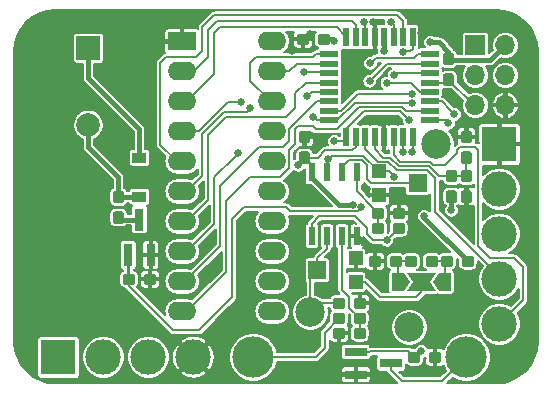
<source format=gbr>
G04 #@! TF.GenerationSoftware,KiCad,Pcbnew,(5.1.0-0)*
G04 #@! TF.CreationDate,2020-09-24T17:30:25-07:00*
G04 #@! TF.ProjectId,858D+ MK1841D3 to ATmega328,38353844-2b20-44d4-9b31-383431443320,rev?*
G04 #@! TF.SameCoordinates,Original*
G04 #@! TF.FileFunction,Copper,L1,Top*
G04 #@! TF.FilePolarity,Positive*
%FSLAX46Y46*%
G04 Gerber Fmt 4.6, Leading zero omitted, Abs format (unit mm)*
G04 Created by KiCad (PCBNEW (5.1.0-0)) date 2020-09-24 17:30:25*
%MOMM*%
%LPD*%
G04 APERTURE LIST*
%ADD10R,1.900000X0.800000*%
%ADD11R,1.200000X0.900000*%
%ADD12C,0.100000*%
%ADD13C,0.950000*%
%ADD14R,1.600000X0.550000*%
%ADD15R,0.550000X1.600000*%
%ADD16O,1.700000X1.700000*%
%ADD17R,1.700000X1.700000*%
%ADD18C,0.300000*%
%ADD19O,2.400000X1.600000*%
%ADD20R,2.400000X1.600000*%
%ADD21R,0.600000X1.550000*%
%ADD22C,2.500000*%
%ADD23C,2.999740*%
%ADD24R,2.999740X2.999740*%
%ADD25R,1.500000X1.600000*%
%ADD26R,1.200000X1.200000*%
%ADD27R,0.800000X1.900000*%
%ADD28C,3.500120*%
%ADD29C,2.000000*%
%ADD30R,2.000000X2.000000*%
%ADD31C,0.635000*%
%ADD32C,0.381000*%
%ADD33C,0.203200*%
G04 APERTURE END LIST*
D10*
X46458000Y-44958000D03*
X43458000Y-45908000D03*
X43458000Y-44008000D03*
D11*
X25146000Y-30860000D03*
X25146000Y-27560000D03*
D12*
G36*
X23628779Y-32101144D02*
G01*
X23651834Y-32104563D01*
X23674443Y-32110227D01*
X23696387Y-32118079D01*
X23717457Y-32128044D01*
X23737448Y-32140026D01*
X23756168Y-32153910D01*
X23773438Y-32169562D01*
X23789090Y-32186832D01*
X23802974Y-32205552D01*
X23814956Y-32225543D01*
X23824921Y-32246613D01*
X23832773Y-32268557D01*
X23838437Y-32291166D01*
X23841856Y-32314221D01*
X23843000Y-32337500D01*
X23843000Y-32912500D01*
X23841856Y-32935779D01*
X23838437Y-32958834D01*
X23832773Y-32981443D01*
X23824921Y-33003387D01*
X23814956Y-33024457D01*
X23802974Y-33044448D01*
X23789090Y-33063168D01*
X23773438Y-33080438D01*
X23756168Y-33096090D01*
X23737448Y-33109974D01*
X23717457Y-33121956D01*
X23696387Y-33131921D01*
X23674443Y-33139773D01*
X23651834Y-33145437D01*
X23628779Y-33148856D01*
X23605500Y-33150000D01*
X23130500Y-33150000D01*
X23107221Y-33148856D01*
X23084166Y-33145437D01*
X23061557Y-33139773D01*
X23039613Y-33131921D01*
X23018543Y-33121956D01*
X22998552Y-33109974D01*
X22979832Y-33096090D01*
X22962562Y-33080438D01*
X22946910Y-33063168D01*
X22933026Y-33044448D01*
X22921044Y-33024457D01*
X22911079Y-33003387D01*
X22903227Y-32981443D01*
X22897563Y-32958834D01*
X22894144Y-32935779D01*
X22893000Y-32912500D01*
X22893000Y-32337500D01*
X22894144Y-32314221D01*
X22897563Y-32291166D01*
X22903227Y-32268557D01*
X22911079Y-32246613D01*
X22921044Y-32225543D01*
X22933026Y-32205552D01*
X22946910Y-32186832D01*
X22962562Y-32169562D01*
X22979832Y-32153910D01*
X22998552Y-32140026D01*
X23018543Y-32128044D01*
X23039613Y-32118079D01*
X23061557Y-32110227D01*
X23084166Y-32104563D01*
X23107221Y-32101144D01*
X23130500Y-32100000D01*
X23605500Y-32100000D01*
X23628779Y-32101144D01*
X23628779Y-32101144D01*
G37*
D13*
X23368000Y-32625000D03*
D12*
G36*
X23628779Y-30351144D02*
G01*
X23651834Y-30354563D01*
X23674443Y-30360227D01*
X23696387Y-30368079D01*
X23717457Y-30378044D01*
X23737448Y-30390026D01*
X23756168Y-30403910D01*
X23773438Y-30419562D01*
X23789090Y-30436832D01*
X23802974Y-30455552D01*
X23814956Y-30475543D01*
X23824921Y-30496613D01*
X23832773Y-30518557D01*
X23838437Y-30541166D01*
X23841856Y-30564221D01*
X23843000Y-30587500D01*
X23843000Y-31162500D01*
X23841856Y-31185779D01*
X23838437Y-31208834D01*
X23832773Y-31231443D01*
X23824921Y-31253387D01*
X23814956Y-31274457D01*
X23802974Y-31294448D01*
X23789090Y-31313168D01*
X23773438Y-31330438D01*
X23756168Y-31346090D01*
X23737448Y-31359974D01*
X23717457Y-31371956D01*
X23696387Y-31381921D01*
X23674443Y-31389773D01*
X23651834Y-31395437D01*
X23628779Y-31398856D01*
X23605500Y-31400000D01*
X23130500Y-31400000D01*
X23107221Y-31398856D01*
X23084166Y-31395437D01*
X23061557Y-31389773D01*
X23039613Y-31381921D01*
X23018543Y-31371956D01*
X22998552Y-31359974D01*
X22979832Y-31346090D01*
X22962562Y-31330438D01*
X22946910Y-31313168D01*
X22933026Y-31294448D01*
X22921044Y-31274457D01*
X22911079Y-31253387D01*
X22903227Y-31231443D01*
X22897563Y-31208834D01*
X22894144Y-31185779D01*
X22893000Y-31162500D01*
X22893000Y-30587500D01*
X22894144Y-30564221D01*
X22897563Y-30541166D01*
X22903227Y-30518557D01*
X22911079Y-30496613D01*
X22921044Y-30475543D01*
X22933026Y-30455552D01*
X22946910Y-30436832D01*
X22962562Y-30419562D01*
X22979832Y-30403910D01*
X22998552Y-30390026D01*
X23018543Y-30378044D01*
X23039613Y-30368079D01*
X23061557Y-30360227D01*
X23084166Y-30354563D01*
X23107221Y-30351144D01*
X23130500Y-30350000D01*
X23605500Y-30350000D01*
X23628779Y-30351144D01*
X23628779Y-30351144D01*
G37*
D13*
X23368000Y-30875000D03*
D14*
X49716000Y-18790000D03*
X49716000Y-19590000D03*
X49716000Y-20390000D03*
X49716000Y-21190000D03*
X49716000Y-21990000D03*
X49716000Y-22790000D03*
X49716000Y-23590000D03*
X49716000Y-24390000D03*
D15*
X48266000Y-25840000D03*
X47466000Y-25840000D03*
X46666000Y-25840000D03*
X45866000Y-25840000D03*
X45066000Y-25840000D03*
X44266000Y-25840000D03*
X43466000Y-25840000D03*
X42666000Y-25840000D03*
D14*
X41216000Y-24390000D03*
X41216000Y-23590000D03*
X41216000Y-22790000D03*
X41216000Y-21990000D03*
X41216000Y-21190000D03*
X41216000Y-20390000D03*
X41216000Y-19590000D03*
X41216000Y-18790000D03*
D15*
X42666000Y-17340000D03*
X43466000Y-17340000D03*
X44266000Y-17340000D03*
X45066000Y-17340000D03*
X45866000Y-17340000D03*
X46666000Y-17340000D03*
X47466000Y-17340000D03*
X48266000Y-17340000D03*
D16*
X56134000Y-23114000D03*
X53594000Y-23114000D03*
X56134000Y-20574000D03*
X53594000Y-20574000D03*
X56134000Y-18034000D03*
D17*
X53594000Y-18034000D03*
D12*
G36*
X26331779Y-37372144D02*
G01*
X26354834Y-37375563D01*
X26377443Y-37381227D01*
X26399387Y-37389079D01*
X26420457Y-37399044D01*
X26440448Y-37411026D01*
X26459168Y-37424910D01*
X26476438Y-37440562D01*
X26492090Y-37457832D01*
X26505974Y-37476552D01*
X26517956Y-37496543D01*
X26527921Y-37517613D01*
X26535773Y-37539557D01*
X26541437Y-37562166D01*
X26544856Y-37585221D01*
X26546000Y-37608500D01*
X26546000Y-38083500D01*
X26544856Y-38106779D01*
X26541437Y-38129834D01*
X26535773Y-38152443D01*
X26527921Y-38174387D01*
X26517956Y-38195457D01*
X26505974Y-38215448D01*
X26492090Y-38234168D01*
X26476438Y-38251438D01*
X26459168Y-38267090D01*
X26440448Y-38280974D01*
X26420457Y-38292956D01*
X26399387Y-38302921D01*
X26377443Y-38310773D01*
X26354834Y-38316437D01*
X26331779Y-38319856D01*
X26308500Y-38321000D01*
X25733500Y-38321000D01*
X25710221Y-38319856D01*
X25687166Y-38316437D01*
X25664557Y-38310773D01*
X25642613Y-38302921D01*
X25621543Y-38292956D01*
X25601552Y-38280974D01*
X25582832Y-38267090D01*
X25565562Y-38251438D01*
X25549910Y-38234168D01*
X25536026Y-38215448D01*
X25524044Y-38195457D01*
X25514079Y-38174387D01*
X25506227Y-38152443D01*
X25500563Y-38129834D01*
X25497144Y-38106779D01*
X25496000Y-38083500D01*
X25496000Y-37608500D01*
X25497144Y-37585221D01*
X25500563Y-37562166D01*
X25506227Y-37539557D01*
X25514079Y-37517613D01*
X25524044Y-37496543D01*
X25536026Y-37476552D01*
X25549910Y-37457832D01*
X25565562Y-37440562D01*
X25582832Y-37424910D01*
X25601552Y-37411026D01*
X25621543Y-37399044D01*
X25642613Y-37389079D01*
X25664557Y-37381227D01*
X25687166Y-37375563D01*
X25710221Y-37372144D01*
X25733500Y-37371000D01*
X26308500Y-37371000D01*
X26331779Y-37372144D01*
X26331779Y-37372144D01*
G37*
D13*
X26021000Y-37846000D03*
D12*
G36*
X24581779Y-37372144D02*
G01*
X24604834Y-37375563D01*
X24627443Y-37381227D01*
X24649387Y-37389079D01*
X24670457Y-37399044D01*
X24690448Y-37411026D01*
X24709168Y-37424910D01*
X24726438Y-37440562D01*
X24742090Y-37457832D01*
X24755974Y-37476552D01*
X24767956Y-37496543D01*
X24777921Y-37517613D01*
X24785773Y-37539557D01*
X24791437Y-37562166D01*
X24794856Y-37585221D01*
X24796000Y-37608500D01*
X24796000Y-38083500D01*
X24794856Y-38106779D01*
X24791437Y-38129834D01*
X24785773Y-38152443D01*
X24777921Y-38174387D01*
X24767956Y-38195457D01*
X24755974Y-38215448D01*
X24742090Y-38234168D01*
X24726438Y-38251438D01*
X24709168Y-38267090D01*
X24690448Y-38280974D01*
X24670457Y-38292956D01*
X24649387Y-38302921D01*
X24627443Y-38310773D01*
X24604834Y-38316437D01*
X24581779Y-38319856D01*
X24558500Y-38321000D01*
X23983500Y-38321000D01*
X23960221Y-38319856D01*
X23937166Y-38316437D01*
X23914557Y-38310773D01*
X23892613Y-38302921D01*
X23871543Y-38292956D01*
X23851552Y-38280974D01*
X23832832Y-38267090D01*
X23815562Y-38251438D01*
X23799910Y-38234168D01*
X23786026Y-38215448D01*
X23774044Y-38195457D01*
X23764079Y-38174387D01*
X23756227Y-38152443D01*
X23750563Y-38129834D01*
X23747144Y-38106779D01*
X23746000Y-38083500D01*
X23746000Y-37608500D01*
X23747144Y-37585221D01*
X23750563Y-37562166D01*
X23756227Y-37539557D01*
X23764079Y-37517613D01*
X23774044Y-37496543D01*
X23786026Y-37476552D01*
X23799910Y-37457832D01*
X23815562Y-37440562D01*
X23832832Y-37424910D01*
X23851552Y-37411026D01*
X23871543Y-37399044D01*
X23892613Y-37389079D01*
X23914557Y-37381227D01*
X23937166Y-37375563D01*
X23960221Y-37372144D01*
X23983500Y-37371000D01*
X24558500Y-37371000D01*
X24581779Y-37372144D01*
X24581779Y-37372144D01*
G37*
D13*
X24271000Y-37846000D03*
D18*
X51022000Y-38100000D03*
D12*
G36*
X50022000Y-38100000D02*
G01*
X50522000Y-37350000D01*
X51522000Y-37350000D01*
X51522000Y-38850000D01*
X50522000Y-38850000D01*
X50022000Y-38100000D01*
X50022000Y-38100000D01*
G37*
D18*
X49022000Y-38100000D03*
D12*
G36*
X49722000Y-38100000D02*
G01*
X50222000Y-38850000D01*
X47822000Y-38850000D01*
X48322000Y-38100000D01*
X47822000Y-37350000D01*
X50222000Y-37350000D01*
X49722000Y-38100000D01*
X49722000Y-38100000D01*
G37*
D18*
X47022000Y-38100000D03*
D12*
G36*
X48022000Y-38100000D02*
G01*
X47522000Y-38850000D01*
X46522000Y-38850000D01*
X46522000Y-37350000D01*
X47522000Y-37350000D01*
X48022000Y-38100000D01*
X48022000Y-38100000D01*
G37*
D19*
X36380000Y-17712000D03*
X28760000Y-40572000D03*
X36380000Y-20252000D03*
X28760000Y-38032000D03*
X36380000Y-22792000D03*
X28760000Y-35492000D03*
X36380000Y-25332000D03*
X28760000Y-32952000D03*
X36380000Y-27872000D03*
X28760000Y-30412000D03*
X36380000Y-30412000D03*
X28760000Y-27872000D03*
X36380000Y-32952000D03*
X28760000Y-25332000D03*
X36380000Y-35492000D03*
X28760000Y-22792000D03*
X36380000Y-38032000D03*
X28760000Y-20252000D03*
X36380000Y-40572000D03*
D20*
X28760000Y-17712000D03*
D21*
X39751000Y-34196000D03*
X41021000Y-34196000D03*
X42291000Y-34196000D03*
X43561000Y-34196000D03*
X43561000Y-28796000D03*
X42291000Y-28796000D03*
X41021000Y-28796000D03*
X39751000Y-28796000D03*
D22*
X50292000Y-26416000D03*
X48006000Y-41910000D03*
X39624000Y-40640000D03*
D23*
X55626000Y-41656000D03*
X55626000Y-37846000D03*
X55626000Y-34036000D03*
X55626000Y-30226000D03*
D24*
X55626000Y-26416000D03*
D25*
X48694000Y-29718000D03*
D26*
X45444000Y-30718000D03*
X45444000Y-28718000D03*
D25*
X40206000Y-37084000D03*
D26*
X43456000Y-36084000D03*
X43456000Y-38084000D03*
D12*
G36*
X53092779Y-30323144D02*
G01*
X53115834Y-30326563D01*
X53138443Y-30332227D01*
X53160387Y-30340079D01*
X53181457Y-30350044D01*
X53201448Y-30362026D01*
X53220168Y-30375910D01*
X53237438Y-30391562D01*
X53253090Y-30408832D01*
X53266974Y-30427552D01*
X53278956Y-30447543D01*
X53288921Y-30468613D01*
X53296773Y-30490557D01*
X53302437Y-30513166D01*
X53305856Y-30536221D01*
X53307000Y-30559500D01*
X53307000Y-31134500D01*
X53305856Y-31157779D01*
X53302437Y-31180834D01*
X53296773Y-31203443D01*
X53288921Y-31225387D01*
X53278956Y-31246457D01*
X53266974Y-31266448D01*
X53253090Y-31285168D01*
X53237438Y-31302438D01*
X53220168Y-31318090D01*
X53201448Y-31331974D01*
X53181457Y-31343956D01*
X53160387Y-31353921D01*
X53138443Y-31361773D01*
X53115834Y-31367437D01*
X53092779Y-31370856D01*
X53069500Y-31372000D01*
X52594500Y-31372000D01*
X52571221Y-31370856D01*
X52548166Y-31367437D01*
X52525557Y-31361773D01*
X52503613Y-31353921D01*
X52482543Y-31343956D01*
X52462552Y-31331974D01*
X52443832Y-31318090D01*
X52426562Y-31302438D01*
X52410910Y-31285168D01*
X52397026Y-31266448D01*
X52385044Y-31246457D01*
X52375079Y-31225387D01*
X52367227Y-31203443D01*
X52361563Y-31180834D01*
X52358144Y-31157779D01*
X52357000Y-31134500D01*
X52357000Y-30559500D01*
X52358144Y-30536221D01*
X52361563Y-30513166D01*
X52367227Y-30490557D01*
X52375079Y-30468613D01*
X52385044Y-30447543D01*
X52397026Y-30427552D01*
X52410910Y-30408832D01*
X52426562Y-30391562D01*
X52443832Y-30375910D01*
X52462552Y-30362026D01*
X52482543Y-30350044D01*
X52503613Y-30340079D01*
X52525557Y-30332227D01*
X52548166Y-30326563D01*
X52571221Y-30323144D01*
X52594500Y-30322000D01*
X53069500Y-30322000D01*
X53092779Y-30323144D01*
X53092779Y-30323144D01*
G37*
D13*
X52832000Y-30847000D03*
D12*
G36*
X53092779Y-28573144D02*
G01*
X53115834Y-28576563D01*
X53138443Y-28582227D01*
X53160387Y-28590079D01*
X53181457Y-28600044D01*
X53201448Y-28612026D01*
X53220168Y-28625910D01*
X53237438Y-28641562D01*
X53253090Y-28658832D01*
X53266974Y-28677552D01*
X53278956Y-28697543D01*
X53288921Y-28718613D01*
X53296773Y-28740557D01*
X53302437Y-28763166D01*
X53305856Y-28786221D01*
X53307000Y-28809500D01*
X53307000Y-29384500D01*
X53305856Y-29407779D01*
X53302437Y-29430834D01*
X53296773Y-29453443D01*
X53288921Y-29475387D01*
X53278956Y-29496457D01*
X53266974Y-29516448D01*
X53253090Y-29535168D01*
X53237438Y-29552438D01*
X53220168Y-29568090D01*
X53201448Y-29581974D01*
X53181457Y-29593956D01*
X53160387Y-29603921D01*
X53138443Y-29611773D01*
X53115834Y-29617437D01*
X53092779Y-29620856D01*
X53069500Y-29622000D01*
X52594500Y-29622000D01*
X52571221Y-29620856D01*
X52548166Y-29617437D01*
X52525557Y-29611773D01*
X52503613Y-29603921D01*
X52482543Y-29593956D01*
X52462552Y-29581974D01*
X52443832Y-29568090D01*
X52426562Y-29552438D01*
X52410910Y-29535168D01*
X52397026Y-29516448D01*
X52385044Y-29496457D01*
X52375079Y-29475387D01*
X52367227Y-29453443D01*
X52361563Y-29430834D01*
X52358144Y-29407779D01*
X52357000Y-29384500D01*
X52357000Y-28809500D01*
X52358144Y-28786221D01*
X52361563Y-28763166D01*
X52367227Y-28740557D01*
X52375079Y-28718613D01*
X52385044Y-28697543D01*
X52397026Y-28677552D01*
X52410910Y-28658832D01*
X52426562Y-28641562D01*
X52443832Y-28625910D01*
X52462552Y-28612026D01*
X52482543Y-28600044D01*
X52503613Y-28590079D01*
X52525557Y-28582227D01*
X52548166Y-28576563D01*
X52571221Y-28573144D01*
X52594500Y-28572000D01*
X53069500Y-28572000D01*
X53092779Y-28573144D01*
X53092779Y-28573144D01*
G37*
D13*
X52832000Y-29097000D03*
D12*
G36*
X51822779Y-28573144D02*
G01*
X51845834Y-28576563D01*
X51868443Y-28582227D01*
X51890387Y-28590079D01*
X51911457Y-28600044D01*
X51931448Y-28612026D01*
X51950168Y-28625910D01*
X51967438Y-28641562D01*
X51983090Y-28658832D01*
X51996974Y-28677552D01*
X52008956Y-28697543D01*
X52018921Y-28718613D01*
X52026773Y-28740557D01*
X52032437Y-28763166D01*
X52035856Y-28786221D01*
X52037000Y-28809500D01*
X52037000Y-29384500D01*
X52035856Y-29407779D01*
X52032437Y-29430834D01*
X52026773Y-29453443D01*
X52018921Y-29475387D01*
X52008956Y-29496457D01*
X51996974Y-29516448D01*
X51983090Y-29535168D01*
X51967438Y-29552438D01*
X51950168Y-29568090D01*
X51931448Y-29581974D01*
X51911457Y-29593956D01*
X51890387Y-29603921D01*
X51868443Y-29611773D01*
X51845834Y-29617437D01*
X51822779Y-29620856D01*
X51799500Y-29622000D01*
X51324500Y-29622000D01*
X51301221Y-29620856D01*
X51278166Y-29617437D01*
X51255557Y-29611773D01*
X51233613Y-29603921D01*
X51212543Y-29593956D01*
X51192552Y-29581974D01*
X51173832Y-29568090D01*
X51156562Y-29552438D01*
X51140910Y-29535168D01*
X51127026Y-29516448D01*
X51115044Y-29496457D01*
X51105079Y-29475387D01*
X51097227Y-29453443D01*
X51091563Y-29430834D01*
X51088144Y-29407779D01*
X51087000Y-29384500D01*
X51087000Y-28809500D01*
X51088144Y-28786221D01*
X51091563Y-28763166D01*
X51097227Y-28740557D01*
X51105079Y-28718613D01*
X51115044Y-28697543D01*
X51127026Y-28677552D01*
X51140910Y-28658832D01*
X51156562Y-28641562D01*
X51173832Y-28625910D01*
X51192552Y-28612026D01*
X51212543Y-28600044D01*
X51233613Y-28590079D01*
X51255557Y-28582227D01*
X51278166Y-28576563D01*
X51301221Y-28573144D01*
X51324500Y-28572000D01*
X51799500Y-28572000D01*
X51822779Y-28573144D01*
X51822779Y-28573144D01*
G37*
D13*
X51562000Y-29097000D03*
D12*
G36*
X51822779Y-30323144D02*
G01*
X51845834Y-30326563D01*
X51868443Y-30332227D01*
X51890387Y-30340079D01*
X51911457Y-30350044D01*
X51931448Y-30362026D01*
X51950168Y-30375910D01*
X51967438Y-30391562D01*
X51983090Y-30408832D01*
X51996974Y-30427552D01*
X52008956Y-30447543D01*
X52018921Y-30468613D01*
X52026773Y-30490557D01*
X52032437Y-30513166D01*
X52035856Y-30536221D01*
X52037000Y-30559500D01*
X52037000Y-31134500D01*
X52035856Y-31157779D01*
X52032437Y-31180834D01*
X52026773Y-31203443D01*
X52018921Y-31225387D01*
X52008956Y-31246457D01*
X51996974Y-31266448D01*
X51983090Y-31285168D01*
X51967438Y-31302438D01*
X51950168Y-31318090D01*
X51931448Y-31331974D01*
X51911457Y-31343956D01*
X51890387Y-31353921D01*
X51868443Y-31361773D01*
X51845834Y-31367437D01*
X51822779Y-31370856D01*
X51799500Y-31372000D01*
X51324500Y-31372000D01*
X51301221Y-31370856D01*
X51278166Y-31367437D01*
X51255557Y-31361773D01*
X51233613Y-31353921D01*
X51212543Y-31343956D01*
X51192552Y-31331974D01*
X51173832Y-31318090D01*
X51156562Y-31302438D01*
X51140910Y-31285168D01*
X51127026Y-31266448D01*
X51115044Y-31246457D01*
X51105079Y-31225387D01*
X51097227Y-31203443D01*
X51091563Y-31180834D01*
X51088144Y-31157779D01*
X51087000Y-31134500D01*
X51087000Y-30559500D01*
X51088144Y-30536221D01*
X51091563Y-30513166D01*
X51097227Y-30490557D01*
X51105079Y-30468613D01*
X51115044Y-30447543D01*
X51127026Y-30427552D01*
X51140910Y-30408832D01*
X51156562Y-30391562D01*
X51173832Y-30375910D01*
X51192552Y-30362026D01*
X51212543Y-30350044D01*
X51233613Y-30340079D01*
X51255557Y-30332227D01*
X51278166Y-30326563D01*
X51301221Y-30323144D01*
X51324500Y-30322000D01*
X51799500Y-30322000D01*
X51822779Y-30323144D01*
X51822779Y-30323144D01*
G37*
D13*
X51562000Y-30847000D03*
D12*
G36*
X50461779Y-43976144D02*
G01*
X50484834Y-43979563D01*
X50507443Y-43985227D01*
X50529387Y-43993079D01*
X50550457Y-44003044D01*
X50570448Y-44015026D01*
X50589168Y-44028910D01*
X50606438Y-44044562D01*
X50622090Y-44061832D01*
X50635974Y-44080552D01*
X50647956Y-44100543D01*
X50657921Y-44121613D01*
X50665773Y-44143557D01*
X50671437Y-44166166D01*
X50674856Y-44189221D01*
X50676000Y-44212500D01*
X50676000Y-44687500D01*
X50674856Y-44710779D01*
X50671437Y-44733834D01*
X50665773Y-44756443D01*
X50657921Y-44778387D01*
X50647956Y-44799457D01*
X50635974Y-44819448D01*
X50622090Y-44838168D01*
X50606438Y-44855438D01*
X50589168Y-44871090D01*
X50570448Y-44884974D01*
X50550457Y-44896956D01*
X50529387Y-44906921D01*
X50507443Y-44914773D01*
X50484834Y-44920437D01*
X50461779Y-44923856D01*
X50438500Y-44925000D01*
X49863500Y-44925000D01*
X49840221Y-44923856D01*
X49817166Y-44920437D01*
X49794557Y-44914773D01*
X49772613Y-44906921D01*
X49751543Y-44896956D01*
X49731552Y-44884974D01*
X49712832Y-44871090D01*
X49695562Y-44855438D01*
X49679910Y-44838168D01*
X49666026Y-44819448D01*
X49654044Y-44799457D01*
X49644079Y-44778387D01*
X49636227Y-44756443D01*
X49630563Y-44733834D01*
X49627144Y-44710779D01*
X49626000Y-44687500D01*
X49626000Y-44212500D01*
X49627144Y-44189221D01*
X49630563Y-44166166D01*
X49636227Y-44143557D01*
X49644079Y-44121613D01*
X49654044Y-44100543D01*
X49666026Y-44080552D01*
X49679910Y-44061832D01*
X49695562Y-44044562D01*
X49712832Y-44028910D01*
X49731552Y-44015026D01*
X49751543Y-44003044D01*
X49772613Y-43993079D01*
X49794557Y-43985227D01*
X49817166Y-43979563D01*
X49840221Y-43976144D01*
X49863500Y-43975000D01*
X50438500Y-43975000D01*
X50461779Y-43976144D01*
X50461779Y-43976144D01*
G37*
D13*
X50151000Y-44450000D03*
D12*
G36*
X48711779Y-43976144D02*
G01*
X48734834Y-43979563D01*
X48757443Y-43985227D01*
X48779387Y-43993079D01*
X48800457Y-44003044D01*
X48820448Y-44015026D01*
X48839168Y-44028910D01*
X48856438Y-44044562D01*
X48872090Y-44061832D01*
X48885974Y-44080552D01*
X48897956Y-44100543D01*
X48907921Y-44121613D01*
X48915773Y-44143557D01*
X48921437Y-44166166D01*
X48924856Y-44189221D01*
X48926000Y-44212500D01*
X48926000Y-44687500D01*
X48924856Y-44710779D01*
X48921437Y-44733834D01*
X48915773Y-44756443D01*
X48907921Y-44778387D01*
X48897956Y-44799457D01*
X48885974Y-44819448D01*
X48872090Y-44838168D01*
X48856438Y-44855438D01*
X48839168Y-44871090D01*
X48820448Y-44884974D01*
X48800457Y-44896956D01*
X48779387Y-44906921D01*
X48757443Y-44914773D01*
X48734834Y-44920437D01*
X48711779Y-44923856D01*
X48688500Y-44925000D01*
X48113500Y-44925000D01*
X48090221Y-44923856D01*
X48067166Y-44920437D01*
X48044557Y-44914773D01*
X48022613Y-44906921D01*
X48001543Y-44896956D01*
X47981552Y-44884974D01*
X47962832Y-44871090D01*
X47945562Y-44855438D01*
X47929910Y-44838168D01*
X47916026Y-44819448D01*
X47904044Y-44799457D01*
X47894079Y-44778387D01*
X47886227Y-44756443D01*
X47880563Y-44733834D01*
X47877144Y-44710779D01*
X47876000Y-44687500D01*
X47876000Y-44212500D01*
X47877144Y-44189221D01*
X47880563Y-44166166D01*
X47886227Y-44143557D01*
X47894079Y-44121613D01*
X47904044Y-44100543D01*
X47916026Y-44080552D01*
X47929910Y-44061832D01*
X47945562Y-44044562D01*
X47962832Y-44028910D01*
X47981552Y-44015026D01*
X48001543Y-44003044D01*
X48022613Y-43993079D01*
X48044557Y-43985227D01*
X48067166Y-43979563D01*
X48090221Y-43976144D01*
X48113500Y-43975000D01*
X48688500Y-43975000D01*
X48711779Y-43976144D01*
X48711779Y-43976144D01*
G37*
D13*
X48401000Y-44450000D03*
D12*
G36*
X47413779Y-33054144D02*
G01*
X47436834Y-33057563D01*
X47459443Y-33063227D01*
X47481387Y-33071079D01*
X47502457Y-33081044D01*
X47522448Y-33093026D01*
X47541168Y-33106910D01*
X47558438Y-33122562D01*
X47574090Y-33139832D01*
X47587974Y-33158552D01*
X47599956Y-33178543D01*
X47609921Y-33199613D01*
X47617773Y-33221557D01*
X47623437Y-33244166D01*
X47626856Y-33267221D01*
X47628000Y-33290500D01*
X47628000Y-33765500D01*
X47626856Y-33788779D01*
X47623437Y-33811834D01*
X47617773Y-33834443D01*
X47609921Y-33856387D01*
X47599956Y-33877457D01*
X47587974Y-33897448D01*
X47574090Y-33916168D01*
X47558438Y-33933438D01*
X47541168Y-33949090D01*
X47522448Y-33962974D01*
X47502457Y-33974956D01*
X47481387Y-33984921D01*
X47459443Y-33992773D01*
X47436834Y-33998437D01*
X47413779Y-34001856D01*
X47390500Y-34003000D01*
X46815500Y-34003000D01*
X46792221Y-34001856D01*
X46769166Y-33998437D01*
X46746557Y-33992773D01*
X46724613Y-33984921D01*
X46703543Y-33974956D01*
X46683552Y-33962974D01*
X46664832Y-33949090D01*
X46647562Y-33933438D01*
X46631910Y-33916168D01*
X46618026Y-33897448D01*
X46606044Y-33877457D01*
X46596079Y-33856387D01*
X46588227Y-33834443D01*
X46582563Y-33811834D01*
X46579144Y-33788779D01*
X46578000Y-33765500D01*
X46578000Y-33290500D01*
X46579144Y-33267221D01*
X46582563Y-33244166D01*
X46588227Y-33221557D01*
X46596079Y-33199613D01*
X46606044Y-33178543D01*
X46618026Y-33158552D01*
X46631910Y-33139832D01*
X46647562Y-33122562D01*
X46664832Y-33106910D01*
X46683552Y-33093026D01*
X46703543Y-33081044D01*
X46724613Y-33071079D01*
X46746557Y-33063227D01*
X46769166Y-33057563D01*
X46792221Y-33054144D01*
X46815500Y-33053000D01*
X47390500Y-33053000D01*
X47413779Y-33054144D01*
X47413779Y-33054144D01*
G37*
D13*
X47103000Y-33528000D03*
D12*
G36*
X45663779Y-33054144D02*
G01*
X45686834Y-33057563D01*
X45709443Y-33063227D01*
X45731387Y-33071079D01*
X45752457Y-33081044D01*
X45772448Y-33093026D01*
X45791168Y-33106910D01*
X45808438Y-33122562D01*
X45824090Y-33139832D01*
X45837974Y-33158552D01*
X45849956Y-33178543D01*
X45859921Y-33199613D01*
X45867773Y-33221557D01*
X45873437Y-33244166D01*
X45876856Y-33267221D01*
X45878000Y-33290500D01*
X45878000Y-33765500D01*
X45876856Y-33788779D01*
X45873437Y-33811834D01*
X45867773Y-33834443D01*
X45859921Y-33856387D01*
X45849956Y-33877457D01*
X45837974Y-33897448D01*
X45824090Y-33916168D01*
X45808438Y-33933438D01*
X45791168Y-33949090D01*
X45772448Y-33962974D01*
X45752457Y-33974956D01*
X45731387Y-33984921D01*
X45709443Y-33992773D01*
X45686834Y-33998437D01*
X45663779Y-34001856D01*
X45640500Y-34003000D01*
X45065500Y-34003000D01*
X45042221Y-34001856D01*
X45019166Y-33998437D01*
X44996557Y-33992773D01*
X44974613Y-33984921D01*
X44953543Y-33974956D01*
X44933552Y-33962974D01*
X44914832Y-33949090D01*
X44897562Y-33933438D01*
X44881910Y-33916168D01*
X44868026Y-33897448D01*
X44856044Y-33877457D01*
X44846079Y-33856387D01*
X44838227Y-33834443D01*
X44832563Y-33811834D01*
X44829144Y-33788779D01*
X44828000Y-33765500D01*
X44828000Y-33290500D01*
X44829144Y-33267221D01*
X44832563Y-33244166D01*
X44838227Y-33221557D01*
X44846079Y-33199613D01*
X44856044Y-33178543D01*
X44868026Y-33158552D01*
X44881910Y-33139832D01*
X44897562Y-33122562D01*
X44914832Y-33106910D01*
X44933552Y-33093026D01*
X44953543Y-33081044D01*
X44974613Y-33071079D01*
X44996557Y-33063227D01*
X45019166Y-33057563D01*
X45042221Y-33054144D01*
X45065500Y-33053000D01*
X45640500Y-33053000D01*
X45663779Y-33054144D01*
X45663779Y-33054144D01*
G37*
D13*
X45353000Y-33528000D03*
D12*
G36*
X42361779Y-41944144D02*
G01*
X42384834Y-41947563D01*
X42407443Y-41953227D01*
X42429387Y-41961079D01*
X42450457Y-41971044D01*
X42470448Y-41983026D01*
X42489168Y-41996910D01*
X42506438Y-42012562D01*
X42522090Y-42029832D01*
X42535974Y-42048552D01*
X42547956Y-42068543D01*
X42557921Y-42089613D01*
X42565773Y-42111557D01*
X42571437Y-42134166D01*
X42574856Y-42157221D01*
X42576000Y-42180500D01*
X42576000Y-42655500D01*
X42574856Y-42678779D01*
X42571437Y-42701834D01*
X42565773Y-42724443D01*
X42557921Y-42746387D01*
X42547956Y-42767457D01*
X42535974Y-42787448D01*
X42522090Y-42806168D01*
X42506438Y-42823438D01*
X42489168Y-42839090D01*
X42470448Y-42852974D01*
X42450457Y-42864956D01*
X42429387Y-42874921D01*
X42407443Y-42882773D01*
X42384834Y-42888437D01*
X42361779Y-42891856D01*
X42338500Y-42893000D01*
X41763500Y-42893000D01*
X41740221Y-42891856D01*
X41717166Y-42888437D01*
X41694557Y-42882773D01*
X41672613Y-42874921D01*
X41651543Y-42864956D01*
X41631552Y-42852974D01*
X41612832Y-42839090D01*
X41595562Y-42823438D01*
X41579910Y-42806168D01*
X41566026Y-42787448D01*
X41554044Y-42767457D01*
X41544079Y-42746387D01*
X41536227Y-42724443D01*
X41530563Y-42701834D01*
X41527144Y-42678779D01*
X41526000Y-42655500D01*
X41526000Y-42180500D01*
X41527144Y-42157221D01*
X41530563Y-42134166D01*
X41536227Y-42111557D01*
X41544079Y-42089613D01*
X41554044Y-42068543D01*
X41566026Y-42048552D01*
X41579910Y-42029832D01*
X41595562Y-42012562D01*
X41612832Y-41996910D01*
X41631552Y-41983026D01*
X41651543Y-41971044D01*
X41672613Y-41961079D01*
X41694557Y-41953227D01*
X41717166Y-41947563D01*
X41740221Y-41944144D01*
X41763500Y-41943000D01*
X42338500Y-41943000D01*
X42361779Y-41944144D01*
X42361779Y-41944144D01*
G37*
D13*
X42051000Y-42418000D03*
D12*
G36*
X44111779Y-41944144D02*
G01*
X44134834Y-41947563D01*
X44157443Y-41953227D01*
X44179387Y-41961079D01*
X44200457Y-41971044D01*
X44220448Y-41983026D01*
X44239168Y-41996910D01*
X44256438Y-42012562D01*
X44272090Y-42029832D01*
X44285974Y-42048552D01*
X44297956Y-42068543D01*
X44307921Y-42089613D01*
X44315773Y-42111557D01*
X44321437Y-42134166D01*
X44324856Y-42157221D01*
X44326000Y-42180500D01*
X44326000Y-42655500D01*
X44324856Y-42678779D01*
X44321437Y-42701834D01*
X44315773Y-42724443D01*
X44307921Y-42746387D01*
X44297956Y-42767457D01*
X44285974Y-42787448D01*
X44272090Y-42806168D01*
X44256438Y-42823438D01*
X44239168Y-42839090D01*
X44220448Y-42852974D01*
X44200457Y-42864956D01*
X44179387Y-42874921D01*
X44157443Y-42882773D01*
X44134834Y-42888437D01*
X44111779Y-42891856D01*
X44088500Y-42893000D01*
X43513500Y-42893000D01*
X43490221Y-42891856D01*
X43467166Y-42888437D01*
X43444557Y-42882773D01*
X43422613Y-42874921D01*
X43401543Y-42864956D01*
X43381552Y-42852974D01*
X43362832Y-42839090D01*
X43345562Y-42823438D01*
X43329910Y-42806168D01*
X43316026Y-42787448D01*
X43304044Y-42767457D01*
X43294079Y-42746387D01*
X43286227Y-42724443D01*
X43280563Y-42701834D01*
X43277144Y-42678779D01*
X43276000Y-42655500D01*
X43276000Y-42180500D01*
X43277144Y-42157221D01*
X43280563Y-42134166D01*
X43286227Y-42111557D01*
X43294079Y-42089613D01*
X43304044Y-42068543D01*
X43316026Y-42048552D01*
X43329910Y-42029832D01*
X43345562Y-42012562D01*
X43362832Y-41996910D01*
X43381552Y-41983026D01*
X43401543Y-41971044D01*
X43422613Y-41961079D01*
X43444557Y-41953227D01*
X43467166Y-41947563D01*
X43490221Y-41944144D01*
X43513500Y-41943000D01*
X44088500Y-41943000D01*
X44111779Y-41944144D01*
X44111779Y-41944144D01*
G37*
D13*
X43801000Y-42418000D03*
D12*
G36*
X51568779Y-20417144D02*
G01*
X51591834Y-20420563D01*
X51614443Y-20426227D01*
X51636387Y-20434079D01*
X51657457Y-20444044D01*
X51677448Y-20456026D01*
X51696168Y-20469910D01*
X51713438Y-20485562D01*
X51729090Y-20502832D01*
X51742974Y-20521552D01*
X51754956Y-20541543D01*
X51764921Y-20562613D01*
X51772773Y-20584557D01*
X51778437Y-20607166D01*
X51781856Y-20630221D01*
X51783000Y-20653500D01*
X51783000Y-21228500D01*
X51781856Y-21251779D01*
X51778437Y-21274834D01*
X51772773Y-21297443D01*
X51764921Y-21319387D01*
X51754956Y-21340457D01*
X51742974Y-21360448D01*
X51729090Y-21379168D01*
X51713438Y-21396438D01*
X51696168Y-21412090D01*
X51677448Y-21425974D01*
X51657457Y-21437956D01*
X51636387Y-21447921D01*
X51614443Y-21455773D01*
X51591834Y-21461437D01*
X51568779Y-21464856D01*
X51545500Y-21466000D01*
X51070500Y-21466000D01*
X51047221Y-21464856D01*
X51024166Y-21461437D01*
X51001557Y-21455773D01*
X50979613Y-21447921D01*
X50958543Y-21437956D01*
X50938552Y-21425974D01*
X50919832Y-21412090D01*
X50902562Y-21396438D01*
X50886910Y-21379168D01*
X50873026Y-21360448D01*
X50861044Y-21340457D01*
X50851079Y-21319387D01*
X50843227Y-21297443D01*
X50837563Y-21274834D01*
X50834144Y-21251779D01*
X50833000Y-21228500D01*
X50833000Y-20653500D01*
X50834144Y-20630221D01*
X50837563Y-20607166D01*
X50843227Y-20584557D01*
X50851079Y-20562613D01*
X50861044Y-20541543D01*
X50873026Y-20521552D01*
X50886910Y-20502832D01*
X50902562Y-20485562D01*
X50919832Y-20469910D01*
X50938552Y-20456026D01*
X50958543Y-20444044D01*
X50979613Y-20434079D01*
X51001557Y-20426227D01*
X51024166Y-20420563D01*
X51047221Y-20417144D01*
X51070500Y-20416000D01*
X51545500Y-20416000D01*
X51568779Y-20417144D01*
X51568779Y-20417144D01*
G37*
D13*
X51308000Y-20941000D03*
D12*
G36*
X51568779Y-18667144D02*
G01*
X51591834Y-18670563D01*
X51614443Y-18676227D01*
X51636387Y-18684079D01*
X51657457Y-18694044D01*
X51677448Y-18706026D01*
X51696168Y-18719910D01*
X51713438Y-18735562D01*
X51729090Y-18752832D01*
X51742974Y-18771552D01*
X51754956Y-18791543D01*
X51764921Y-18812613D01*
X51772773Y-18834557D01*
X51778437Y-18857166D01*
X51781856Y-18880221D01*
X51783000Y-18903500D01*
X51783000Y-19478500D01*
X51781856Y-19501779D01*
X51778437Y-19524834D01*
X51772773Y-19547443D01*
X51764921Y-19569387D01*
X51754956Y-19590457D01*
X51742974Y-19610448D01*
X51729090Y-19629168D01*
X51713438Y-19646438D01*
X51696168Y-19662090D01*
X51677448Y-19675974D01*
X51657457Y-19687956D01*
X51636387Y-19697921D01*
X51614443Y-19705773D01*
X51591834Y-19711437D01*
X51568779Y-19714856D01*
X51545500Y-19716000D01*
X51070500Y-19716000D01*
X51047221Y-19714856D01*
X51024166Y-19711437D01*
X51001557Y-19705773D01*
X50979613Y-19697921D01*
X50958543Y-19687956D01*
X50938552Y-19675974D01*
X50919832Y-19662090D01*
X50902562Y-19646438D01*
X50886910Y-19629168D01*
X50873026Y-19610448D01*
X50861044Y-19590457D01*
X50851079Y-19569387D01*
X50843227Y-19547443D01*
X50837563Y-19524834D01*
X50834144Y-19501779D01*
X50833000Y-19478500D01*
X50833000Y-18903500D01*
X50834144Y-18880221D01*
X50837563Y-18857166D01*
X50843227Y-18834557D01*
X50851079Y-18812613D01*
X50861044Y-18791543D01*
X50873026Y-18771552D01*
X50886910Y-18752832D01*
X50902562Y-18735562D01*
X50919832Y-18719910D01*
X50938552Y-18706026D01*
X50958543Y-18694044D01*
X50979613Y-18684079D01*
X51001557Y-18676227D01*
X51024166Y-18670563D01*
X51047221Y-18667144D01*
X51070500Y-18666000D01*
X51545500Y-18666000D01*
X51568779Y-18667144D01*
X51568779Y-18667144D01*
G37*
D13*
X51308000Y-19191000D03*
D12*
G36*
X45409779Y-35848144D02*
G01*
X45432834Y-35851563D01*
X45455443Y-35857227D01*
X45477387Y-35865079D01*
X45498457Y-35875044D01*
X45518448Y-35887026D01*
X45537168Y-35900910D01*
X45554438Y-35916562D01*
X45570090Y-35933832D01*
X45583974Y-35952552D01*
X45595956Y-35972543D01*
X45605921Y-35993613D01*
X45613773Y-36015557D01*
X45619437Y-36038166D01*
X45622856Y-36061221D01*
X45624000Y-36084500D01*
X45624000Y-36559500D01*
X45622856Y-36582779D01*
X45619437Y-36605834D01*
X45613773Y-36628443D01*
X45605921Y-36650387D01*
X45595956Y-36671457D01*
X45583974Y-36691448D01*
X45570090Y-36710168D01*
X45554438Y-36727438D01*
X45537168Y-36743090D01*
X45518448Y-36756974D01*
X45498457Y-36768956D01*
X45477387Y-36778921D01*
X45455443Y-36786773D01*
X45432834Y-36792437D01*
X45409779Y-36795856D01*
X45386500Y-36797000D01*
X44811500Y-36797000D01*
X44788221Y-36795856D01*
X44765166Y-36792437D01*
X44742557Y-36786773D01*
X44720613Y-36778921D01*
X44699543Y-36768956D01*
X44679552Y-36756974D01*
X44660832Y-36743090D01*
X44643562Y-36727438D01*
X44627910Y-36710168D01*
X44614026Y-36691448D01*
X44602044Y-36671457D01*
X44592079Y-36650387D01*
X44584227Y-36628443D01*
X44578563Y-36605834D01*
X44575144Y-36582779D01*
X44574000Y-36559500D01*
X44574000Y-36084500D01*
X44575144Y-36061221D01*
X44578563Y-36038166D01*
X44584227Y-36015557D01*
X44592079Y-35993613D01*
X44602044Y-35972543D01*
X44614026Y-35952552D01*
X44627910Y-35933832D01*
X44643562Y-35916562D01*
X44660832Y-35900910D01*
X44679552Y-35887026D01*
X44699543Y-35875044D01*
X44720613Y-35865079D01*
X44742557Y-35857227D01*
X44765166Y-35851563D01*
X44788221Y-35848144D01*
X44811500Y-35847000D01*
X45386500Y-35847000D01*
X45409779Y-35848144D01*
X45409779Y-35848144D01*
G37*
D13*
X45099000Y-36322000D03*
D12*
G36*
X47159779Y-35848144D02*
G01*
X47182834Y-35851563D01*
X47205443Y-35857227D01*
X47227387Y-35865079D01*
X47248457Y-35875044D01*
X47268448Y-35887026D01*
X47287168Y-35900910D01*
X47304438Y-35916562D01*
X47320090Y-35933832D01*
X47333974Y-35952552D01*
X47345956Y-35972543D01*
X47355921Y-35993613D01*
X47363773Y-36015557D01*
X47369437Y-36038166D01*
X47372856Y-36061221D01*
X47374000Y-36084500D01*
X47374000Y-36559500D01*
X47372856Y-36582779D01*
X47369437Y-36605834D01*
X47363773Y-36628443D01*
X47355921Y-36650387D01*
X47345956Y-36671457D01*
X47333974Y-36691448D01*
X47320090Y-36710168D01*
X47304438Y-36727438D01*
X47287168Y-36743090D01*
X47268448Y-36756974D01*
X47248457Y-36768956D01*
X47227387Y-36778921D01*
X47205443Y-36786773D01*
X47182834Y-36792437D01*
X47159779Y-36795856D01*
X47136500Y-36797000D01*
X46561500Y-36797000D01*
X46538221Y-36795856D01*
X46515166Y-36792437D01*
X46492557Y-36786773D01*
X46470613Y-36778921D01*
X46449543Y-36768956D01*
X46429552Y-36756974D01*
X46410832Y-36743090D01*
X46393562Y-36727438D01*
X46377910Y-36710168D01*
X46364026Y-36691448D01*
X46352044Y-36671457D01*
X46342079Y-36650387D01*
X46334227Y-36628443D01*
X46328563Y-36605834D01*
X46325144Y-36582779D01*
X46324000Y-36559500D01*
X46324000Y-36084500D01*
X46325144Y-36061221D01*
X46328563Y-36038166D01*
X46334227Y-36015557D01*
X46342079Y-35993613D01*
X46352044Y-35972543D01*
X46364026Y-35952552D01*
X46377910Y-35933832D01*
X46393562Y-35916562D01*
X46410832Y-35900910D01*
X46429552Y-35887026D01*
X46449543Y-35875044D01*
X46470613Y-35865079D01*
X46492557Y-35857227D01*
X46515166Y-35851563D01*
X46538221Y-35848144D01*
X46561500Y-35847000D01*
X47136500Y-35847000D01*
X47159779Y-35848144D01*
X47159779Y-35848144D01*
G37*
D13*
X46849000Y-36322000D03*
D12*
G36*
X48457779Y-35848144D02*
G01*
X48480834Y-35851563D01*
X48503443Y-35857227D01*
X48525387Y-35865079D01*
X48546457Y-35875044D01*
X48566448Y-35887026D01*
X48585168Y-35900910D01*
X48602438Y-35916562D01*
X48618090Y-35933832D01*
X48631974Y-35952552D01*
X48643956Y-35972543D01*
X48653921Y-35993613D01*
X48661773Y-36015557D01*
X48667437Y-36038166D01*
X48670856Y-36061221D01*
X48672000Y-36084500D01*
X48672000Y-36559500D01*
X48670856Y-36582779D01*
X48667437Y-36605834D01*
X48661773Y-36628443D01*
X48653921Y-36650387D01*
X48643956Y-36671457D01*
X48631974Y-36691448D01*
X48618090Y-36710168D01*
X48602438Y-36727438D01*
X48585168Y-36743090D01*
X48566448Y-36756974D01*
X48546457Y-36768956D01*
X48525387Y-36778921D01*
X48503443Y-36786773D01*
X48480834Y-36792437D01*
X48457779Y-36795856D01*
X48434500Y-36797000D01*
X47859500Y-36797000D01*
X47836221Y-36795856D01*
X47813166Y-36792437D01*
X47790557Y-36786773D01*
X47768613Y-36778921D01*
X47747543Y-36768956D01*
X47727552Y-36756974D01*
X47708832Y-36743090D01*
X47691562Y-36727438D01*
X47675910Y-36710168D01*
X47662026Y-36691448D01*
X47650044Y-36671457D01*
X47640079Y-36650387D01*
X47632227Y-36628443D01*
X47626563Y-36605834D01*
X47623144Y-36582779D01*
X47622000Y-36559500D01*
X47622000Y-36084500D01*
X47623144Y-36061221D01*
X47626563Y-36038166D01*
X47632227Y-36015557D01*
X47640079Y-35993613D01*
X47650044Y-35972543D01*
X47662026Y-35952552D01*
X47675910Y-35933832D01*
X47691562Y-35916562D01*
X47708832Y-35900910D01*
X47727552Y-35887026D01*
X47747543Y-35875044D01*
X47768613Y-35865079D01*
X47790557Y-35857227D01*
X47813166Y-35851563D01*
X47836221Y-35848144D01*
X47859500Y-35847000D01*
X48434500Y-35847000D01*
X48457779Y-35848144D01*
X48457779Y-35848144D01*
G37*
D13*
X48147000Y-36322000D03*
D12*
G36*
X50207779Y-35848144D02*
G01*
X50230834Y-35851563D01*
X50253443Y-35857227D01*
X50275387Y-35865079D01*
X50296457Y-35875044D01*
X50316448Y-35887026D01*
X50335168Y-35900910D01*
X50352438Y-35916562D01*
X50368090Y-35933832D01*
X50381974Y-35952552D01*
X50393956Y-35972543D01*
X50403921Y-35993613D01*
X50411773Y-36015557D01*
X50417437Y-36038166D01*
X50420856Y-36061221D01*
X50422000Y-36084500D01*
X50422000Y-36559500D01*
X50420856Y-36582779D01*
X50417437Y-36605834D01*
X50411773Y-36628443D01*
X50403921Y-36650387D01*
X50393956Y-36671457D01*
X50381974Y-36691448D01*
X50368090Y-36710168D01*
X50352438Y-36727438D01*
X50335168Y-36743090D01*
X50316448Y-36756974D01*
X50296457Y-36768956D01*
X50275387Y-36778921D01*
X50253443Y-36786773D01*
X50230834Y-36792437D01*
X50207779Y-36795856D01*
X50184500Y-36797000D01*
X49609500Y-36797000D01*
X49586221Y-36795856D01*
X49563166Y-36792437D01*
X49540557Y-36786773D01*
X49518613Y-36778921D01*
X49497543Y-36768956D01*
X49477552Y-36756974D01*
X49458832Y-36743090D01*
X49441562Y-36727438D01*
X49425910Y-36710168D01*
X49412026Y-36691448D01*
X49400044Y-36671457D01*
X49390079Y-36650387D01*
X49382227Y-36628443D01*
X49376563Y-36605834D01*
X49373144Y-36582779D01*
X49372000Y-36559500D01*
X49372000Y-36084500D01*
X49373144Y-36061221D01*
X49376563Y-36038166D01*
X49382227Y-36015557D01*
X49390079Y-35993613D01*
X49400044Y-35972543D01*
X49412026Y-35952552D01*
X49425910Y-35933832D01*
X49441562Y-35916562D01*
X49458832Y-35900910D01*
X49477552Y-35887026D01*
X49497543Y-35875044D01*
X49518613Y-35865079D01*
X49540557Y-35857227D01*
X49563166Y-35851563D01*
X49586221Y-35848144D01*
X49609500Y-35847000D01*
X50184500Y-35847000D01*
X50207779Y-35848144D01*
X50207779Y-35848144D01*
G37*
D13*
X49897000Y-36322000D03*
D12*
G36*
X51505779Y-35848144D02*
G01*
X51528834Y-35851563D01*
X51551443Y-35857227D01*
X51573387Y-35865079D01*
X51594457Y-35875044D01*
X51614448Y-35887026D01*
X51633168Y-35900910D01*
X51650438Y-35916562D01*
X51666090Y-35933832D01*
X51679974Y-35952552D01*
X51691956Y-35972543D01*
X51701921Y-35993613D01*
X51709773Y-36015557D01*
X51715437Y-36038166D01*
X51718856Y-36061221D01*
X51720000Y-36084500D01*
X51720000Y-36559500D01*
X51718856Y-36582779D01*
X51715437Y-36605834D01*
X51709773Y-36628443D01*
X51701921Y-36650387D01*
X51691956Y-36671457D01*
X51679974Y-36691448D01*
X51666090Y-36710168D01*
X51650438Y-36727438D01*
X51633168Y-36743090D01*
X51614448Y-36756974D01*
X51594457Y-36768956D01*
X51573387Y-36778921D01*
X51551443Y-36786773D01*
X51528834Y-36792437D01*
X51505779Y-36795856D01*
X51482500Y-36797000D01*
X50907500Y-36797000D01*
X50884221Y-36795856D01*
X50861166Y-36792437D01*
X50838557Y-36786773D01*
X50816613Y-36778921D01*
X50795543Y-36768956D01*
X50775552Y-36756974D01*
X50756832Y-36743090D01*
X50739562Y-36727438D01*
X50723910Y-36710168D01*
X50710026Y-36691448D01*
X50698044Y-36671457D01*
X50688079Y-36650387D01*
X50680227Y-36628443D01*
X50674563Y-36605834D01*
X50671144Y-36582779D01*
X50670000Y-36559500D01*
X50670000Y-36084500D01*
X50671144Y-36061221D01*
X50674563Y-36038166D01*
X50680227Y-36015557D01*
X50688079Y-35993613D01*
X50698044Y-35972543D01*
X50710026Y-35952552D01*
X50723910Y-35933832D01*
X50739562Y-35916562D01*
X50756832Y-35900910D01*
X50775552Y-35887026D01*
X50795543Y-35875044D01*
X50816613Y-35865079D01*
X50838557Y-35857227D01*
X50861166Y-35851563D01*
X50884221Y-35848144D01*
X50907500Y-35847000D01*
X51482500Y-35847000D01*
X51505779Y-35848144D01*
X51505779Y-35848144D01*
G37*
D13*
X51195000Y-36322000D03*
D12*
G36*
X53255779Y-35848144D02*
G01*
X53278834Y-35851563D01*
X53301443Y-35857227D01*
X53323387Y-35865079D01*
X53344457Y-35875044D01*
X53364448Y-35887026D01*
X53383168Y-35900910D01*
X53400438Y-35916562D01*
X53416090Y-35933832D01*
X53429974Y-35952552D01*
X53441956Y-35972543D01*
X53451921Y-35993613D01*
X53459773Y-36015557D01*
X53465437Y-36038166D01*
X53468856Y-36061221D01*
X53470000Y-36084500D01*
X53470000Y-36559500D01*
X53468856Y-36582779D01*
X53465437Y-36605834D01*
X53459773Y-36628443D01*
X53451921Y-36650387D01*
X53441956Y-36671457D01*
X53429974Y-36691448D01*
X53416090Y-36710168D01*
X53400438Y-36727438D01*
X53383168Y-36743090D01*
X53364448Y-36756974D01*
X53344457Y-36768956D01*
X53323387Y-36778921D01*
X53301443Y-36786773D01*
X53278834Y-36792437D01*
X53255779Y-36795856D01*
X53232500Y-36797000D01*
X52657500Y-36797000D01*
X52634221Y-36795856D01*
X52611166Y-36792437D01*
X52588557Y-36786773D01*
X52566613Y-36778921D01*
X52545543Y-36768956D01*
X52525552Y-36756974D01*
X52506832Y-36743090D01*
X52489562Y-36727438D01*
X52473910Y-36710168D01*
X52460026Y-36691448D01*
X52448044Y-36671457D01*
X52438079Y-36650387D01*
X52430227Y-36628443D01*
X52424563Y-36605834D01*
X52421144Y-36582779D01*
X52420000Y-36559500D01*
X52420000Y-36084500D01*
X52421144Y-36061221D01*
X52424563Y-36038166D01*
X52430227Y-36015557D01*
X52438079Y-35993613D01*
X52448044Y-35972543D01*
X52460026Y-35952552D01*
X52473910Y-35933832D01*
X52489562Y-35916562D01*
X52506832Y-35900910D01*
X52525552Y-35887026D01*
X52545543Y-35875044D01*
X52566613Y-35865079D01*
X52588557Y-35857227D01*
X52611166Y-35851563D01*
X52634221Y-35848144D01*
X52657500Y-35847000D01*
X53232500Y-35847000D01*
X53255779Y-35848144D01*
X53255779Y-35848144D01*
G37*
D13*
X52945000Y-36322000D03*
D27*
X25146000Y-32790000D03*
X26096000Y-35790000D03*
X24196000Y-35790000D03*
D28*
X52832000Y-44450000D03*
D23*
X29718000Y-44450000D03*
X25908000Y-44450000D03*
X22098000Y-44450000D03*
D24*
X18288000Y-44450000D03*
D28*
X34798000Y-44450000D03*
D12*
G36*
X53092779Y-25271144D02*
G01*
X53115834Y-25274563D01*
X53138443Y-25280227D01*
X53160387Y-25288079D01*
X53181457Y-25298044D01*
X53201448Y-25310026D01*
X53220168Y-25323910D01*
X53237438Y-25339562D01*
X53253090Y-25356832D01*
X53266974Y-25375552D01*
X53278956Y-25395543D01*
X53288921Y-25416613D01*
X53296773Y-25438557D01*
X53302437Y-25461166D01*
X53305856Y-25484221D01*
X53307000Y-25507500D01*
X53307000Y-26082500D01*
X53305856Y-26105779D01*
X53302437Y-26128834D01*
X53296773Y-26151443D01*
X53288921Y-26173387D01*
X53278956Y-26194457D01*
X53266974Y-26214448D01*
X53253090Y-26233168D01*
X53237438Y-26250438D01*
X53220168Y-26266090D01*
X53201448Y-26279974D01*
X53181457Y-26291956D01*
X53160387Y-26301921D01*
X53138443Y-26309773D01*
X53115834Y-26315437D01*
X53092779Y-26318856D01*
X53069500Y-26320000D01*
X52594500Y-26320000D01*
X52571221Y-26318856D01*
X52548166Y-26315437D01*
X52525557Y-26309773D01*
X52503613Y-26301921D01*
X52482543Y-26291956D01*
X52462552Y-26279974D01*
X52443832Y-26266090D01*
X52426562Y-26250438D01*
X52410910Y-26233168D01*
X52397026Y-26214448D01*
X52385044Y-26194457D01*
X52375079Y-26173387D01*
X52367227Y-26151443D01*
X52361563Y-26128834D01*
X52358144Y-26105779D01*
X52357000Y-26082500D01*
X52357000Y-25507500D01*
X52358144Y-25484221D01*
X52361563Y-25461166D01*
X52367227Y-25438557D01*
X52375079Y-25416613D01*
X52385044Y-25395543D01*
X52397026Y-25375552D01*
X52410910Y-25356832D01*
X52426562Y-25339562D01*
X52443832Y-25323910D01*
X52462552Y-25310026D01*
X52482543Y-25298044D01*
X52503613Y-25288079D01*
X52525557Y-25280227D01*
X52548166Y-25274563D01*
X52571221Y-25271144D01*
X52594500Y-25270000D01*
X53069500Y-25270000D01*
X53092779Y-25271144D01*
X53092779Y-25271144D01*
G37*
D13*
X52832000Y-25795000D03*
D12*
G36*
X53092779Y-27021144D02*
G01*
X53115834Y-27024563D01*
X53138443Y-27030227D01*
X53160387Y-27038079D01*
X53181457Y-27048044D01*
X53201448Y-27060026D01*
X53220168Y-27073910D01*
X53237438Y-27089562D01*
X53253090Y-27106832D01*
X53266974Y-27125552D01*
X53278956Y-27145543D01*
X53288921Y-27166613D01*
X53296773Y-27188557D01*
X53302437Y-27211166D01*
X53305856Y-27234221D01*
X53307000Y-27257500D01*
X53307000Y-27832500D01*
X53305856Y-27855779D01*
X53302437Y-27878834D01*
X53296773Y-27901443D01*
X53288921Y-27923387D01*
X53278956Y-27944457D01*
X53266974Y-27964448D01*
X53253090Y-27983168D01*
X53237438Y-28000438D01*
X53220168Y-28016090D01*
X53201448Y-28029974D01*
X53181457Y-28041956D01*
X53160387Y-28051921D01*
X53138443Y-28059773D01*
X53115834Y-28065437D01*
X53092779Y-28068856D01*
X53069500Y-28070000D01*
X52594500Y-28070000D01*
X52571221Y-28068856D01*
X52548166Y-28065437D01*
X52525557Y-28059773D01*
X52503613Y-28051921D01*
X52482543Y-28041956D01*
X52462552Y-28029974D01*
X52443832Y-28016090D01*
X52426562Y-28000438D01*
X52410910Y-27983168D01*
X52397026Y-27964448D01*
X52385044Y-27944457D01*
X52375079Y-27923387D01*
X52367227Y-27901443D01*
X52361563Y-27878834D01*
X52358144Y-27855779D01*
X52357000Y-27832500D01*
X52357000Y-27257500D01*
X52358144Y-27234221D01*
X52361563Y-27211166D01*
X52367227Y-27188557D01*
X52375079Y-27166613D01*
X52385044Y-27145543D01*
X52397026Y-27125552D01*
X52410910Y-27106832D01*
X52426562Y-27089562D01*
X52443832Y-27073910D01*
X52462552Y-27060026D01*
X52482543Y-27048044D01*
X52503613Y-27038079D01*
X52525557Y-27030227D01*
X52548166Y-27024563D01*
X52571221Y-27021144D01*
X52594500Y-27020000D01*
X53069500Y-27020000D01*
X53092779Y-27021144D01*
X53092779Y-27021144D01*
G37*
D13*
X52832000Y-27545000D03*
D12*
G36*
X41063779Y-17052144D02*
G01*
X41086834Y-17055563D01*
X41109443Y-17061227D01*
X41131387Y-17069079D01*
X41152457Y-17079044D01*
X41172448Y-17091026D01*
X41191168Y-17104910D01*
X41208438Y-17120562D01*
X41224090Y-17137832D01*
X41237974Y-17156552D01*
X41249956Y-17176543D01*
X41259921Y-17197613D01*
X41267773Y-17219557D01*
X41273437Y-17242166D01*
X41276856Y-17265221D01*
X41278000Y-17288500D01*
X41278000Y-17763500D01*
X41276856Y-17786779D01*
X41273437Y-17809834D01*
X41267773Y-17832443D01*
X41259921Y-17854387D01*
X41249956Y-17875457D01*
X41237974Y-17895448D01*
X41224090Y-17914168D01*
X41208438Y-17931438D01*
X41191168Y-17947090D01*
X41172448Y-17960974D01*
X41152457Y-17972956D01*
X41131387Y-17982921D01*
X41109443Y-17990773D01*
X41086834Y-17996437D01*
X41063779Y-17999856D01*
X41040500Y-18001000D01*
X40465500Y-18001000D01*
X40442221Y-17999856D01*
X40419166Y-17996437D01*
X40396557Y-17990773D01*
X40374613Y-17982921D01*
X40353543Y-17972956D01*
X40333552Y-17960974D01*
X40314832Y-17947090D01*
X40297562Y-17931438D01*
X40281910Y-17914168D01*
X40268026Y-17895448D01*
X40256044Y-17875457D01*
X40246079Y-17854387D01*
X40238227Y-17832443D01*
X40232563Y-17809834D01*
X40229144Y-17786779D01*
X40228000Y-17763500D01*
X40228000Y-17288500D01*
X40229144Y-17265221D01*
X40232563Y-17242166D01*
X40238227Y-17219557D01*
X40246079Y-17197613D01*
X40256044Y-17176543D01*
X40268026Y-17156552D01*
X40281910Y-17137832D01*
X40297562Y-17120562D01*
X40314832Y-17104910D01*
X40333552Y-17091026D01*
X40353543Y-17079044D01*
X40374613Y-17069079D01*
X40396557Y-17061227D01*
X40419166Y-17055563D01*
X40442221Y-17052144D01*
X40465500Y-17051000D01*
X41040500Y-17051000D01*
X41063779Y-17052144D01*
X41063779Y-17052144D01*
G37*
D13*
X40753000Y-17526000D03*
D12*
G36*
X39313779Y-17052144D02*
G01*
X39336834Y-17055563D01*
X39359443Y-17061227D01*
X39381387Y-17069079D01*
X39402457Y-17079044D01*
X39422448Y-17091026D01*
X39441168Y-17104910D01*
X39458438Y-17120562D01*
X39474090Y-17137832D01*
X39487974Y-17156552D01*
X39499956Y-17176543D01*
X39509921Y-17197613D01*
X39517773Y-17219557D01*
X39523437Y-17242166D01*
X39526856Y-17265221D01*
X39528000Y-17288500D01*
X39528000Y-17763500D01*
X39526856Y-17786779D01*
X39523437Y-17809834D01*
X39517773Y-17832443D01*
X39509921Y-17854387D01*
X39499956Y-17875457D01*
X39487974Y-17895448D01*
X39474090Y-17914168D01*
X39458438Y-17931438D01*
X39441168Y-17947090D01*
X39422448Y-17960974D01*
X39402457Y-17972956D01*
X39381387Y-17982921D01*
X39359443Y-17990773D01*
X39336834Y-17996437D01*
X39313779Y-17999856D01*
X39290500Y-18001000D01*
X38715500Y-18001000D01*
X38692221Y-17999856D01*
X38669166Y-17996437D01*
X38646557Y-17990773D01*
X38624613Y-17982921D01*
X38603543Y-17972956D01*
X38583552Y-17960974D01*
X38564832Y-17947090D01*
X38547562Y-17931438D01*
X38531910Y-17914168D01*
X38518026Y-17895448D01*
X38506044Y-17875457D01*
X38496079Y-17854387D01*
X38488227Y-17832443D01*
X38482563Y-17809834D01*
X38479144Y-17786779D01*
X38478000Y-17763500D01*
X38478000Y-17288500D01*
X38479144Y-17265221D01*
X38482563Y-17242166D01*
X38488227Y-17219557D01*
X38496079Y-17197613D01*
X38506044Y-17176543D01*
X38518026Y-17156552D01*
X38531910Y-17137832D01*
X38547562Y-17120562D01*
X38564832Y-17104910D01*
X38583552Y-17091026D01*
X38603543Y-17079044D01*
X38624613Y-17069079D01*
X38646557Y-17061227D01*
X38669166Y-17055563D01*
X38692221Y-17052144D01*
X38715500Y-17051000D01*
X39290500Y-17051000D01*
X39313779Y-17052144D01*
X39313779Y-17052144D01*
G37*
D13*
X39003000Y-17526000D03*
D12*
G36*
X47413779Y-31784144D02*
G01*
X47436834Y-31787563D01*
X47459443Y-31793227D01*
X47481387Y-31801079D01*
X47502457Y-31811044D01*
X47522448Y-31823026D01*
X47541168Y-31836910D01*
X47558438Y-31852562D01*
X47574090Y-31869832D01*
X47587974Y-31888552D01*
X47599956Y-31908543D01*
X47609921Y-31929613D01*
X47617773Y-31951557D01*
X47623437Y-31974166D01*
X47626856Y-31997221D01*
X47628000Y-32020500D01*
X47628000Y-32495500D01*
X47626856Y-32518779D01*
X47623437Y-32541834D01*
X47617773Y-32564443D01*
X47609921Y-32586387D01*
X47599956Y-32607457D01*
X47587974Y-32627448D01*
X47574090Y-32646168D01*
X47558438Y-32663438D01*
X47541168Y-32679090D01*
X47522448Y-32692974D01*
X47502457Y-32704956D01*
X47481387Y-32714921D01*
X47459443Y-32722773D01*
X47436834Y-32728437D01*
X47413779Y-32731856D01*
X47390500Y-32733000D01*
X46815500Y-32733000D01*
X46792221Y-32731856D01*
X46769166Y-32728437D01*
X46746557Y-32722773D01*
X46724613Y-32714921D01*
X46703543Y-32704956D01*
X46683552Y-32692974D01*
X46664832Y-32679090D01*
X46647562Y-32663438D01*
X46631910Y-32646168D01*
X46618026Y-32627448D01*
X46606044Y-32607457D01*
X46596079Y-32586387D01*
X46588227Y-32564443D01*
X46582563Y-32541834D01*
X46579144Y-32518779D01*
X46578000Y-32495500D01*
X46578000Y-32020500D01*
X46579144Y-31997221D01*
X46582563Y-31974166D01*
X46588227Y-31951557D01*
X46596079Y-31929613D01*
X46606044Y-31908543D01*
X46618026Y-31888552D01*
X46631910Y-31869832D01*
X46647562Y-31852562D01*
X46664832Y-31836910D01*
X46683552Y-31823026D01*
X46703543Y-31811044D01*
X46724613Y-31801079D01*
X46746557Y-31793227D01*
X46769166Y-31787563D01*
X46792221Y-31784144D01*
X46815500Y-31783000D01*
X47390500Y-31783000D01*
X47413779Y-31784144D01*
X47413779Y-31784144D01*
G37*
D13*
X47103000Y-32258000D03*
D12*
G36*
X45663779Y-31784144D02*
G01*
X45686834Y-31787563D01*
X45709443Y-31793227D01*
X45731387Y-31801079D01*
X45752457Y-31811044D01*
X45772448Y-31823026D01*
X45791168Y-31836910D01*
X45808438Y-31852562D01*
X45824090Y-31869832D01*
X45837974Y-31888552D01*
X45849956Y-31908543D01*
X45859921Y-31929613D01*
X45867773Y-31951557D01*
X45873437Y-31974166D01*
X45876856Y-31997221D01*
X45878000Y-32020500D01*
X45878000Y-32495500D01*
X45876856Y-32518779D01*
X45873437Y-32541834D01*
X45867773Y-32564443D01*
X45859921Y-32586387D01*
X45849956Y-32607457D01*
X45837974Y-32627448D01*
X45824090Y-32646168D01*
X45808438Y-32663438D01*
X45791168Y-32679090D01*
X45772448Y-32692974D01*
X45752457Y-32704956D01*
X45731387Y-32714921D01*
X45709443Y-32722773D01*
X45686834Y-32728437D01*
X45663779Y-32731856D01*
X45640500Y-32733000D01*
X45065500Y-32733000D01*
X45042221Y-32731856D01*
X45019166Y-32728437D01*
X44996557Y-32722773D01*
X44974613Y-32714921D01*
X44953543Y-32704956D01*
X44933552Y-32692974D01*
X44914832Y-32679090D01*
X44897562Y-32663438D01*
X44881910Y-32646168D01*
X44868026Y-32627448D01*
X44856044Y-32607457D01*
X44846079Y-32586387D01*
X44838227Y-32564443D01*
X44832563Y-32541834D01*
X44829144Y-32518779D01*
X44828000Y-32495500D01*
X44828000Y-32020500D01*
X44829144Y-31997221D01*
X44832563Y-31974166D01*
X44838227Y-31951557D01*
X44846079Y-31929613D01*
X44856044Y-31908543D01*
X44868026Y-31888552D01*
X44881910Y-31869832D01*
X44897562Y-31852562D01*
X44914832Y-31836910D01*
X44933552Y-31823026D01*
X44953543Y-31811044D01*
X44974613Y-31801079D01*
X44996557Y-31793227D01*
X45019166Y-31787563D01*
X45042221Y-31784144D01*
X45065500Y-31783000D01*
X45640500Y-31783000D01*
X45663779Y-31784144D01*
X45663779Y-31784144D01*
G37*
D13*
X45353000Y-32258000D03*
D12*
G36*
X39376779Y-25271144D02*
G01*
X39399834Y-25274563D01*
X39422443Y-25280227D01*
X39444387Y-25288079D01*
X39465457Y-25298044D01*
X39485448Y-25310026D01*
X39504168Y-25323910D01*
X39521438Y-25339562D01*
X39537090Y-25356832D01*
X39550974Y-25375552D01*
X39562956Y-25395543D01*
X39572921Y-25416613D01*
X39580773Y-25438557D01*
X39586437Y-25461166D01*
X39589856Y-25484221D01*
X39591000Y-25507500D01*
X39591000Y-26082500D01*
X39589856Y-26105779D01*
X39586437Y-26128834D01*
X39580773Y-26151443D01*
X39572921Y-26173387D01*
X39562956Y-26194457D01*
X39550974Y-26214448D01*
X39537090Y-26233168D01*
X39521438Y-26250438D01*
X39504168Y-26266090D01*
X39485448Y-26279974D01*
X39465457Y-26291956D01*
X39444387Y-26301921D01*
X39422443Y-26309773D01*
X39399834Y-26315437D01*
X39376779Y-26318856D01*
X39353500Y-26320000D01*
X38878500Y-26320000D01*
X38855221Y-26318856D01*
X38832166Y-26315437D01*
X38809557Y-26309773D01*
X38787613Y-26301921D01*
X38766543Y-26291956D01*
X38746552Y-26279974D01*
X38727832Y-26266090D01*
X38710562Y-26250438D01*
X38694910Y-26233168D01*
X38681026Y-26214448D01*
X38669044Y-26194457D01*
X38659079Y-26173387D01*
X38651227Y-26151443D01*
X38645563Y-26128834D01*
X38642144Y-26105779D01*
X38641000Y-26082500D01*
X38641000Y-25507500D01*
X38642144Y-25484221D01*
X38645563Y-25461166D01*
X38651227Y-25438557D01*
X38659079Y-25416613D01*
X38669044Y-25395543D01*
X38681026Y-25375552D01*
X38694910Y-25356832D01*
X38710562Y-25339562D01*
X38727832Y-25323910D01*
X38746552Y-25310026D01*
X38766543Y-25298044D01*
X38787613Y-25288079D01*
X38809557Y-25280227D01*
X38832166Y-25274563D01*
X38855221Y-25271144D01*
X38878500Y-25270000D01*
X39353500Y-25270000D01*
X39376779Y-25271144D01*
X39376779Y-25271144D01*
G37*
D13*
X39116000Y-25795000D03*
D12*
G36*
X39376779Y-27021144D02*
G01*
X39399834Y-27024563D01*
X39422443Y-27030227D01*
X39444387Y-27038079D01*
X39465457Y-27048044D01*
X39485448Y-27060026D01*
X39504168Y-27073910D01*
X39521438Y-27089562D01*
X39537090Y-27106832D01*
X39550974Y-27125552D01*
X39562956Y-27145543D01*
X39572921Y-27166613D01*
X39580773Y-27188557D01*
X39586437Y-27211166D01*
X39589856Y-27234221D01*
X39591000Y-27257500D01*
X39591000Y-27832500D01*
X39589856Y-27855779D01*
X39586437Y-27878834D01*
X39580773Y-27901443D01*
X39572921Y-27923387D01*
X39562956Y-27944457D01*
X39550974Y-27964448D01*
X39537090Y-27983168D01*
X39521438Y-28000438D01*
X39504168Y-28016090D01*
X39485448Y-28029974D01*
X39465457Y-28041956D01*
X39444387Y-28051921D01*
X39422443Y-28059773D01*
X39399834Y-28065437D01*
X39376779Y-28068856D01*
X39353500Y-28070000D01*
X38878500Y-28070000D01*
X38855221Y-28068856D01*
X38832166Y-28065437D01*
X38809557Y-28059773D01*
X38787613Y-28051921D01*
X38766543Y-28041956D01*
X38746552Y-28029974D01*
X38727832Y-28016090D01*
X38710562Y-28000438D01*
X38694910Y-27983168D01*
X38681026Y-27964448D01*
X38669044Y-27944457D01*
X38659079Y-27923387D01*
X38651227Y-27901443D01*
X38645563Y-27878834D01*
X38642144Y-27855779D01*
X38641000Y-27832500D01*
X38641000Y-27257500D01*
X38642144Y-27234221D01*
X38645563Y-27211166D01*
X38651227Y-27188557D01*
X38659079Y-27166613D01*
X38669044Y-27145543D01*
X38681026Y-27125552D01*
X38694910Y-27106832D01*
X38710562Y-27089562D01*
X38727832Y-27073910D01*
X38746552Y-27060026D01*
X38766543Y-27048044D01*
X38787613Y-27038079D01*
X38809557Y-27030227D01*
X38832166Y-27024563D01*
X38855221Y-27021144D01*
X38878500Y-27020000D01*
X39353500Y-27020000D01*
X39376779Y-27021144D01*
X39376779Y-27021144D01*
G37*
D13*
X39116000Y-27545000D03*
D12*
G36*
X44111779Y-39404144D02*
G01*
X44134834Y-39407563D01*
X44157443Y-39413227D01*
X44179387Y-39421079D01*
X44200457Y-39431044D01*
X44220448Y-39443026D01*
X44239168Y-39456910D01*
X44256438Y-39472562D01*
X44272090Y-39489832D01*
X44285974Y-39508552D01*
X44297956Y-39528543D01*
X44307921Y-39549613D01*
X44315773Y-39571557D01*
X44321437Y-39594166D01*
X44324856Y-39617221D01*
X44326000Y-39640500D01*
X44326000Y-40115500D01*
X44324856Y-40138779D01*
X44321437Y-40161834D01*
X44315773Y-40184443D01*
X44307921Y-40206387D01*
X44297956Y-40227457D01*
X44285974Y-40247448D01*
X44272090Y-40266168D01*
X44256438Y-40283438D01*
X44239168Y-40299090D01*
X44220448Y-40312974D01*
X44200457Y-40324956D01*
X44179387Y-40334921D01*
X44157443Y-40342773D01*
X44134834Y-40348437D01*
X44111779Y-40351856D01*
X44088500Y-40353000D01*
X43513500Y-40353000D01*
X43490221Y-40351856D01*
X43467166Y-40348437D01*
X43444557Y-40342773D01*
X43422613Y-40334921D01*
X43401543Y-40324956D01*
X43381552Y-40312974D01*
X43362832Y-40299090D01*
X43345562Y-40283438D01*
X43329910Y-40266168D01*
X43316026Y-40247448D01*
X43304044Y-40227457D01*
X43294079Y-40206387D01*
X43286227Y-40184443D01*
X43280563Y-40161834D01*
X43277144Y-40138779D01*
X43276000Y-40115500D01*
X43276000Y-39640500D01*
X43277144Y-39617221D01*
X43280563Y-39594166D01*
X43286227Y-39571557D01*
X43294079Y-39549613D01*
X43304044Y-39528543D01*
X43316026Y-39508552D01*
X43329910Y-39489832D01*
X43345562Y-39472562D01*
X43362832Y-39456910D01*
X43381552Y-39443026D01*
X43401543Y-39431044D01*
X43422613Y-39421079D01*
X43444557Y-39413227D01*
X43467166Y-39407563D01*
X43490221Y-39404144D01*
X43513500Y-39403000D01*
X44088500Y-39403000D01*
X44111779Y-39404144D01*
X44111779Y-39404144D01*
G37*
D13*
X43801000Y-39878000D03*
D12*
G36*
X42361779Y-39404144D02*
G01*
X42384834Y-39407563D01*
X42407443Y-39413227D01*
X42429387Y-39421079D01*
X42450457Y-39431044D01*
X42470448Y-39443026D01*
X42489168Y-39456910D01*
X42506438Y-39472562D01*
X42522090Y-39489832D01*
X42535974Y-39508552D01*
X42547956Y-39528543D01*
X42557921Y-39549613D01*
X42565773Y-39571557D01*
X42571437Y-39594166D01*
X42574856Y-39617221D01*
X42576000Y-39640500D01*
X42576000Y-40115500D01*
X42574856Y-40138779D01*
X42571437Y-40161834D01*
X42565773Y-40184443D01*
X42557921Y-40206387D01*
X42547956Y-40227457D01*
X42535974Y-40247448D01*
X42522090Y-40266168D01*
X42506438Y-40283438D01*
X42489168Y-40299090D01*
X42470448Y-40312974D01*
X42450457Y-40324956D01*
X42429387Y-40334921D01*
X42407443Y-40342773D01*
X42384834Y-40348437D01*
X42361779Y-40351856D01*
X42338500Y-40353000D01*
X41763500Y-40353000D01*
X41740221Y-40351856D01*
X41717166Y-40348437D01*
X41694557Y-40342773D01*
X41672613Y-40334921D01*
X41651543Y-40324956D01*
X41631552Y-40312974D01*
X41612832Y-40299090D01*
X41595562Y-40283438D01*
X41579910Y-40266168D01*
X41566026Y-40247448D01*
X41554044Y-40227457D01*
X41544079Y-40206387D01*
X41536227Y-40184443D01*
X41530563Y-40161834D01*
X41527144Y-40138779D01*
X41526000Y-40115500D01*
X41526000Y-39640500D01*
X41527144Y-39617221D01*
X41530563Y-39594166D01*
X41536227Y-39571557D01*
X41544079Y-39549613D01*
X41554044Y-39528543D01*
X41566026Y-39508552D01*
X41579910Y-39489832D01*
X41595562Y-39472562D01*
X41612832Y-39456910D01*
X41631552Y-39443026D01*
X41651543Y-39431044D01*
X41672613Y-39421079D01*
X41694557Y-39413227D01*
X41717166Y-39407563D01*
X41740221Y-39404144D01*
X41763500Y-39403000D01*
X42338500Y-39403000D01*
X42361779Y-39404144D01*
X42361779Y-39404144D01*
G37*
D13*
X42051000Y-39878000D03*
D12*
G36*
X42361779Y-40674144D02*
G01*
X42384834Y-40677563D01*
X42407443Y-40683227D01*
X42429387Y-40691079D01*
X42450457Y-40701044D01*
X42470448Y-40713026D01*
X42489168Y-40726910D01*
X42506438Y-40742562D01*
X42522090Y-40759832D01*
X42535974Y-40778552D01*
X42547956Y-40798543D01*
X42557921Y-40819613D01*
X42565773Y-40841557D01*
X42571437Y-40864166D01*
X42574856Y-40887221D01*
X42576000Y-40910500D01*
X42576000Y-41385500D01*
X42574856Y-41408779D01*
X42571437Y-41431834D01*
X42565773Y-41454443D01*
X42557921Y-41476387D01*
X42547956Y-41497457D01*
X42535974Y-41517448D01*
X42522090Y-41536168D01*
X42506438Y-41553438D01*
X42489168Y-41569090D01*
X42470448Y-41582974D01*
X42450457Y-41594956D01*
X42429387Y-41604921D01*
X42407443Y-41612773D01*
X42384834Y-41618437D01*
X42361779Y-41621856D01*
X42338500Y-41623000D01*
X41763500Y-41623000D01*
X41740221Y-41621856D01*
X41717166Y-41618437D01*
X41694557Y-41612773D01*
X41672613Y-41604921D01*
X41651543Y-41594956D01*
X41631552Y-41582974D01*
X41612832Y-41569090D01*
X41595562Y-41553438D01*
X41579910Y-41536168D01*
X41566026Y-41517448D01*
X41554044Y-41497457D01*
X41544079Y-41476387D01*
X41536227Y-41454443D01*
X41530563Y-41431834D01*
X41527144Y-41408779D01*
X41526000Y-41385500D01*
X41526000Y-40910500D01*
X41527144Y-40887221D01*
X41530563Y-40864166D01*
X41536227Y-40841557D01*
X41544079Y-40819613D01*
X41554044Y-40798543D01*
X41566026Y-40778552D01*
X41579910Y-40759832D01*
X41595562Y-40742562D01*
X41612832Y-40726910D01*
X41631552Y-40713026D01*
X41651543Y-40701044D01*
X41672613Y-40691079D01*
X41694557Y-40683227D01*
X41717166Y-40677563D01*
X41740221Y-40674144D01*
X41763500Y-40673000D01*
X42338500Y-40673000D01*
X42361779Y-40674144D01*
X42361779Y-40674144D01*
G37*
D13*
X42051000Y-41148000D03*
D12*
G36*
X44111779Y-40674144D02*
G01*
X44134834Y-40677563D01*
X44157443Y-40683227D01*
X44179387Y-40691079D01*
X44200457Y-40701044D01*
X44220448Y-40713026D01*
X44239168Y-40726910D01*
X44256438Y-40742562D01*
X44272090Y-40759832D01*
X44285974Y-40778552D01*
X44297956Y-40798543D01*
X44307921Y-40819613D01*
X44315773Y-40841557D01*
X44321437Y-40864166D01*
X44324856Y-40887221D01*
X44326000Y-40910500D01*
X44326000Y-41385500D01*
X44324856Y-41408779D01*
X44321437Y-41431834D01*
X44315773Y-41454443D01*
X44307921Y-41476387D01*
X44297956Y-41497457D01*
X44285974Y-41517448D01*
X44272090Y-41536168D01*
X44256438Y-41553438D01*
X44239168Y-41569090D01*
X44220448Y-41582974D01*
X44200457Y-41594956D01*
X44179387Y-41604921D01*
X44157443Y-41612773D01*
X44134834Y-41618437D01*
X44111779Y-41621856D01*
X44088500Y-41623000D01*
X43513500Y-41623000D01*
X43490221Y-41621856D01*
X43467166Y-41618437D01*
X43444557Y-41612773D01*
X43422613Y-41604921D01*
X43401543Y-41594956D01*
X43381552Y-41582974D01*
X43362832Y-41569090D01*
X43345562Y-41553438D01*
X43329910Y-41536168D01*
X43316026Y-41517448D01*
X43304044Y-41497457D01*
X43294079Y-41476387D01*
X43286227Y-41454443D01*
X43280563Y-41431834D01*
X43277144Y-41408779D01*
X43276000Y-41385500D01*
X43276000Y-40910500D01*
X43277144Y-40887221D01*
X43280563Y-40864166D01*
X43286227Y-40841557D01*
X43294079Y-40819613D01*
X43304044Y-40798543D01*
X43316026Y-40778552D01*
X43329910Y-40759832D01*
X43345562Y-40742562D01*
X43362832Y-40726910D01*
X43381552Y-40713026D01*
X43401543Y-40701044D01*
X43422613Y-40691079D01*
X43444557Y-40683227D01*
X43467166Y-40677563D01*
X43490221Y-40674144D01*
X43513500Y-40673000D01*
X44088500Y-40673000D01*
X44111779Y-40674144D01*
X44111779Y-40674144D01*
G37*
D13*
X43801000Y-41148000D03*
D29*
X20828000Y-24788000D03*
D30*
X20828000Y-18288000D03*
D31*
X49784000Y-17780000D03*
X41588000Y-17712000D03*
X49276000Y-32512000D03*
X51562000Y-32004000D03*
X38608000Y-28194000D03*
X45866003Y-18521003D03*
X43185159Y-31534110D03*
X43688000Y-20828000D03*
X34290000Y-32766000D03*
X45466000Y-37846000D03*
X52832000Y-32004000D03*
X52832000Y-33274000D03*
X42926000Y-19050000D03*
X55880000Y-44450000D03*
X53086000Y-41656000D03*
X49784000Y-45720000D03*
X32512000Y-46228000D03*
X37084000Y-46228000D03*
X32512000Y-42672000D03*
X37084000Y-42672000D03*
X49022000Y-34798000D03*
X34290000Y-36830000D03*
X49530000Y-31750000D03*
X38354000Y-31242000D03*
X49022000Y-17018000D03*
X50546000Y-17018000D03*
X39618841Y-25648841D03*
X44196000Y-34798000D03*
X39624000Y-17056110D03*
X38100003Y-18500992D03*
X44958023Y-16040110D03*
X46482000Y-24384000D03*
X45720000Y-24638000D03*
X44450000Y-30187890D03*
X48230967Y-22127033D03*
X49022000Y-43942000D03*
X41656000Y-26162000D03*
X48006000Y-24384000D03*
X33528000Y-27178000D03*
X48261126Y-22888448D03*
X39878000Y-24130000D03*
X33782000Y-22860000D03*
X44704000Y-19558000D03*
X44640492Y-21080230D03*
X39370000Y-22352000D03*
X34544000Y-23368000D03*
X46697890Y-20574000D03*
X47498000Y-18584512D03*
X39116000Y-20320000D03*
X47473775Y-27076848D03*
X51308000Y-24638000D03*
X48234330Y-27029178D03*
X51816000Y-23876000D03*
X43942006Y-31750000D03*
X46087000Y-34544000D03*
X46101010Y-21231473D03*
X41148000Y-27686000D03*
X46736000Y-29171890D03*
X44196010Y-16040110D03*
X46482000Y-16040110D03*
D32*
X20828000Y-26670000D02*
X20828000Y-24788000D01*
X25146000Y-30714000D02*
X24872000Y-30714000D01*
X24985000Y-30875000D02*
X25146000Y-30714000D01*
X23368000Y-30875000D02*
X24985000Y-30875000D01*
X23368000Y-29210000D02*
X23368000Y-30875000D01*
X20828000Y-26670000D02*
X23368000Y-29210000D01*
X20828000Y-20828000D02*
X25146000Y-25146000D01*
X25146000Y-25146000D02*
X25146000Y-27333000D01*
X20828000Y-18288000D02*
X20828000Y-20828000D01*
X51421000Y-19304000D02*
X51308000Y-19191000D01*
X54864000Y-19304000D02*
X51421000Y-19304000D01*
X56134000Y-18034000D02*
X54864000Y-19304000D01*
X50522000Y-17780000D02*
X51308000Y-18566000D01*
X51308000Y-18566000D02*
X51308000Y-19191000D01*
X49784000Y-17780000D02*
X50522000Y-17780000D01*
X41402000Y-17526000D02*
X41588000Y-17712000D01*
X40753000Y-17526000D02*
X41402000Y-17526000D01*
X49276000Y-32653000D02*
X49276000Y-32512000D01*
X52945000Y-36322000D02*
X49276000Y-32653000D01*
X51562000Y-32004000D02*
X51562000Y-30847000D01*
D33*
X40894000Y-26924000D02*
X40273000Y-27545000D01*
X43180000Y-26924000D02*
X40894000Y-26924000D01*
X40273000Y-27545000D02*
X39116000Y-27545000D01*
X43466000Y-26638000D02*
X43180000Y-26924000D01*
X43466000Y-25840000D02*
X43466000Y-26638000D01*
X39751000Y-28180000D02*
X39116000Y-27545000D01*
X39751000Y-28796000D02*
X39751000Y-28180000D01*
D32*
X38608000Y-28053000D02*
X39116000Y-27545000D01*
X38608000Y-28194000D02*
X38608000Y-28053000D01*
X45866000Y-17340000D02*
X45866000Y-18521000D01*
X45866000Y-18521000D02*
X45866003Y-18521003D01*
X42736147Y-31534110D02*
X43185159Y-31534110D01*
X39751000Y-29271000D02*
X42014110Y-31534110D01*
X39751000Y-28796000D02*
X39751000Y-29271000D01*
X42014110Y-31534110D02*
X42736147Y-31534110D01*
D33*
X40066958Y-44450000D02*
X40837500Y-43679458D01*
X37592000Y-44450000D02*
X40066958Y-44450000D01*
X40837500Y-43679458D02*
X40837500Y-42361500D01*
X42051000Y-41148000D02*
X40837500Y-42361500D01*
X37592000Y-44450000D02*
X34798000Y-44450000D01*
X43801000Y-42418000D02*
X43801000Y-41148000D01*
X43801000Y-41148000D02*
X42926000Y-40273000D01*
X42926000Y-40273000D02*
X42926000Y-39370000D01*
X42291000Y-38735000D02*
X42291000Y-34196000D01*
X42926000Y-39370000D02*
X42291000Y-38735000D01*
D32*
X43878501Y-34480501D02*
X44196000Y-34798000D01*
X43594000Y-34196000D02*
X43878501Y-34480501D01*
X43561000Y-34196000D02*
X43594000Y-34196000D01*
D33*
X39618841Y-25648841D02*
X39872841Y-25648841D01*
X41021000Y-35174200D02*
X41021000Y-34196000D01*
X41021000Y-35265800D02*
X41021000Y-35174200D01*
X40206000Y-36080800D02*
X41021000Y-35265800D01*
X40206000Y-37084000D02*
X40206000Y-36080800D01*
X39624000Y-37666000D02*
X40206000Y-37084000D01*
X39624000Y-40640000D02*
X39624000Y-37666000D01*
X40386000Y-39878000D02*
X39624000Y-40640000D01*
X42051000Y-39878000D02*
X40386000Y-39878000D01*
X45353000Y-33528000D02*
X45353000Y-32258000D01*
X44853928Y-31693678D02*
X43561000Y-30400750D01*
X44853928Y-31758928D02*
X44853928Y-31693678D01*
X43561000Y-30400750D02*
X43561000Y-29774200D01*
X45353000Y-32258000D02*
X44853928Y-31758928D01*
X43561000Y-29774200D02*
X43561000Y-28796000D01*
X51562000Y-29097000D02*
X52832000Y-29097000D01*
X52832000Y-29097000D02*
X52832000Y-27545000D01*
X50987000Y-29097000D02*
X51562000Y-29097000D01*
X50474012Y-29097000D02*
X50987000Y-29097000D01*
X45066000Y-25840000D02*
X45066000Y-26843200D01*
X46355188Y-27559188D02*
X47082765Y-28286765D01*
X45781988Y-27559188D02*
X46355188Y-27559188D01*
X49663777Y-28286765D02*
X50474012Y-29097000D01*
X45066000Y-26843200D02*
X45781988Y-27559188D01*
X47082765Y-28286765D02*
X49663777Y-28286765D01*
X51162000Y-21190000D02*
X49716000Y-21190000D01*
X53481000Y-23114000D02*
X53594000Y-23114000D01*
X51308000Y-20941000D02*
X53481000Y-23114000D01*
X43682167Y-22127033D02*
X47781955Y-22127033D01*
X42219200Y-23590000D02*
X43682167Y-22127033D01*
X47781955Y-22127033D02*
X48230967Y-22127033D01*
X41216000Y-23590000D02*
X42219200Y-23590000D01*
X47901928Y-43950928D02*
X48401000Y-44450000D01*
X44668272Y-43950928D02*
X47901928Y-43950928D01*
X44611200Y-44008000D02*
X44668272Y-43950928D01*
X43458000Y-44008000D02*
X44611200Y-44008000D01*
X48909000Y-43942000D02*
X48401000Y-44450000D01*
X49022000Y-43942000D02*
X48909000Y-43942000D01*
X42344000Y-26162000D02*
X42666000Y-25840000D01*
X41656000Y-26162000D02*
X42344000Y-26162000D01*
X31496000Y-29210000D02*
X33210501Y-27495499D01*
X33210501Y-27495499D02*
X33528000Y-27178000D01*
X29160000Y-35492000D02*
X31496000Y-33156000D01*
X31496000Y-33156000D02*
X31496000Y-29210000D01*
X28760000Y-35492000D02*
X29160000Y-35492000D01*
X42666000Y-25153518D02*
X42666000Y-25840000D01*
X47244000Y-23622000D02*
X44197518Y-23622000D01*
X48006000Y-24384000D02*
X47244000Y-23622000D01*
X44197518Y-23622000D02*
X42666000Y-25153518D01*
X41904000Y-24390000D02*
X43405552Y-22888448D01*
X43405552Y-22888448D02*
X47812114Y-22888448D01*
X41216000Y-24390000D02*
X41904000Y-24390000D01*
X47812114Y-22888448D02*
X48261126Y-22888448D01*
X40138000Y-24390000D02*
X39878000Y-24130000D01*
X41216000Y-24390000D02*
X40138000Y-24390000D01*
X28760000Y-25332000D02*
X30163200Y-25332000D01*
X33332988Y-22860000D02*
X33782000Y-22860000D01*
X32635200Y-22860000D02*
X33332988Y-22860000D01*
X30163200Y-25332000D02*
X32635200Y-22860000D01*
X47678988Y-23590000D02*
X47380777Y-23291789D01*
X32512000Y-31242000D02*
X32512000Y-37220000D01*
X37084000Y-29210000D02*
X34544000Y-29210000D01*
X43727729Y-23291789D02*
X41891759Y-25127759D01*
X37846000Y-26924000D02*
X37846000Y-28448000D01*
X39878000Y-24892000D02*
X38608000Y-24892000D01*
X49716000Y-23590000D02*
X47678988Y-23590000D01*
X47380777Y-23291789D02*
X43727729Y-23291789D01*
X38608000Y-24892000D02*
X38354000Y-25146000D01*
X34544000Y-29210000D02*
X32512000Y-31242000D01*
X38354000Y-25146000D02*
X38354000Y-26416000D01*
X37846000Y-28448000D02*
X37084000Y-29210000D01*
X32512000Y-37220000D02*
X29160000Y-40572000D01*
X41891759Y-25127759D02*
X40113759Y-25127759D01*
X38354000Y-26416000D02*
X37846000Y-26924000D01*
X40113759Y-25127759D02*
X39878000Y-24892000D01*
X29160000Y-40572000D02*
X28760000Y-40572000D01*
X38445200Y-19590000D02*
X40212800Y-19590000D01*
X40212800Y-19590000D02*
X41216000Y-19590000D01*
X37783200Y-20252000D02*
X38445200Y-19590000D01*
X36380000Y-20252000D02*
X37783200Y-20252000D01*
X29024000Y-38032000D02*
X28760000Y-38032000D01*
X32004000Y-35052000D02*
X29024000Y-38032000D01*
X32004000Y-29972000D02*
X32004000Y-35052000D01*
X37846000Y-25156800D02*
X37846000Y-26162000D01*
X37338000Y-26670000D02*
X35306000Y-26670000D01*
X37846000Y-26162000D02*
X37338000Y-26670000D01*
X35306000Y-26670000D02*
X32004000Y-29972000D01*
X40212800Y-22790000D02*
X37846000Y-25156800D01*
X41216000Y-22790000D02*
X40212800Y-22790000D01*
X40126000Y-18790000D02*
X41216000Y-18790000D01*
X39868898Y-19047102D02*
X40126000Y-18790000D01*
X35054898Y-19047102D02*
X39868898Y-19047102D01*
X34544000Y-19558000D02*
X35054898Y-19047102D01*
X34544000Y-21082000D02*
X34544000Y-19558000D01*
X36254000Y-22792000D02*
X34544000Y-21082000D01*
X36380000Y-22792000D02*
X36254000Y-22792000D01*
X49716000Y-18790000D02*
X48712800Y-18790000D01*
X48712800Y-18790000D02*
X48372187Y-19130613D01*
X45021499Y-19240501D02*
X44704000Y-19558000D01*
X48372187Y-19130613D02*
X45131387Y-19130613D01*
X45131387Y-19130613D02*
X45021499Y-19240501D01*
X30988000Y-31124000D02*
X29160000Y-32952000D01*
X30988000Y-25654000D02*
X30988000Y-31124000D01*
X32512000Y-24130000D02*
X30988000Y-25654000D01*
X29160000Y-32952000D02*
X28760000Y-32952000D01*
X37592000Y-24130000D02*
X32512000Y-24130000D01*
X38354000Y-23368000D02*
X37592000Y-24130000D01*
X38354000Y-22098000D02*
X38354000Y-23368000D01*
X39262000Y-21190000D02*
X38354000Y-22098000D01*
X41216000Y-21190000D02*
X39262000Y-21190000D01*
X44894491Y-20826231D02*
X44640492Y-21080230D01*
X49716000Y-19590000D02*
X46130722Y-19590000D01*
X46130722Y-19590000D02*
X44894491Y-20826231D01*
X39732000Y-21990000D02*
X39370000Y-22352000D01*
X41216000Y-21990000D02*
X39732000Y-21990000D01*
X32343291Y-23685499D02*
X34226501Y-23685499D01*
X30480000Y-29092000D02*
X30480000Y-25548790D01*
X29160000Y-30412000D02*
X30480000Y-29092000D01*
X28760000Y-30412000D02*
X29160000Y-30412000D01*
X30480000Y-25548790D02*
X32343291Y-23685499D01*
X34226501Y-23685499D02*
X34544000Y-23368000D01*
X46881890Y-20390000D02*
X46697890Y-20574000D01*
X49716000Y-20390000D02*
X46881890Y-20390000D01*
X47466000Y-16336800D02*
X47466000Y-17340000D01*
X30480000Y-16510000D02*
X31496000Y-15494000D01*
X30480000Y-18542000D02*
X30480000Y-16510000D01*
X29972000Y-19050000D02*
X30480000Y-18542000D01*
X46990000Y-15494000D02*
X47466000Y-15970000D01*
X27432000Y-19050000D02*
X29972000Y-19050000D01*
X26924000Y-19558000D02*
X27432000Y-19050000D01*
X28760000Y-27872000D02*
X28360000Y-27872000D01*
X31496000Y-15494000D02*
X46990000Y-15494000D01*
X26924000Y-26436000D02*
X26924000Y-19558000D01*
X47466000Y-15970000D02*
X47466000Y-16336800D01*
X28360000Y-27872000D02*
X26924000Y-26436000D01*
X48266000Y-17340000D02*
X48266000Y-18343200D01*
X48067200Y-18542000D02*
X47480720Y-18542000D01*
X48266000Y-18343200D02*
X48067200Y-18542000D01*
X41146000Y-20320000D02*
X41216000Y-20390000D01*
X39116000Y-20320000D02*
X41146000Y-20320000D01*
X41836000Y-16510000D02*
X42666000Y-17340000D01*
X31496000Y-20456000D02*
X31496000Y-17018000D01*
X29160000Y-22792000D02*
X31496000Y-20456000D01*
X28760000Y-22792000D02*
X29160000Y-22792000D01*
X32004000Y-16510000D02*
X41836000Y-16510000D01*
X31496000Y-17018000D02*
X32004000Y-16510000D01*
X43466000Y-16336800D02*
X43466000Y-17340000D01*
X43131200Y-16002000D02*
X43466000Y-16336800D01*
X31750000Y-16002000D02*
X43131200Y-16002000D01*
X30988000Y-19050000D02*
X30988000Y-16764000D01*
X30988000Y-16764000D02*
X31750000Y-16002000D01*
X29786000Y-20252000D02*
X30988000Y-19050000D01*
X28760000Y-20252000D02*
X29786000Y-20252000D01*
X47466000Y-27069073D02*
X47473775Y-27076848D01*
X47466000Y-25840000D02*
X47466000Y-27069073D01*
X51060000Y-24390000D02*
X51308000Y-24638000D01*
X49716000Y-24390000D02*
X51060000Y-24390000D01*
X48266000Y-26997508D02*
X48234330Y-27029178D01*
X48266000Y-25840000D02*
X48266000Y-26997508D01*
X46458000Y-45561200D02*
X47378800Y-46482000D01*
X46458000Y-44958000D02*
X46458000Y-45561200D01*
X50800000Y-46482000D02*
X52832000Y-44450000D01*
X47378800Y-46482000D02*
X50800000Y-46482000D01*
X51022000Y-36495000D02*
X51195000Y-36322000D01*
X51022000Y-38100000D02*
X51022000Y-36495000D01*
X49897000Y-36322000D02*
X51195000Y-36322000D01*
X49022000Y-38950000D02*
X48602000Y-39370000D01*
X49022000Y-38100000D02*
X49022000Y-38950000D01*
X44259200Y-38084000D02*
X43456000Y-38084000D01*
X45545200Y-39370000D02*
X44259200Y-38084000D01*
X48602000Y-39370000D02*
X45545200Y-39370000D01*
X47022000Y-36495000D02*
X46849000Y-36322000D01*
X47022000Y-38100000D02*
X47022000Y-36495000D01*
X46849000Y-36322000D02*
X48147000Y-36322000D01*
X50730000Y-22790000D02*
X51562001Y-23622001D01*
X49716000Y-22790000D02*
X50730000Y-22790000D01*
X51562001Y-23622001D02*
X51816000Y-23876000D01*
X24271000Y-35865000D02*
X24196000Y-35790000D01*
X24271000Y-37846000D02*
X24271000Y-35865000D01*
X24196000Y-35790000D02*
X24196000Y-37912000D01*
X37922212Y-32080212D02*
X43611794Y-32080212D01*
X37592000Y-31750000D02*
X37922212Y-32080212D01*
X34036000Y-31750000D02*
X37592000Y-31750000D01*
X43611794Y-32080212D02*
X43624507Y-32067499D01*
X33020000Y-32766000D02*
X34036000Y-31750000D01*
X33020000Y-39370000D02*
X33020000Y-32766000D01*
X43624507Y-32067499D02*
X43942006Y-31750000D01*
X30226000Y-42164000D02*
X33020000Y-39370000D01*
X28014000Y-42164000D02*
X30226000Y-42164000D01*
X24271000Y-38421000D02*
X28014000Y-42164000D01*
X24271000Y-37846000D02*
X24271000Y-38421000D01*
X46087000Y-34544000D02*
X46603928Y-34027072D01*
X46603928Y-34027072D02*
X47103000Y-33528000D01*
X44958000Y-34544000D02*
X46087000Y-34544000D01*
X44439020Y-34025020D02*
X44958000Y-34544000D01*
X40386000Y-32512000D02*
X43434000Y-32512000D01*
X43434000Y-32512000D02*
X44439020Y-33517020D01*
X39751000Y-33147000D02*
X40386000Y-32512000D01*
X44439020Y-33517020D02*
X44439020Y-34025020D01*
X39751000Y-34196000D02*
X39751000Y-33147000D01*
X44013693Y-27762211D02*
X42849789Y-27762211D01*
X44791346Y-29718000D02*
X44450000Y-29376654D01*
X42291000Y-28321000D02*
X42291000Y-28796000D01*
X42849789Y-27762211D02*
X42291000Y-28321000D01*
X44450000Y-28198518D02*
X44013693Y-27762211D01*
X44450000Y-29376654D02*
X44450000Y-28198518D01*
X48694000Y-29718000D02*
X44791346Y-29718000D01*
X48107725Y-21231473D02*
X46550022Y-21231473D01*
X49716000Y-21990000D02*
X48866252Y-21990000D01*
X48866252Y-21990000D02*
X48107725Y-21231473D01*
X46550022Y-21231473D02*
X46101010Y-21231473D01*
X45444000Y-28718000D02*
X44094501Y-27368501D01*
X41021000Y-27813000D02*
X41148000Y-27686000D01*
X41465499Y-27368501D02*
X41148000Y-27686000D01*
X41021000Y-28796000D02*
X41021000Y-27813000D01*
X44094501Y-27368501D02*
X41465499Y-27368501D01*
X46282110Y-28718000D02*
X46418501Y-28854391D01*
X45444000Y-28718000D02*
X46282110Y-28718000D01*
X46418501Y-28854391D02*
X46736000Y-29171890D01*
X53594000Y-26670000D02*
X53848000Y-26924000D01*
X47244000Y-27940000D02*
X49784000Y-27940000D01*
X46666000Y-25840000D02*
X46666000Y-27362000D01*
X52324000Y-26670000D02*
X53594000Y-26670000D01*
X50038000Y-28194000D02*
X51054000Y-28194000D01*
X56896000Y-36068000D02*
X57658000Y-36830000D01*
X52070000Y-27178000D02*
X52070000Y-26924000D01*
X53848000Y-35052000D02*
X54864000Y-36068000D01*
X46666000Y-27362000D02*
X47244000Y-27940000D01*
X53848000Y-26924000D02*
X53848000Y-35052000D01*
X57658000Y-39624000D02*
X55626000Y-41656000D01*
X54864000Y-36068000D02*
X56896000Y-36068000D01*
X51054000Y-28194000D02*
X52070000Y-27178000D01*
X52070000Y-26924000D02*
X52324000Y-26670000D01*
X49784000Y-27940000D02*
X50038000Y-28194000D01*
X57658000Y-36830000D02*
X57658000Y-39624000D01*
X44266000Y-26843200D02*
X45312199Y-27889399D01*
X46945988Y-28616976D02*
X49527000Y-28616976D01*
X50147482Y-29237458D02*
X50147482Y-32113482D01*
X49527000Y-28616976D02*
X50147482Y-29237458D01*
X45312199Y-27889399D02*
X46218411Y-27889399D01*
X44266000Y-25840000D02*
X44266000Y-26843200D01*
X46218411Y-27889399D02*
X46945988Y-28616976D01*
X55626000Y-37592000D02*
X55626000Y-37846000D01*
X50147482Y-32113482D02*
X55626000Y-37592000D01*
X44266000Y-17340000D02*
X44266000Y-16110100D01*
X44266000Y-16110100D02*
X44196010Y-16040110D01*
X46666000Y-17340000D02*
X46666000Y-16224110D01*
X46666000Y-16224110D02*
X46482000Y-16040110D01*
D32*
X23533000Y-32790000D02*
X23368000Y-32625000D01*
X25146000Y-32790000D02*
X23533000Y-32790000D01*
D33*
G36*
X56047667Y-15129631D02*
G01*
X56697598Y-15325857D01*
X57297036Y-15644583D01*
X57823155Y-16073675D01*
X58255904Y-16596779D01*
X58578810Y-17193980D01*
X58779569Y-17842529D01*
X58852167Y-18533256D01*
X58852200Y-18542581D01*
X58852201Y-43163860D01*
X58784369Y-43855667D01*
X58588142Y-44505599D01*
X58269415Y-45105038D01*
X57840327Y-45631153D01*
X57317221Y-46063904D01*
X56720020Y-46386810D01*
X56071471Y-46587569D01*
X55380744Y-46660167D01*
X55371419Y-46660200D01*
X51196536Y-46660200D01*
X51695058Y-46161679D01*
X51858659Y-46270994D01*
X52232619Y-46425893D01*
X52629614Y-46504860D01*
X53034386Y-46504860D01*
X53431381Y-46425893D01*
X53805341Y-46270994D01*
X54141897Y-46046114D01*
X54428114Y-45759897D01*
X54652994Y-45423341D01*
X54807893Y-45049381D01*
X54886860Y-44652386D01*
X54886860Y-44247614D01*
X54807893Y-43850619D01*
X54652994Y-43476659D01*
X54428114Y-43140103D01*
X54141897Y-42853886D01*
X53805341Y-42629006D01*
X53431381Y-42474107D01*
X53034386Y-42395140D01*
X52629614Y-42395140D01*
X52232619Y-42474107D01*
X51858659Y-42629006D01*
X51522103Y-42853886D01*
X51235886Y-43140103D01*
X51011006Y-43476659D01*
X50893714Y-43759827D01*
X50892569Y-43758431D01*
X50846157Y-43720342D01*
X50793206Y-43692039D01*
X50735751Y-43674610D01*
X50676000Y-43668725D01*
X50316100Y-43670200D01*
X50239900Y-43746400D01*
X50239900Y-44361100D01*
X50259900Y-44361100D01*
X50259900Y-44538900D01*
X50239900Y-44538900D01*
X50239900Y-45153600D01*
X50316100Y-45229800D01*
X50676000Y-45231275D01*
X50735751Y-45225390D01*
X50793206Y-45207961D01*
X50846157Y-45179658D01*
X50892569Y-45141569D01*
X50893714Y-45140173D01*
X51011006Y-45423341D01*
X51120321Y-45586942D01*
X50631664Y-46075600D01*
X47547137Y-46075600D01*
X47135810Y-45664274D01*
X47408000Y-45664274D01*
X47467751Y-45658389D01*
X47525206Y-45640960D01*
X47578157Y-45612658D01*
X47624568Y-45574568D01*
X47662658Y-45528157D01*
X47690960Y-45475206D01*
X47708389Y-45417751D01*
X47714274Y-45358000D01*
X47714274Y-45054070D01*
X47728994Y-45072006D01*
X47811395Y-45139632D01*
X47905407Y-45189882D01*
X48007415Y-45220826D01*
X48113500Y-45231274D01*
X48688500Y-45231274D01*
X48794585Y-45220826D01*
X48896593Y-45189882D01*
X48990605Y-45139632D01*
X49073006Y-45072006D01*
X49140632Y-44989605D01*
X49190882Y-44895593D01*
X49221826Y-44793585D01*
X49232274Y-44687500D01*
X49232274Y-44528474D01*
X49316770Y-44493475D01*
X49321200Y-44490515D01*
X49321200Y-44538902D01*
X49397398Y-44538902D01*
X49321200Y-44615100D01*
X49319725Y-44925000D01*
X49325610Y-44984751D01*
X49343039Y-45042206D01*
X49371342Y-45095157D01*
X49409431Y-45141569D01*
X49455843Y-45179658D01*
X49508794Y-45207961D01*
X49566249Y-45225390D01*
X49626000Y-45231275D01*
X49985900Y-45229800D01*
X50062100Y-45153600D01*
X50062100Y-44538900D01*
X50042100Y-44538900D01*
X50042100Y-44361100D01*
X50062100Y-44361100D01*
X50062100Y-43746400D01*
X49985900Y-43670200D01*
X49626000Y-43668725D01*
X49584088Y-43672853D01*
X49573475Y-43647230D01*
X49505372Y-43545307D01*
X49418693Y-43458628D01*
X49316770Y-43390525D01*
X49203518Y-43343615D01*
X49083291Y-43319700D01*
X48960709Y-43319700D01*
X48840482Y-43343615D01*
X48727230Y-43390525D01*
X48625307Y-43458628D01*
X48538628Y-43545307D01*
X48470525Y-43647230D01*
X48461621Y-43668726D01*
X48196066Y-43668726D01*
X48190686Y-43662170D01*
X48128804Y-43611384D01*
X48058203Y-43573647D01*
X47981596Y-43550409D01*
X47921888Y-43544528D01*
X47921881Y-43544528D01*
X47901928Y-43542563D01*
X47881975Y-43544528D01*
X44707260Y-43544528D01*
X44690960Y-43490794D01*
X44662658Y-43437843D01*
X44624568Y-43391432D01*
X44578157Y-43353342D01*
X44525206Y-43325040D01*
X44467751Y-43307611D01*
X44408000Y-43301726D01*
X42508000Y-43301726D01*
X42448249Y-43307611D01*
X42390794Y-43325040D01*
X42337843Y-43353342D01*
X42291432Y-43391432D01*
X42253342Y-43437843D01*
X42225040Y-43490794D01*
X42207611Y-43548249D01*
X42201726Y-43608000D01*
X42201726Y-44408000D01*
X42207611Y-44467751D01*
X42225040Y-44525206D01*
X42253342Y-44578157D01*
X42291432Y-44624568D01*
X42337843Y-44662658D01*
X42390794Y-44690960D01*
X42448249Y-44708389D01*
X42508000Y-44714274D01*
X44408000Y-44714274D01*
X44467751Y-44708389D01*
X44525206Y-44690960D01*
X44578157Y-44662658D01*
X44624568Y-44624568D01*
X44662658Y-44578157D01*
X44690960Y-44525206D01*
X44708389Y-44467751D01*
X44714274Y-44408000D01*
X44714274Y-44401419D01*
X44767475Y-44385281D01*
X44819771Y-44357328D01*
X45278386Y-44357328D01*
X45253342Y-44387843D01*
X45225040Y-44440794D01*
X45207611Y-44498249D01*
X45201726Y-44558000D01*
X45201726Y-45358000D01*
X45207611Y-45417751D01*
X45225040Y-45475206D01*
X45253342Y-45528157D01*
X45291432Y-45574568D01*
X45337843Y-45612658D01*
X45390794Y-45640960D01*
X45448249Y-45658389D01*
X45508000Y-45664274D01*
X46064581Y-45664274D01*
X46080719Y-45717474D01*
X46087773Y-45730670D01*
X46118457Y-45788076D01*
X46135549Y-45808902D01*
X46156518Y-45834454D01*
X46156524Y-45834460D01*
X46169243Y-45849958D01*
X46184741Y-45862677D01*
X46982263Y-46660200D01*
X18050130Y-46660200D01*
X17358333Y-46592369D01*
X16708401Y-46396142D01*
X16108962Y-46077415D01*
X15582847Y-45648327D01*
X15150096Y-45125221D01*
X14827190Y-44528020D01*
X14626431Y-43879471D01*
X14553833Y-43188744D01*
X14553800Y-43179419D01*
X14553800Y-42950130D01*
X16481856Y-42950130D01*
X16481856Y-45949870D01*
X16487741Y-46009621D01*
X16505170Y-46067076D01*
X16533472Y-46120027D01*
X16571562Y-46166438D01*
X16617973Y-46204528D01*
X16670924Y-46232830D01*
X16728379Y-46250259D01*
X16788130Y-46256144D01*
X19787870Y-46256144D01*
X19847621Y-46250259D01*
X19905076Y-46232830D01*
X19958027Y-46204528D01*
X20004438Y-46166438D01*
X20042528Y-46120027D01*
X20070830Y-46067076D01*
X20088259Y-46009621D01*
X20094144Y-45949870D01*
X20094144Y-44272256D01*
X20293330Y-44272256D01*
X20293330Y-44627744D01*
X20362682Y-44976403D01*
X20498722Y-45304832D01*
X20696221Y-45600410D01*
X20947590Y-45851779D01*
X21243168Y-46049278D01*
X21571597Y-46185318D01*
X21920256Y-46254670D01*
X22275744Y-46254670D01*
X22624403Y-46185318D01*
X22952832Y-46049278D01*
X23248410Y-45851779D01*
X23499779Y-45600410D01*
X23697278Y-45304832D01*
X23833318Y-44976403D01*
X23902670Y-44627744D01*
X23902670Y-44272256D01*
X24103330Y-44272256D01*
X24103330Y-44627744D01*
X24172682Y-44976403D01*
X24308722Y-45304832D01*
X24506221Y-45600410D01*
X24757590Y-45851779D01*
X25053168Y-46049278D01*
X25381597Y-46185318D01*
X25730256Y-46254670D01*
X26085744Y-46254670D01*
X26434403Y-46185318D01*
X26762832Y-46049278D01*
X27058410Y-45851779D01*
X27170549Y-45739640D01*
X28554084Y-45739640D01*
X28725312Y-45967564D01*
X29040448Y-46132068D01*
X29381622Y-46231932D01*
X29735724Y-46263317D01*
X30089143Y-46225016D01*
X30428300Y-46118503D01*
X30710688Y-45967564D01*
X30881916Y-45739640D01*
X29718000Y-44575724D01*
X28554084Y-45739640D01*
X27170549Y-45739640D01*
X27309779Y-45600410D01*
X27507278Y-45304832D01*
X27643318Y-44976403D01*
X27712670Y-44627744D01*
X27712670Y-44467724D01*
X27904683Y-44467724D01*
X27942984Y-44821143D01*
X28049497Y-45160300D01*
X28200436Y-45442688D01*
X28428360Y-45613916D01*
X29592276Y-44450000D01*
X29843724Y-44450000D01*
X31007640Y-45613916D01*
X31235564Y-45442688D01*
X31400068Y-45127552D01*
X31499932Y-44786378D01*
X31531317Y-44432276D01*
X31493016Y-44078857D01*
X31386503Y-43739700D01*
X31235564Y-43457312D01*
X31007640Y-43286084D01*
X29843724Y-44450000D01*
X29592276Y-44450000D01*
X28428360Y-43286084D01*
X28200436Y-43457312D01*
X28035932Y-43772448D01*
X27936068Y-44113622D01*
X27904683Y-44467724D01*
X27712670Y-44467724D01*
X27712670Y-44272256D01*
X27643318Y-43923597D01*
X27507278Y-43595168D01*
X27309779Y-43299590D01*
X27170549Y-43160360D01*
X28554084Y-43160360D01*
X29718000Y-44324276D01*
X30881916Y-43160360D01*
X30710688Y-42932436D01*
X30395552Y-42767932D01*
X30054378Y-42668068D01*
X29700276Y-42636683D01*
X29346857Y-42674984D01*
X29007700Y-42781497D01*
X28725312Y-42932436D01*
X28554084Y-43160360D01*
X27170549Y-43160360D01*
X27058410Y-43048221D01*
X26762832Y-42850722D01*
X26434403Y-42714682D01*
X26085744Y-42645330D01*
X25730256Y-42645330D01*
X25381597Y-42714682D01*
X25053168Y-42850722D01*
X24757590Y-43048221D01*
X24506221Y-43299590D01*
X24308722Y-43595168D01*
X24172682Y-43923597D01*
X24103330Y-44272256D01*
X23902670Y-44272256D01*
X23833318Y-43923597D01*
X23697278Y-43595168D01*
X23499779Y-43299590D01*
X23248410Y-43048221D01*
X22952832Y-42850722D01*
X22624403Y-42714682D01*
X22275744Y-42645330D01*
X21920256Y-42645330D01*
X21571597Y-42714682D01*
X21243168Y-42850722D01*
X20947590Y-43048221D01*
X20696221Y-43299590D01*
X20498722Y-43595168D01*
X20362682Y-43923597D01*
X20293330Y-44272256D01*
X20094144Y-44272256D01*
X20094144Y-42950130D01*
X20088259Y-42890379D01*
X20070830Y-42832924D01*
X20042528Y-42779973D01*
X20004438Y-42733562D01*
X19958027Y-42695472D01*
X19905076Y-42667170D01*
X19847621Y-42649741D01*
X19787870Y-42643856D01*
X16788130Y-42643856D01*
X16728379Y-42649741D01*
X16670924Y-42667170D01*
X16617973Y-42695472D01*
X16571562Y-42733562D01*
X16533472Y-42779973D01*
X16505170Y-42832924D01*
X16487741Y-42890379D01*
X16481856Y-42950130D01*
X14553800Y-42950130D01*
X14553800Y-37608500D01*
X23439726Y-37608500D01*
X23439726Y-38083500D01*
X23450174Y-38189585D01*
X23481118Y-38291593D01*
X23531368Y-38385605D01*
X23598994Y-38468006D01*
X23681395Y-38535632D01*
X23775407Y-38585882D01*
X23877415Y-38616826D01*
X23916941Y-38620719D01*
X23931457Y-38647876D01*
X23948549Y-38668702D01*
X23969518Y-38694254D01*
X23969524Y-38694260D01*
X23982243Y-38709758D01*
X23997741Y-38722477D01*
X27712518Y-42437254D01*
X27725242Y-42452758D01*
X27787124Y-42503544D01*
X27857725Y-42541281D01*
X27911093Y-42557470D01*
X27934331Y-42564519D01*
X27942335Y-42565307D01*
X27994040Y-42570400D01*
X27994046Y-42570400D01*
X28013999Y-42572365D01*
X28033952Y-42570400D01*
X30206047Y-42570400D01*
X30226000Y-42572365D01*
X30245953Y-42570400D01*
X30245960Y-42570400D01*
X30305668Y-42564519D01*
X30382275Y-42541281D01*
X30452876Y-42503544D01*
X30514758Y-42452758D01*
X30527482Y-42437254D01*
X32392736Y-40572000D01*
X34869855Y-40572000D01*
X34891186Y-40788579D01*
X34954360Y-40996834D01*
X35056948Y-41188764D01*
X35195009Y-41356991D01*
X35363236Y-41495052D01*
X35555166Y-41597640D01*
X35763421Y-41660814D01*
X35925731Y-41676800D01*
X36834269Y-41676800D01*
X36996579Y-41660814D01*
X37204834Y-41597640D01*
X37396764Y-41495052D01*
X37564991Y-41356991D01*
X37703052Y-41188764D01*
X37805640Y-40996834D01*
X37868814Y-40788579D01*
X37890145Y-40572000D01*
X37868814Y-40355421D01*
X37805640Y-40147166D01*
X37703052Y-39955236D01*
X37564991Y-39787009D01*
X37396764Y-39648948D01*
X37204834Y-39546360D01*
X36996579Y-39483186D01*
X36834269Y-39467200D01*
X35925731Y-39467200D01*
X35763421Y-39483186D01*
X35555166Y-39546360D01*
X35363236Y-39648948D01*
X35195009Y-39787009D01*
X35056948Y-39955236D01*
X34954360Y-40147166D01*
X34891186Y-40355421D01*
X34869855Y-40572000D01*
X32392736Y-40572000D01*
X33293261Y-39671476D01*
X33308758Y-39658758D01*
X33321477Y-39643260D01*
X33321482Y-39643255D01*
X33338717Y-39622254D01*
X33359544Y-39596876D01*
X33397281Y-39526275D01*
X33414462Y-39469635D01*
X33420519Y-39449669D01*
X33422229Y-39432308D01*
X33426400Y-39389960D01*
X33426400Y-39389953D01*
X33428365Y-39370000D01*
X33426400Y-39350047D01*
X33426400Y-38032000D01*
X34869855Y-38032000D01*
X34891186Y-38248579D01*
X34954360Y-38456834D01*
X35056948Y-38648764D01*
X35195009Y-38816991D01*
X35363236Y-38955052D01*
X35555166Y-39057640D01*
X35763421Y-39120814D01*
X35925731Y-39136800D01*
X36834269Y-39136800D01*
X36996579Y-39120814D01*
X37204834Y-39057640D01*
X37396764Y-38955052D01*
X37564991Y-38816991D01*
X37703052Y-38648764D01*
X37805640Y-38456834D01*
X37868814Y-38248579D01*
X37890145Y-38032000D01*
X37868814Y-37815421D01*
X37805640Y-37607166D01*
X37703052Y-37415236D01*
X37564991Y-37247009D01*
X37396764Y-37108948D01*
X37204834Y-37006360D01*
X36996579Y-36943186D01*
X36834269Y-36927200D01*
X35925731Y-36927200D01*
X35763421Y-36943186D01*
X35555166Y-37006360D01*
X35363236Y-37108948D01*
X35195009Y-37247009D01*
X35056948Y-37415236D01*
X34954360Y-37607166D01*
X34891186Y-37815421D01*
X34869855Y-38032000D01*
X33426400Y-38032000D01*
X33426400Y-35492000D01*
X34869855Y-35492000D01*
X34891186Y-35708579D01*
X34954360Y-35916834D01*
X35056948Y-36108764D01*
X35195009Y-36276991D01*
X35363236Y-36415052D01*
X35555166Y-36517640D01*
X35763421Y-36580814D01*
X35925731Y-36596800D01*
X36834269Y-36596800D01*
X36996579Y-36580814D01*
X37204834Y-36517640D01*
X37396764Y-36415052D01*
X37564991Y-36276991D01*
X37703052Y-36108764D01*
X37805640Y-35916834D01*
X37868814Y-35708579D01*
X37890145Y-35492000D01*
X37868814Y-35275421D01*
X37805640Y-35067166D01*
X37703052Y-34875236D01*
X37564991Y-34707009D01*
X37396764Y-34568948D01*
X37204834Y-34466360D01*
X36996579Y-34403186D01*
X36834269Y-34387200D01*
X35925731Y-34387200D01*
X35763421Y-34403186D01*
X35555166Y-34466360D01*
X35363236Y-34568948D01*
X35195009Y-34707009D01*
X35056948Y-34875236D01*
X34954360Y-35067166D01*
X34891186Y-35275421D01*
X34869855Y-35492000D01*
X33426400Y-35492000D01*
X33426400Y-32934336D01*
X34204337Y-32156400D01*
X35207936Y-32156400D01*
X35195009Y-32167009D01*
X35056948Y-32335236D01*
X34954360Y-32527166D01*
X34891186Y-32735421D01*
X34869855Y-32952000D01*
X34891186Y-33168579D01*
X34954360Y-33376834D01*
X35056948Y-33568764D01*
X35195009Y-33736991D01*
X35363236Y-33875052D01*
X35555166Y-33977640D01*
X35763421Y-34040814D01*
X35925731Y-34056800D01*
X36834269Y-34056800D01*
X36996579Y-34040814D01*
X37204834Y-33977640D01*
X37396764Y-33875052D01*
X37564991Y-33736991D01*
X37703052Y-33568764D01*
X37805640Y-33376834D01*
X37868814Y-33168579D01*
X37890145Y-32952000D01*
X37868814Y-32735421D01*
X37805640Y-32527166D01*
X37768876Y-32458384D01*
X37819305Y-32473682D01*
X37842543Y-32480731D01*
X37850547Y-32481519D01*
X37902252Y-32486612D01*
X37902258Y-32486612D01*
X37922211Y-32488577D01*
X37942164Y-32486612D01*
X39836651Y-32486612D01*
X39477741Y-32845523D01*
X39462243Y-32858242D01*
X39449524Y-32873740D01*
X39449518Y-32873746D01*
X39428549Y-32899298D01*
X39411457Y-32920124D01*
X39406443Y-32929505D01*
X39373719Y-32990726D01*
X39350481Y-33067332D01*
X39343817Y-33135000D01*
X39333794Y-33138040D01*
X39280843Y-33166342D01*
X39234432Y-33204432D01*
X39196342Y-33250843D01*
X39168040Y-33303794D01*
X39150611Y-33361249D01*
X39144726Y-33421000D01*
X39144726Y-34971000D01*
X39150611Y-35030751D01*
X39168040Y-35088206D01*
X39196342Y-35141157D01*
X39234432Y-35187568D01*
X39280843Y-35225658D01*
X39333794Y-35253960D01*
X39391249Y-35271389D01*
X39451000Y-35277274D01*
X40051000Y-35277274D01*
X40110751Y-35271389D01*
X40168206Y-35253960D01*
X40221157Y-35225658D01*
X40267568Y-35187568D01*
X40305658Y-35141157D01*
X40333960Y-35088206D01*
X40351389Y-35030751D01*
X40357274Y-34971000D01*
X40357274Y-33421000D01*
X40351389Y-33361249D01*
X40333960Y-33303794D01*
X40305658Y-33250843D01*
X40267900Y-33204836D01*
X40554337Y-32918400D01*
X43265664Y-32918400D01*
X43472098Y-33124835D01*
X43472098Y-33192398D01*
X43395900Y-33116200D01*
X43261000Y-33114725D01*
X43201249Y-33120610D01*
X43143794Y-33138039D01*
X43090843Y-33166342D01*
X43044431Y-33204431D01*
X43006342Y-33250843D01*
X42978039Y-33303794D01*
X42960610Y-33361249D01*
X42954725Y-33421000D01*
X42956200Y-34030900D01*
X43032400Y-34107100D01*
X43472100Y-34107100D01*
X43472100Y-34087100D01*
X43649900Y-34087100D01*
X43649900Y-34107100D01*
X43669900Y-34107100D01*
X43669900Y-34284900D01*
X43649900Y-34284900D01*
X43649900Y-34304900D01*
X43472100Y-34304900D01*
X43472100Y-34284900D01*
X43032400Y-34284900D01*
X42956200Y-34361100D01*
X42954725Y-34971000D01*
X42960610Y-35030751D01*
X42978039Y-35088206D01*
X43006342Y-35141157D01*
X43036856Y-35178338D01*
X42856000Y-35177725D01*
X42812097Y-35182049D01*
X42845658Y-35141157D01*
X42873960Y-35088206D01*
X42891389Y-35030751D01*
X42897274Y-34971000D01*
X42897274Y-33421000D01*
X42891389Y-33361249D01*
X42873960Y-33303794D01*
X42845658Y-33250843D01*
X42807568Y-33204432D01*
X42761157Y-33166342D01*
X42708206Y-33138040D01*
X42650751Y-33120611D01*
X42591000Y-33114726D01*
X41991000Y-33114726D01*
X41931249Y-33120611D01*
X41873794Y-33138040D01*
X41820843Y-33166342D01*
X41774432Y-33204432D01*
X41736342Y-33250843D01*
X41708040Y-33303794D01*
X41690611Y-33361249D01*
X41684726Y-33421000D01*
X41684726Y-34971000D01*
X41690611Y-35030751D01*
X41708040Y-35088206D01*
X41736342Y-35141157D01*
X41774432Y-35187568D01*
X41820843Y-35225658D01*
X41873794Y-35253960D01*
X41884601Y-35257238D01*
X41884600Y-38715047D01*
X41882635Y-38735000D01*
X41884600Y-38754953D01*
X41884600Y-38754959D01*
X41890481Y-38814667D01*
X41913719Y-38891274D01*
X41951456Y-38961875D01*
X42002242Y-39023758D01*
X42017746Y-39036482D01*
X42077990Y-39096726D01*
X41763500Y-39096726D01*
X41657415Y-39107174D01*
X41555407Y-39138118D01*
X41461395Y-39188368D01*
X41378994Y-39255994D01*
X41311368Y-39338395D01*
X41261118Y-39432407D01*
X41249229Y-39471600D01*
X40654419Y-39471600D01*
X40615127Y-39432308D01*
X40360474Y-39262154D01*
X40077518Y-39144950D01*
X40030400Y-39135578D01*
X40030400Y-38190274D01*
X40956000Y-38190274D01*
X41015751Y-38184389D01*
X41073206Y-38166960D01*
X41126157Y-38138658D01*
X41172568Y-38100568D01*
X41210658Y-38054157D01*
X41238960Y-38001206D01*
X41256389Y-37943751D01*
X41262274Y-37884000D01*
X41262274Y-36284000D01*
X41256389Y-36224249D01*
X41238960Y-36166794D01*
X41210658Y-36113843D01*
X41172568Y-36067432D01*
X41126157Y-36029342D01*
X41073206Y-36001040D01*
X41015751Y-35983611D01*
X40956000Y-35977726D01*
X40883810Y-35977726D01*
X41294261Y-35567276D01*
X41309758Y-35554558D01*
X41322477Y-35539060D01*
X41322482Y-35539055D01*
X41343254Y-35513744D01*
X41360544Y-35492676D01*
X41398281Y-35422075D01*
X41410548Y-35381635D01*
X41421519Y-35345469D01*
X41424634Y-35313843D01*
X41427400Y-35285760D01*
X41427400Y-35285754D01*
X41429365Y-35265801D01*
X41428489Y-35256908D01*
X41438206Y-35253960D01*
X41491157Y-35225658D01*
X41537568Y-35187568D01*
X41575658Y-35141157D01*
X41603960Y-35088206D01*
X41621389Y-35030751D01*
X41627274Y-34971000D01*
X41627274Y-33421000D01*
X41621389Y-33361249D01*
X41603960Y-33303794D01*
X41575658Y-33250843D01*
X41537568Y-33204432D01*
X41491157Y-33166342D01*
X41438206Y-33138040D01*
X41380751Y-33120611D01*
X41321000Y-33114726D01*
X40721000Y-33114726D01*
X40661249Y-33120611D01*
X40603794Y-33138040D01*
X40550843Y-33166342D01*
X40504432Y-33204432D01*
X40466342Y-33250843D01*
X40438040Y-33303794D01*
X40420611Y-33361249D01*
X40414726Y-33421000D01*
X40414726Y-34971000D01*
X40420611Y-35030751D01*
X40438040Y-35088206D01*
X40466342Y-35141157D01*
X40504432Y-35187568D01*
X40515451Y-35196612D01*
X39932741Y-35779323D01*
X39917243Y-35792042D01*
X39904524Y-35807540D01*
X39904518Y-35807546D01*
X39884825Y-35831543D01*
X39866457Y-35853924D01*
X39858249Y-35869281D01*
X39828719Y-35924526D01*
X39812581Y-35977726D01*
X39456000Y-35977726D01*
X39396249Y-35983611D01*
X39338794Y-36001040D01*
X39285843Y-36029342D01*
X39239432Y-36067432D01*
X39201342Y-36113843D01*
X39173040Y-36166794D01*
X39155611Y-36224249D01*
X39149726Y-36284000D01*
X39149726Y-37884000D01*
X39155611Y-37943751D01*
X39173040Y-38001206D01*
X39201342Y-38054157D01*
X39217601Y-38073968D01*
X39217601Y-39135578D01*
X39170482Y-39144950D01*
X38887526Y-39262154D01*
X38632873Y-39432308D01*
X38416308Y-39648873D01*
X38246154Y-39903526D01*
X38128950Y-40186482D01*
X38069200Y-40486866D01*
X38069200Y-40793134D01*
X38128950Y-41093518D01*
X38246154Y-41376474D01*
X38416308Y-41631127D01*
X38632873Y-41847692D01*
X38887526Y-42017846D01*
X39170482Y-42135050D01*
X39470866Y-42194800D01*
X39777134Y-42194800D01*
X40077518Y-42135050D01*
X40360474Y-42017846D01*
X40615127Y-41847692D01*
X40831692Y-41631127D01*
X41001846Y-41376474D01*
X41119050Y-41093518D01*
X41178800Y-40793134D01*
X41178800Y-40486866D01*
X41138527Y-40284400D01*
X41249229Y-40284400D01*
X41261118Y-40323593D01*
X41311368Y-40417605D01*
X41378994Y-40500006D01*
X41394827Y-40513000D01*
X41378994Y-40525994D01*
X41311368Y-40608395D01*
X41261118Y-40702407D01*
X41230174Y-40804415D01*
X41219726Y-40910500D01*
X41219726Y-41385500D01*
X41221433Y-41402831D01*
X40564241Y-42060023D01*
X40548743Y-42072742D01*
X40536024Y-42088240D01*
X40536018Y-42088246D01*
X40515049Y-42113798D01*
X40497957Y-42134624D01*
X40482256Y-42163999D01*
X40460219Y-42205226D01*
X40436981Y-42281832D01*
X40429135Y-42361500D01*
X40431101Y-42381462D01*
X40431100Y-43511121D01*
X39898622Y-44043600D01*
X36812279Y-44043600D01*
X36773893Y-43850619D01*
X36618994Y-43476659D01*
X36394114Y-43140103D01*
X36107897Y-42853886D01*
X35771341Y-42629006D01*
X35397381Y-42474107D01*
X35000386Y-42395140D01*
X34595614Y-42395140D01*
X34198619Y-42474107D01*
X33824659Y-42629006D01*
X33488103Y-42853886D01*
X33201886Y-43140103D01*
X32977006Y-43476659D01*
X32822107Y-43850619D01*
X32743140Y-44247614D01*
X32743140Y-44652386D01*
X32822107Y-45049381D01*
X32977006Y-45423341D01*
X33201886Y-45759897D01*
X33488103Y-46046114D01*
X33824659Y-46270994D01*
X34198619Y-46425893D01*
X34595614Y-46504860D01*
X35000386Y-46504860D01*
X35397381Y-46425893D01*
X35682000Y-46308000D01*
X42201725Y-46308000D01*
X42207610Y-46367751D01*
X42225039Y-46425206D01*
X42253342Y-46478157D01*
X42291431Y-46524569D01*
X42337843Y-46562658D01*
X42390794Y-46590961D01*
X42448249Y-46608390D01*
X42508000Y-46614275D01*
X43292900Y-46612800D01*
X43369100Y-46536600D01*
X43369100Y-45996900D01*
X43546900Y-45996900D01*
X43546900Y-46536600D01*
X43623100Y-46612800D01*
X44408000Y-46614275D01*
X44467751Y-46608390D01*
X44525206Y-46590961D01*
X44578157Y-46562658D01*
X44624569Y-46524569D01*
X44662658Y-46478157D01*
X44690961Y-46425206D01*
X44708390Y-46367751D01*
X44714275Y-46308000D01*
X44712800Y-46073100D01*
X44636600Y-45996900D01*
X43546900Y-45996900D01*
X43369100Y-45996900D01*
X42279400Y-45996900D01*
X42203200Y-46073100D01*
X42201725Y-46308000D01*
X35682000Y-46308000D01*
X35771341Y-46270994D01*
X36107897Y-46046114D01*
X36394114Y-45759897D01*
X36562426Y-45508000D01*
X42201725Y-45508000D01*
X42203200Y-45742900D01*
X42279400Y-45819100D01*
X43369100Y-45819100D01*
X43369100Y-45279400D01*
X43546900Y-45279400D01*
X43546900Y-45819100D01*
X44636600Y-45819100D01*
X44712800Y-45742900D01*
X44714275Y-45508000D01*
X44708390Y-45448249D01*
X44690961Y-45390794D01*
X44662658Y-45337843D01*
X44624569Y-45291431D01*
X44578157Y-45253342D01*
X44525206Y-45225039D01*
X44467751Y-45207610D01*
X44408000Y-45201725D01*
X43623100Y-45203200D01*
X43546900Y-45279400D01*
X43369100Y-45279400D01*
X43292900Y-45203200D01*
X42508000Y-45201725D01*
X42448249Y-45207610D01*
X42390794Y-45225039D01*
X42337843Y-45253342D01*
X42291431Y-45291431D01*
X42253342Y-45337843D01*
X42225039Y-45390794D01*
X42207610Y-45448249D01*
X42201725Y-45508000D01*
X36562426Y-45508000D01*
X36618994Y-45423341D01*
X36773893Y-45049381D01*
X36812279Y-44856400D01*
X40047005Y-44856400D01*
X40066958Y-44858365D01*
X40086911Y-44856400D01*
X40086918Y-44856400D01*
X40146626Y-44850519D01*
X40223233Y-44827281D01*
X40293834Y-44789544D01*
X40355716Y-44738758D01*
X40368440Y-44723254D01*
X41110761Y-43980934D01*
X41126258Y-43968216D01*
X41138977Y-43952718D01*
X41138982Y-43952713D01*
X41162876Y-43923597D01*
X41177044Y-43906334D01*
X41214781Y-43835733D01*
X41228882Y-43789247D01*
X41238019Y-43759127D01*
X41240420Y-43734746D01*
X41243900Y-43699418D01*
X41243900Y-43699411D01*
X41245865Y-43679458D01*
X41243900Y-43659505D01*
X41243900Y-43011817D01*
X41271342Y-43063157D01*
X41309431Y-43109569D01*
X41355843Y-43147658D01*
X41408794Y-43175961D01*
X41466249Y-43193390D01*
X41526000Y-43199275D01*
X41885900Y-43197800D01*
X41962100Y-43121600D01*
X41962100Y-42506900D01*
X42139900Y-42506900D01*
X42139900Y-43121600D01*
X42216100Y-43197800D01*
X42576000Y-43199275D01*
X42635751Y-43193390D01*
X42693206Y-43175961D01*
X42746157Y-43147658D01*
X42792569Y-43109569D01*
X42830658Y-43063157D01*
X42858961Y-43010206D01*
X42876390Y-42952751D01*
X42882275Y-42893000D01*
X42880800Y-42583100D01*
X42804600Y-42506900D01*
X42139900Y-42506900D01*
X41962100Y-42506900D01*
X41942100Y-42506900D01*
X41942100Y-42329100D01*
X41962100Y-42329100D01*
X41962100Y-42309100D01*
X42139900Y-42309100D01*
X42139900Y-42329100D01*
X42804600Y-42329100D01*
X42880800Y-42252900D01*
X42882275Y-41943000D01*
X42876390Y-41883249D01*
X42858961Y-41825794D01*
X42830658Y-41772843D01*
X42792569Y-41726431D01*
X42772371Y-41709855D01*
X42790632Y-41687605D01*
X42840882Y-41593593D01*
X42871826Y-41491585D01*
X42882274Y-41385500D01*
X42882274Y-40910500D01*
X42871826Y-40804415D01*
X42867100Y-40788837D01*
X42971433Y-40893169D01*
X42969726Y-40910500D01*
X42969726Y-41385500D01*
X42980174Y-41491585D01*
X43011118Y-41593593D01*
X43061368Y-41687605D01*
X43128994Y-41770006D01*
X43144827Y-41783000D01*
X43128994Y-41795994D01*
X43061368Y-41878395D01*
X43011118Y-41972407D01*
X42980174Y-42074415D01*
X42969726Y-42180500D01*
X42969726Y-42655500D01*
X42980174Y-42761585D01*
X43011118Y-42863593D01*
X43061368Y-42957605D01*
X43128994Y-43040006D01*
X43211395Y-43107632D01*
X43305407Y-43157882D01*
X43407415Y-43188826D01*
X43513500Y-43199274D01*
X44088500Y-43199274D01*
X44194585Y-43188826D01*
X44296593Y-43157882D01*
X44390605Y-43107632D01*
X44473006Y-43040006D01*
X44540632Y-42957605D01*
X44590882Y-42863593D01*
X44621826Y-42761585D01*
X44632274Y-42655500D01*
X44632274Y-42180500D01*
X44621826Y-42074415D01*
X44590882Y-41972407D01*
X44540632Y-41878395D01*
X44473006Y-41795994D01*
X44457173Y-41783000D01*
X44473006Y-41770006D01*
X44483789Y-41756866D01*
X46451200Y-41756866D01*
X46451200Y-42063134D01*
X46510950Y-42363518D01*
X46628154Y-42646474D01*
X46798308Y-42901127D01*
X47014873Y-43117692D01*
X47269526Y-43287846D01*
X47552482Y-43405050D01*
X47852866Y-43464800D01*
X48159134Y-43464800D01*
X48459518Y-43405050D01*
X48742474Y-43287846D01*
X48997127Y-43117692D01*
X49213692Y-42901127D01*
X49383846Y-42646474D01*
X49501050Y-42363518D01*
X49560800Y-42063134D01*
X49560800Y-41756866D01*
X49501050Y-41456482D01*
X49383846Y-41173526D01*
X49213692Y-40918873D01*
X48997127Y-40702308D01*
X48742474Y-40532154D01*
X48459518Y-40414950D01*
X48159134Y-40355200D01*
X47852866Y-40355200D01*
X47552482Y-40414950D01*
X47269526Y-40532154D01*
X47014873Y-40702308D01*
X46798308Y-40918873D01*
X46628154Y-41173526D01*
X46510950Y-41456482D01*
X46451200Y-41756866D01*
X44483789Y-41756866D01*
X44540632Y-41687605D01*
X44590882Y-41593593D01*
X44621826Y-41491585D01*
X44632274Y-41385500D01*
X44632274Y-40910500D01*
X44621826Y-40804415D01*
X44590882Y-40702407D01*
X44540632Y-40608395D01*
X44522371Y-40586145D01*
X44542569Y-40569569D01*
X44580658Y-40523157D01*
X44608961Y-40470206D01*
X44626390Y-40412751D01*
X44632275Y-40353000D01*
X44630800Y-40043100D01*
X44554600Y-39966900D01*
X43889900Y-39966900D01*
X43889900Y-39986900D01*
X43712100Y-39986900D01*
X43712100Y-39966900D01*
X43692100Y-39966900D01*
X43692100Y-39789100D01*
X43712100Y-39789100D01*
X43712100Y-39174400D01*
X43889900Y-39174400D01*
X43889900Y-39789100D01*
X44554600Y-39789100D01*
X44630800Y-39712900D01*
X44632275Y-39403000D01*
X44626390Y-39343249D01*
X44608961Y-39285794D01*
X44580658Y-39232843D01*
X44542569Y-39186431D01*
X44496157Y-39148342D01*
X44443206Y-39120039D01*
X44385751Y-39102610D01*
X44326000Y-39096725D01*
X43966100Y-39098200D01*
X43889900Y-39174400D01*
X43712100Y-39174400D01*
X43635900Y-39098200D01*
X43276000Y-39096725D01*
X43231095Y-39101148D01*
X43227482Y-39096745D01*
X43227477Y-39096740D01*
X43214758Y-39081242D01*
X43199259Y-39068522D01*
X43121011Y-38990274D01*
X44056000Y-38990274D01*
X44115751Y-38984389D01*
X44173206Y-38966960D01*
X44226157Y-38938658D01*
X44272568Y-38900568D01*
X44310658Y-38854157D01*
X44338960Y-38801206D01*
X44353555Y-38753092D01*
X45243723Y-39643259D01*
X45256442Y-39658758D01*
X45271940Y-39671477D01*
X45271945Y-39671482D01*
X45292946Y-39688717D01*
X45318324Y-39709544D01*
X45388925Y-39747281D01*
X45465531Y-39770519D01*
X45472804Y-39771235D01*
X45525240Y-39776400D01*
X45525247Y-39776400D01*
X45545200Y-39778365D01*
X45565153Y-39776400D01*
X48582047Y-39776400D01*
X48602000Y-39778365D01*
X48621953Y-39776400D01*
X48621960Y-39776400D01*
X48681668Y-39770519D01*
X48758275Y-39747281D01*
X48828876Y-39709544D01*
X48890758Y-39658758D01*
X48903482Y-39643254D01*
X49295259Y-39251478D01*
X49310758Y-39238758D01*
X49323477Y-39223260D01*
X49323482Y-39223255D01*
X49340717Y-39202254D01*
X49361544Y-39176876D01*
X49372555Y-39156275D01*
X50222000Y-39156275D01*
X50281437Y-39150452D01*
X50338910Y-39133084D01*
X50372009Y-39115437D01*
X50404794Y-39132961D01*
X50462249Y-39150390D01*
X50522000Y-39156275D01*
X51522000Y-39156275D01*
X51581751Y-39150390D01*
X51639206Y-39132961D01*
X51692157Y-39104658D01*
X51738569Y-39066569D01*
X51776658Y-39020157D01*
X51804961Y-38967206D01*
X51822390Y-38909751D01*
X51828275Y-38850000D01*
X51828275Y-37350000D01*
X51822390Y-37290249D01*
X51804961Y-37232794D01*
X51776658Y-37179843D01*
X51738569Y-37133431D01*
X51692157Y-37095342D01*
X51651656Y-37073694D01*
X51690593Y-37061882D01*
X51784605Y-37011632D01*
X51867006Y-36944006D01*
X51934632Y-36861605D01*
X51984882Y-36767593D01*
X52015826Y-36665585D01*
X52026274Y-36559500D01*
X52026274Y-36103734D01*
X52113726Y-36191186D01*
X52113726Y-36559500D01*
X52124174Y-36665585D01*
X52155118Y-36767593D01*
X52205368Y-36861605D01*
X52272994Y-36944006D01*
X52355395Y-37011632D01*
X52449407Y-37061882D01*
X52551415Y-37092826D01*
X52657500Y-37103274D01*
X53232500Y-37103274D01*
X53338585Y-37092826D01*
X53440593Y-37061882D01*
X53534605Y-37011632D01*
X53617006Y-36944006D01*
X53684632Y-36861605D01*
X53734882Y-36767593D01*
X53765826Y-36665585D01*
X53776274Y-36559500D01*
X53776274Y-36317010D01*
X54196436Y-36737172D01*
X54026722Y-36991168D01*
X53890682Y-37319597D01*
X53821330Y-37668256D01*
X53821330Y-38023744D01*
X53890682Y-38372403D01*
X54026722Y-38700832D01*
X54224221Y-38996410D01*
X54475590Y-39247779D01*
X54771168Y-39445278D01*
X55099597Y-39581318D01*
X55448256Y-39650670D01*
X55803744Y-39650670D01*
X56152403Y-39581318D01*
X56480832Y-39445278D01*
X56776410Y-39247779D01*
X57027779Y-38996410D01*
X57225278Y-38700832D01*
X57251601Y-38637284D01*
X57251601Y-39455662D01*
X56582565Y-40124698D01*
X56480832Y-40056722D01*
X56152403Y-39920682D01*
X55803744Y-39851330D01*
X55448256Y-39851330D01*
X55099597Y-39920682D01*
X54771168Y-40056722D01*
X54475590Y-40254221D01*
X54224221Y-40505590D01*
X54026722Y-40801168D01*
X53890682Y-41129597D01*
X53821330Y-41478256D01*
X53821330Y-41833744D01*
X53890682Y-42182403D01*
X54026722Y-42510832D01*
X54224221Y-42806410D01*
X54475590Y-43057779D01*
X54771168Y-43255278D01*
X55099597Y-43391318D01*
X55448256Y-43460670D01*
X55803744Y-43460670D01*
X56152403Y-43391318D01*
X56480832Y-43255278D01*
X56776410Y-43057779D01*
X57027779Y-42806410D01*
X57225278Y-42510832D01*
X57361318Y-42182403D01*
X57430670Y-41833744D01*
X57430670Y-41478256D01*
X57361318Y-41129597D01*
X57225278Y-40801168D01*
X57157302Y-40699435D01*
X57931260Y-39925477D01*
X57946758Y-39912758D01*
X57959477Y-39897260D01*
X57959482Y-39897255D01*
X57986252Y-39864635D01*
X57997544Y-39850876D01*
X58035281Y-39780275D01*
X58038240Y-39770519D01*
X58058519Y-39703669D01*
X58063694Y-39651124D01*
X58064400Y-39643960D01*
X58064400Y-39643953D01*
X58066365Y-39624000D01*
X58064400Y-39604047D01*
X58064400Y-36849953D01*
X58066365Y-36830000D01*
X58064400Y-36810047D01*
X58064400Y-36810040D01*
X58058519Y-36750332D01*
X58035281Y-36673725D01*
X57997544Y-36603124D01*
X57976717Y-36577746D01*
X57959482Y-36556745D01*
X57959477Y-36556740D01*
X57946758Y-36541242D01*
X57931261Y-36528524D01*
X57197481Y-35794745D01*
X57184758Y-35779242D01*
X57122876Y-35728456D01*
X57052275Y-35690719D01*
X56975668Y-35667481D01*
X56915960Y-35661600D01*
X56915953Y-35661600D01*
X56896000Y-35659635D01*
X56876047Y-35661600D01*
X56417285Y-35661600D01*
X56480832Y-35635278D01*
X56776410Y-35437779D01*
X57027779Y-35186410D01*
X57225278Y-34890832D01*
X57361318Y-34562403D01*
X57430670Y-34213744D01*
X57430670Y-33858256D01*
X57361318Y-33509597D01*
X57225278Y-33181168D01*
X57027779Y-32885590D01*
X56776410Y-32634221D01*
X56480832Y-32436722D01*
X56152403Y-32300682D01*
X55803744Y-32231330D01*
X55448256Y-32231330D01*
X55099597Y-32300682D01*
X54771168Y-32436722D01*
X54475590Y-32634221D01*
X54254400Y-32855411D01*
X54254400Y-31406589D01*
X54475590Y-31627779D01*
X54771168Y-31825278D01*
X55099597Y-31961318D01*
X55448256Y-32030670D01*
X55803744Y-32030670D01*
X56152403Y-31961318D01*
X56480832Y-31825278D01*
X56776410Y-31627779D01*
X57027779Y-31376410D01*
X57225278Y-31080832D01*
X57361318Y-30752403D01*
X57430670Y-30403744D01*
X57430670Y-30048256D01*
X57361318Y-29699597D01*
X57225278Y-29371168D01*
X57027779Y-29075590D01*
X56776410Y-28824221D01*
X56480832Y-28626722D01*
X56152403Y-28490682D01*
X55803744Y-28421330D01*
X55448256Y-28421330D01*
X55099597Y-28490682D01*
X54771168Y-28626722D01*
X54475590Y-28824221D01*
X54254400Y-29045411D01*
X54254400Y-28222003D01*
X55460900Y-28220670D01*
X55537100Y-28144470D01*
X55537100Y-26504900D01*
X55714900Y-26504900D01*
X55714900Y-28144470D01*
X55791100Y-28220670D01*
X57125870Y-28222145D01*
X57185621Y-28216260D01*
X57243076Y-28198831D01*
X57296027Y-28170528D01*
X57342439Y-28132439D01*
X57380528Y-28086027D01*
X57408831Y-28033076D01*
X57426260Y-27975621D01*
X57432145Y-27915870D01*
X57430670Y-26581100D01*
X57354470Y-26504900D01*
X55714900Y-26504900D01*
X55537100Y-26504900D01*
X55517100Y-26504900D01*
X55517100Y-26327100D01*
X55537100Y-26327100D01*
X55537100Y-24687530D01*
X55714900Y-24687530D01*
X55714900Y-26327100D01*
X57354470Y-26327100D01*
X57430670Y-26250900D01*
X57432145Y-24916130D01*
X57426260Y-24856379D01*
X57408831Y-24798924D01*
X57380528Y-24745973D01*
X57342439Y-24699561D01*
X57296027Y-24661472D01*
X57243076Y-24633169D01*
X57185621Y-24615740D01*
X57125870Y-24609855D01*
X55791100Y-24611330D01*
X55714900Y-24687530D01*
X55537100Y-24687530D01*
X55460900Y-24611330D01*
X54126130Y-24609855D01*
X54066379Y-24615740D01*
X54008924Y-24633169D01*
X53955973Y-24661472D01*
X53909561Y-24699561D01*
X53871472Y-24745973D01*
X53843169Y-24798924D01*
X53825740Y-24856379D01*
X53819855Y-24916130D01*
X53821330Y-26250900D01*
X53897528Y-26327098D01*
X53821330Y-26327098D01*
X53821330Y-26330829D01*
X53820876Y-26330456D01*
X53750275Y-26292719D01*
X53673668Y-26269481D01*
X53613960Y-26263600D01*
X53613953Y-26263600D01*
X53613043Y-26263510D01*
X53611800Y-25960100D01*
X53535600Y-25883900D01*
X52920900Y-25883900D01*
X52920900Y-25903900D01*
X52743100Y-25903900D01*
X52743100Y-25883900D01*
X52128400Y-25883900D01*
X52052200Y-25960100D01*
X52050725Y-26320000D01*
X52055148Y-26364905D01*
X52035242Y-26381242D01*
X52022514Y-26396751D01*
X51845973Y-26573291D01*
X51846800Y-26569134D01*
X51846800Y-26262866D01*
X51787050Y-25962482D01*
X51669846Y-25679526D01*
X51499692Y-25424873D01*
X51344819Y-25270000D01*
X52050725Y-25270000D01*
X52052200Y-25629900D01*
X52128400Y-25706100D01*
X52743100Y-25706100D01*
X52743100Y-25041400D01*
X52920900Y-25041400D01*
X52920900Y-25706100D01*
X53535600Y-25706100D01*
X53611800Y-25629900D01*
X53613275Y-25270000D01*
X53607390Y-25210249D01*
X53589961Y-25152794D01*
X53561658Y-25099843D01*
X53523569Y-25053431D01*
X53477157Y-25015342D01*
X53424206Y-24987039D01*
X53366751Y-24969610D01*
X53307000Y-24963725D01*
X52997100Y-24965200D01*
X52920900Y-25041400D01*
X52743100Y-25041400D01*
X52666900Y-24965200D01*
X52357000Y-24963725D01*
X52297249Y-24969610D01*
X52239794Y-24987039D01*
X52186843Y-25015342D01*
X52140431Y-25053431D01*
X52102342Y-25099843D01*
X52074039Y-25152794D01*
X52056610Y-25210249D01*
X52050725Y-25270000D01*
X51344819Y-25270000D01*
X51335119Y-25260300D01*
X51369291Y-25260300D01*
X51489518Y-25236385D01*
X51602770Y-25189475D01*
X51704693Y-25121372D01*
X51791372Y-25034693D01*
X51859475Y-24932770D01*
X51906385Y-24819518D01*
X51930300Y-24699291D01*
X51930300Y-24576709D01*
X51913279Y-24491141D01*
X51997518Y-24474385D01*
X52110770Y-24427475D01*
X52212693Y-24359372D01*
X52299372Y-24272693D01*
X52367475Y-24170770D01*
X52414385Y-24057518D01*
X52438300Y-23937291D01*
X52438300Y-23814709D01*
X52414385Y-23694482D01*
X52367475Y-23581230D01*
X52299372Y-23479307D01*
X52212693Y-23392628D01*
X52110770Y-23324525D01*
X51997518Y-23277615D01*
X51877291Y-23253700D01*
X51768436Y-23253700D01*
X51031482Y-22516746D01*
X51018758Y-22501242D01*
X50956876Y-22450456D01*
X50886275Y-22412719D01*
X50809668Y-22389481D01*
X50795802Y-22388115D01*
X50798960Y-22382206D01*
X50816389Y-22324751D01*
X50822274Y-22265000D01*
X50822274Y-21715000D01*
X50821695Y-21709121D01*
X50862407Y-21730882D01*
X50964415Y-21761826D01*
X51070500Y-21772274D01*
X51545500Y-21772274D01*
X51562831Y-21770567D01*
X52508038Y-22715774D01*
X52455910Y-22887620D01*
X52433613Y-23114000D01*
X52455910Y-23340380D01*
X52521942Y-23558061D01*
X52629173Y-23758676D01*
X52773482Y-23934518D01*
X52949324Y-24078827D01*
X53149939Y-24186058D01*
X53367620Y-24252090D01*
X53537276Y-24268800D01*
X53650724Y-24268800D01*
X53820380Y-24252090D01*
X54038061Y-24186058D01*
X54238676Y-24078827D01*
X54414518Y-23934518D01*
X54558827Y-23758676D01*
X54666058Y-23558061D01*
X54719489Y-23381920D01*
X55010709Y-23381920D01*
X55051166Y-23515300D01*
X55150262Y-23718840D01*
X55287163Y-23899136D01*
X55456607Y-24049260D01*
X55652083Y-24163442D01*
X55866079Y-24237295D01*
X56045100Y-24189177D01*
X56045100Y-23202900D01*
X56222900Y-23202900D01*
X56222900Y-24189177D01*
X56401921Y-24237295D01*
X56615917Y-24163442D01*
X56811393Y-24049260D01*
X56980837Y-23899136D01*
X57117738Y-23718840D01*
X57216834Y-23515300D01*
X57257291Y-23381920D01*
X57208930Y-23202900D01*
X56222900Y-23202900D01*
X56045100Y-23202900D01*
X55059070Y-23202900D01*
X55010709Y-23381920D01*
X54719489Y-23381920D01*
X54732090Y-23340380D01*
X54754387Y-23114000D01*
X54732090Y-22887620D01*
X54719490Y-22846080D01*
X55010709Y-22846080D01*
X55059070Y-23025100D01*
X56045100Y-23025100D01*
X56045100Y-22038823D01*
X56222900Y-22038823D01*
X56222900Y-23025100D01*
X57208930Y-23025100D01*
X57257291Y-22846080D01*
X57216834Y-22712700D01*
X57117738Y-22509160D01*
X56980837Y-22328864D01*
X56811393Y-22178740D01*
X56615917Y-22064558D01*
X56401921Y-21990705D01*
X56222900Y-22038823D01*
X56045100Y-22038823D01*
X55866079Y-21990705D01*
X55652083Y-22064558D01*
X55456607Y-22178740D01*
X55287163Y-22328864D01*
X55150262Y-22509160D01*
X55051166Y-22712700D01*
X55010709Y-22846080D01*
X54719490Y-22846080D01*
X54666058Y-22669939D01*
X54558827Y-22469324D01*
X54414518Y-22293482D01*
X54238676Y-22149173D01*
X54038061Y-22041942D01*
X53820380Y-21975910D01*
X53650724Y-21959200D01*
X53537276Y-21959200D01*
X53367620Y-21975910D01*
X53149939Y-22041942D01*
X53041591Y-22099855D01*
X52089274Y-21147538D01*
X52089274Y-20653500D01*
X52078826Y-20547415D01*
X52047882Y-20445407D01*
X51997632Y-20351395D01*
X51930006Y-20268994D01*
X51847605Y-20201368D01*
X51753593Y-20151118D01*
X51651585Y-20120174D01*
X51545500Y-20109726D01*
X51070500Y-20109726D01*
X50964415Y-20120174D01*
X50862407Y-20151118D01*
X50822274Y-20172569D01*
X50822274Y-20115000D01*
X50816389Y-20055249D01*
X50798960Y-19997794D01*
X50794794Y-19990000D01*
X50798960Y-19982206D01*
X50808158Y-19951885D01*
X50862407Y-19980882D01*
X50964415Y-20011826D01*
X51070500Y-20022274D01*
X51545500Y-20022274D01*
X51651585Y-20011826D01*
X51753593Y-19980882D01*
X51847605Y-19930632D01*
X51930006Y-19863006D01*
X51982289Y-19799300D01*
X52735880Y-19799300D01*
X52629173Y-19929324D01*
X52521942Y-20129939D01*
X52455910Y-20347620D01*
X52433613Y-20574000D01*
X52455910Y-20800380D01*
X52521942Y-21018061D01*
X52629173Y-21218676D01*
X52773482Y-21394518D01*
X52949324Y-21538827D01*
X53149939Y-21646058D01*
X53367620Y-21712090D01*
X53537276Y-21728800D01*
X53650724Y-21728800D01*
X53820380Y-21712090D01*
X54038061Y-21646058D01*
X54238676Y-21538827D01*
X54414518Y-21394518D01*
X54558827Y-21218676D01*
X54666058Y-21018061D01*
X54732090Y-20800380D01*
X54754387Y-20574000D01*
X54973613Y-20574000D01*
X54995910Y-20800380D01*
X55061942Y-21018061D01*
X55169173Y-21218676D01*
X55313482Y-21394518D01*
X55489324Y-21538827D01*
X55689939Y-21646058D01*
X55907620Y-21712090D01*
X56077276Y-21728800D01*
X56190724Y-21728800D01*
X56360380Y-21712090D01*
X56578061Y-21646058D01*
X56778676Y-21538827D01*
X56954518Y-21394518D01*
X57098827Y-21218676D01*
X57206058Y-21018061D01*
X57272090Y-20800380D01*
X57294387Y-20574000D01*
X57272090Y-20347620D01*
X57206058Y-20129939D01*
X57098827Y-19929324D01*
X56954518Y-19753482D01*
X56778676Y-19609173D01*
X56578061Y-19501942D01*
X56360380Y-19435910D01*
X56190724Y-19419200D01*
X56077276Y-19419200D01*
X55907620Y-19435910D01*
X55689939Y-19501942D01*
X55489324Y-19609173D01*
X55313482Y-19753482D01*
X55169173Y-19929324D01*
X55061942Y-20129939D01*
X54995910Y-20347620D01*
X54973613Y-20574000D01*
X54754387Y-20574000D01*
X54732090Y-20347620D01*
X54666058Y-20129939D01*
X54558827Y-19929324D01*
X54452120Y-19799300D01*
X54839683Y-19799300D01*
X54864000Y-19801695D01*
X54888317Y-19799300D01*
X54888327Y-19799300D01*
X54961096Y-19792133D01*
X55054460Y-19763811D01*
X55140505Y-19717819D01*
X55215924Y-19655924D01*
X55231434Y-19637025D01*
X55745536Y-19122923D01*
X55907620Y-19172090D01*
X56077276Y-19188800D01*
X56190724Y-19188800D01*
X56360380Y-19172090D01*
X56578061Y-19106058D01*
X56778676Y-18998827D01*
X56954518Y-18854518D01*
X57098827Y-18678676D01*
X57206058Y-18478061D01*
X57272090Y-18260380D01*
X57294387Y-18034000D01*
X57272090Y-17807620D01*
X57206058Y-17589939D01*
X57098827Y-17389324D01*
X56954518Y-17213482D01*
X56778676Y-17069173D01*
X56578061Y-16961942D01*
X56360380Y-16895910D01*
X56190724Y-16879200D01*
X56077276Y-16879200D01*
X55907620Y-16895910D01*
X55689939Y-16961942D01*
X55489324Y-17069173D01*
X55313482Y-17213482D01*
X55169173Y-17389324D01*
X55061942Y-17589939D01*
X54995910Y-17807620D01*
X54973613Y-18034000D01*
X54995910Y-18260380D01*
X55045077Y-18422464D01*
X54750274Y-18717267D01*
X54750274Y-17184000D01*
X54744389Y-17124249D01*
X54726960Y-17066794D01*
X54698658Y-17013843D01*
X54660568Y-16967432D01*
X54614157Y-16929342D01*
X54561206Y-16901040D01*
X54503751Y-16883611D01*
X54444000Y-16877726D01*
X52744000Y-16877726D01*
X52684249Y-16883611D01*
X52626794Y-16901040D01*
X52573843Y-16929342D01*
X52527432Y-16967432D01*
X52489342Y-17013843D01*
X52461040Y-17066794D01*
X52443611Y-17124249D01*
X52437726Y-17184000D01*
X52437726Y-18808700D01*
X52079937Y-18808700D01*
X52078826Y-18797415D01*
X52047882Y-18695407D01*
X51997632Y-18601395D01*
X51930006Y-18518994D01*
X51847605Y-18451368D01*
X51779823Y-18415138D01*
X51767811Y-18375540D01*
X51721819Y-18289495D01*
X51704288Y-18268133D01*
X51675431Y-18232971D01*
X51675430Y-18232970D01*
X51659924Y-18214076D01*
X51641030Y-18198570D01*
X50889434Y-17446975D01*
X50873924Y-17428076D01*
X50798505Y-17366181D01*
X50712460Y-17320189D01*
X50619096Y-17291867D01*
X50546327Y-17284700D01*
X50546317Y-17284700D01*
X50522000Y-17282305D01*
X50497683Y-17284700D01*
X50162842Y-17284700D01*
X50078770Y-17228525D01*
X49965518Y-17181615D01*
X49845291Y-17157700D01*
X49722709Y-17157700D01*
X49602482Y-17181615D01*
X49489230Y-17228525D01*
X49387307Y-17296628D01*
X49300628Y-17383307D01*
X49232525Y-17485230D01*
X49185615Y-17598482D01*
X49161700Y-17718709D01*
X49161700Y-17841291D01*
X49185615Y-17961518D01*
X49232525Y-18074770D01*
X49300628Y-18176693D01*
X49332661Y-18208726D01*
X48916000Y-18208726D01*
X48856249Y-18214611D01*
X48834918Y-18221082D01*
X48841389Y-18199751D01*
X48847274Y-18140000D01*
X48847274Y-16540000D01*
X48841389Y-16480249D01*
X48823960Y-16422794D01*
X48795658Y-16369843D01*
X48757568Y-16323432D01*
X48711157Y-16285342D01*
X48658206Y-16257040D01*
X48600751Y-16239611D01*
X48541000Y-16233726D01*
X47991000Y-16233726D01*
X47931249Y-16239611D01*
X47873794Y-16257040D01*
X47872400Y-16257785D01*
X47872400Y-15989953D01*
X47874365Y-15970000D01*
X47872400Y-15950047D01*
X47872400Y-15950040D01*
X47866519Y-15890332D01*
X47843281Y-15813725D01*
X47805544Y-15743124D01*
X47778016Y-15709581D01*
X47767482Y-15696745D01*
X47767477Y-15696740D01*
X47754758Y-15681242D01*
X47739260Y-15668524D01*
X47291482Y-15220746D01*
X47278758Y-15205242D01*
X47216876Y-15154456D01*
X47146275Y-15116719D01*
X47069668Y-15093481D01*
X47009960Y-15087600D01*
X47009953Y-15087600D01*
X46990000Y-15085635D01*
X46970047Y-15087600D01*
X31515953Y-15087600D01*
X31496000Y-15085635D01*
X31476047Y-15087600D01*
X31476040Y-15087600D01*
X31423604Y-15092765D01*
X31416331Y-15093481D01*
X31395085Y-15099926D01*
X31339725Y-15116719D01*
X31269124Y-15154456D01*
X31247412Y-15172275D01*
X31222745Y-15192518D01*
X31222740Y-15192523D01*
X31207242Y-15205242D01*
X31194522Y-15220741D01*
X30206741Y-16208523D01*
X30191243Y-16221242D01*
X30178524Y-16236740D01*
X30178518Y-16236746D01*
X30160518Y-16258680D01*
X30140457Y-16283124D01*
X30136377Y-16290758D01*
X30102719Y-16353726D01*
X30079481Y-16430332D01*
X30071635Y-16510000D01*
X30073601Y-16529962D01*
X30073601Y-16627945D01*
X30019751Y-16611610D01*
X29960000Y-16605725D01*
X28925100Y-16607200D01*
X28848900Y-16683400D01*
X28848900Y-17623100D01*
X28868900Y-17623100D01*
X28868900Y-17800900D01*
X28848900Y-17800900D01*
X28848900Y-17820900D01*
X28671100Y-17820900D01*
X28671100Y-17800900D01*
X27331400Y-17800900D01*
X27255200Y-17877100D01*
X27253725Y-18512000D01*
X27259610Y-18571751D01*
X27277039Y-18629206D01*
X27296869Y-18666305D01*
X27275725Y-18672719D01*
X27205124Y-18710456D01*
X27143242Y-18761242D01*
X27130518Y-18776746D01*
X26650741Y-19256523D01*
X26635243Y-19269242D01*
X26622524Y-19284740D01*
X26622518Y-19284746D01*
X26608981Y-19301242D01*
X26584457Y-19331124D01*
X26570365Y-19357488D01*
X26546719Y-19401726D01*
X26523481Y-19478332D01*
X26515635Y-19558000D01*
X26517601Y-19577963D01*
X26517600Y-26416047D01*
X26515635Y-26436000D01*
X26517600Y-26455953D01*
X26517600Y-26455959D01*
X26522693Y-26507664D01*
X26523481Y-26515668D01*
X26537693Y-26562519D01*
X26546719Y-26592274D01*
X26584456Y-26662875D01*
X26608188Y-26691792D01*
X26622105Y-26708750D01*
X26635242Y-26724758D01*
X26650746Y-26737482D01*
X27343441Y-27430177D01*
X27334360Y-27447166D01*
X27271186Y-27655421D01*
X27249855Y-27872000D01*
X27271186Y-28088579D01*
X27334360Y-28296834D01*
X27436948Y-28488764D01*
X27575009Y-28656991D01*
X27743236Y-28795052D01*
X27935166Y-28897640D01*
X28143421Y-28960814D01*
X28305731Y-28976800D01*
X29214269Y-28976800D01*
X29376579Y-28960814D01*
X29584834Y-28897640D01*
X29776764Y-28795052D01*
X29944991Y-28656991D01*
X30073600Y-28500281D01*
X30073600Y-28923663D01*
X29601823Y-29395441D01*
X29584834Y-29386360D01*
X29376579Y-29323186D01*
X29214269Y-29307200D01*
X28305731Y-29307200D01*
X28143421Y-29323186D01*
X27935166Y-29386360D01*
X27743236Y-29488948D01*
X27575009Y-29627009D01*
X27436948Y-29795236D01*
X27334360Y-29987166D01*
X27271186Y-30195421D01*
X27249855Y-30412000D01*
X27271186Y-30628579D01*
X27334360Y-30836834D01*
X27436948Y-31028764D01*
X27575009Y-31196991D01*
X27743236Y-31335052D01*
X27935166Y-31437640D01*
X28143421Y-31500814D01*
X28305731Y-31516800D01*
X29214269Y-31516800D01*
X29376579Y-31500814D01*
X29584834Y-31437640D01*
X29776764Y-31335052D01*
X29944991Y-31196991D01*
X30083052Y-31028764D01*
X30185640Y-30836834D01*
X30248814Y-30628579D01*
X30270145Y-30412000D01*
X30248814Y-30195421D01*
X30185640Y-29987166D01*
X30176559Y-29970177D01*
X30581601Y-29565136D01*
X30581601Y-30955663D01*
X29601823Y-31935441D01*
X29584834Y-31926360D01*
X29376579Y-31863186D01*
X29214269Y-31847200D01*
X28305731Y-31847200D01*
X28143421Y-31863186D01*
X27935166Y-31926360D01*
X27743236Y-32028948D01*
X27575009Y-32167009D01*
X27436948Y-32335236D01*
X27334360Y-32527166D01*
X27271186Y-32735421D01*
X27249855Y-32952000D01*
X27271186Y-33168579D01*
X27334360Y-33376834D01*
X27436948Y-33568764D01*
X27575009Y-33736991D01*
X27743236Y-33875052D01*
X27935166Y-33977640D01*
X28143421Y-34040814D01*
X28305731Y-34056800D01*
X29214269Y-34056800D01*
X29376579Y-34040814D01*
X29584834Y-33977640D01*
X29776764Y-33875052D01*
X29944991Y-33736991D01*
X30083052Y-33568764D01*
X30185640Y-33376834D01*
X30248814Y-33168579D01*
X30270145Y-32952000D01*
X30248814Y-32735421D01*
X30185640Y-32527166D01*
X30176559Y-32510177D01*
X31089600Y-31597136D01*
X31089600Y-32987663D01*
X29601823Y-34475441D01*
X29584834Y-34466360D01*
X29376579Y-34403186D01*
X29214269Y-34387200D01*
X28305731Y-34387200D01*
X28143421Y-34403186D01*
X27935166Y-34466360D01*
X27743236Y-34568948D01*
X27575009Y-34707009D01*
X27436948Y-34875236D01*
X27334360Y-35067166D01*
X27271186Y-35275421D01*
X27249855Y-35492000D01*
X27271186Y-35708579D01*
X27334360Y-35916834D01*
X27436948Y-36108764D01*
X27575009Y-36276991D01*
X27743236Y-36415052D01*
X27935166Y-36517640D01*
X28143421Y-36580814D01*
X28305731Y-36596800D01*
X29214269Y-36596800D01*
X29376579Y-36580814D01*
X29584834Y-36517640D01*
X29776764Y-36415052D01*
X29944991Y-36276991D01*
X30083052Y-36108764D01*
X30185640Y-35916834D01*
X30248814Y-35708579D01*
X30270145Y-35492000D01*
X30248814Y-35275421D01*
X30185640Y-35067166D01*
X30176559Y-35050177D01*
X31597601Y-33629136D01*
X31597601Y-34883663D01*
X29500490Y-36980774D01*
X29376579Y-36943186D01*
X29214269Y-36927200D01*
X28305731Y-36927200D01*
X28143421Y-36943186D01*
X27935166Y-37006360D01*
X27743236Y-37108948D01*
X27575009Y-37247009D01*
X27436948Y-37415236D01*
X27334360Y-37607166D01*
X27271186Y-37815421D01*
X27249855Y-38032000D01*
X27271186Y-38248579D01*
X27334360Y-38456834D01*
X27436948Y-38648764D01*
X27575009Y-38816991D01*
X27743236Y-38955052D01*
X27935166Y-39057640D01*
X28143421Y-39120814D01*
X28305731Y-39136800D01*
X29214269Y-39136800D01*
X29376579Y-39120814D01*
X29584834Y-39057640D01*
X29776764Y-38955052D01*
X29944991Y-38816991D01*
X30083052Y-38648764D01*
X30185640Y-38456834D01*
X30248814Y-38248579D01*
X30270145Y-38032000D01*
X30248814Y-37815421D01*
X30185640Y-37607166D01*
X30129187Y-37501549D01*
X32105601Y-35525135D01*
X32105601Y-37051662D01*
X29601823Y-39555441D01*
X29584834Y-39546360D01*
X29376579Y-39483186D01*
X29214269Y-39467200D01*
X28305731Y-39467200D01*
X28143421Y-39483186D01*
X27935166Y-39546360D01*
X27743236Y-39648948D01*
X27575009Y-39787009D01*
X27436948Y-39955236D01*
X27334360Y-40147166D01*
X27271186Y-40355421D01*
X27249855Y-40572000D01*
X27271186Y-40788579D01*
X27296385Y-40871649D01*
X24915399Y-38490663D01*
X24943006Y-38468006D01*
X25010632Y-38385605D01*
X25045163Y-38321000D01*
X25189725Y-38321000D01*
X25195610Y-38380751D01*
X25213039Y-38438206D01*
X25241342Y-38491157D01*
X25279431Y-38537569D01*
X25325843Y-38575658D01*
X25378794Y-38603961D01*
X25436249Y-38621390D01*
X25496000Y-38627275D01*
X25855900Y-38625800D01*
X25932100Y-38549600D01*
X25932100Y-37934900D01*
X26109900Y-37934900D01*
X26109900Y-38549600D01*
X26186100Y-38625800D01*
X26546000Y-38627275D01*
X26605751Y-38621390D01*
X26663206Y-38603961D01*
X26716157Y-38575658D01*
X26762569Y-38537569D01*
X26800658Y-38491157D01*
X26828961Y-38438206D01*
X26846390Y-38380751D01*
X26852275Y-38321000D01*
X26850800Y-38011100D01*
X26774600Y-37934900D01*
X26109900Y-37934900D01*
X25932100Y-37934900D01*
X25267400Y-37934900D01*
X25191200Y-38011100D01*
X25189725Y-38321000D01*
X25045163Y-38321000D01*
X25060882Y-38291593D01*
X25091826Y-38189585D01*
X25102274Y-38083500D01*
X25102274Y-37608500D01*
X25091826Y-37502415D01*
X25060882Y-37400407D01*
X25045164Y-37371000D01*
X25189725Y-37371000D01*
X25191200Y-37680900D01*
X25267400Y-37757100D01*
X25932100Y-37757100D01*
X25932100Y-37142400D01*
X26109900Y-37142400D01*
X26109900Y-37757100D01*
X26774600Y-37757100D01*
X26850800Y-37680900D01*
X26852275Y-37371000D01*
X26846390Y-37311249D01*
X26828961Y-37253794D01*
X26800658Y-37200843D01*
X26762569Y-37154431D01*
X26716157Y-37116342D01*
X26663206Y-37088039D01*
X26605751Y-37070610D01*
X26546000Y-37064725D01*
X26186100Y-37066200D01*
X26109900Y-37142400D01*
X25932100Y-37142400D01*
X25855900Y-37066200D01*
X25496000Y-37064725D01*
X25436249Y-37070610D01*
X25378794Y-37088039D01*
X25325843Y-37116342D01*
X25279431Y-37154431D01*
X25241342Y-37200843D01*
X25213039Y-37253794D01*
X25195610Y-37311249D01*
X25189725Y-37371000D01*
X25045164Y-37371000D01*
X25010632Y-37306395D01*
X24943006Y-37223994D01*
X24860605Y-37156368D01*
X24766593Y-37106118D01*
X24677400Y-37079061D01*
X24677400Y-37033822D01*
X24713206Y-37022960D01*
X24766157Y-36994658D01*
X24812568Y-36956568D01*
X24850658Y-36910157D01*
X24878960Y-36857206D01*
X24896389Y-36799751D01*
X24902274Y-36740000D01*
X25389725Y-36740000D01*
X25395610Y-36799751D01*
X25413039Y-36857206D01*
X25441342Y-36910157D01*
X25479431Y-36956569D01*
X25525843Y-36994658D01*
X25578794Y-37022961D01*
X25636249Y-37040390D01*
X25696000Y-37046275D01*
X25930900Y-37044800D01*
X26007100Y-36968600D01*
X26007100Y-35878900D01*
X26184900Y-35878900D01*
X26184900Y-36968600D01*
X26261100Y-37044800D01*
X26496000Y-37046275D01*
X26555751Y-37040390D01*
X26613206Y-37022961D01*
X26666157Y-36994658D01*
X26712569Y-36956569D01*
X26750658Y-36910157D01*
X26778961Y-36857206D01*
X26796390Y-36799751D01*
X26802275Y-36740000D01*
X26800800Y-35955100D01*
X26724600Y-35878900D01*
X26184900Y-35878900D01*
X26007100Y-35878900D01*
X25467400Y-35878900D01*
X25391200Y-35955100D01*
X25389725Y-36740000D01*
X24902274Y-36740000D01*
X24902274Y-34840000D01*
X25389725Y-34840000D01*
X25391200Y-35624900D01*
X25467400Y-35701100D01*
X26007100Y-35701100D01*
X26007100Y-34611400D01*
X26184900Y-34611400D01*
X26184900Y-35701100D01*
X26724600Y-35701100D01*
X26800800Y-35624900D01*
X26802275Y-34840000D01*
X26796390Y-34780249D01*
X26778961Y-34722794D01*
X26750658Y-34669843D01*
X26712569Y-34623431D01*
X26666157Y-34585342D01*
X26613206Y-34557039D01*
X26555751Y-34539610D01*
X26496000Y-34533725D01*
X26261100Y-34535200D01*
X26184900Y-34611400D01*
X26007100Y-34611400D01*
X25930900Y-34535200D01*
X25696000Y-34533725D01*
X25636249Y-34539610D01*
X25578794Y-34557039D01*
X25525843Y-34585342D01*
X25479431Y-34623431D01*
X25441342Y-34669843D01*
X25413039Y-34722794D01*
X25395610Y-34780249D01*
X25389725Y-34840000D01*
X24902274Y-34840000D01*
X24896389Y-34780249D01*
X24878960Y-34722794D01*
X24850658Y-34669843D01*
X24812568Y-34623432D01*
X24766157Y-34585342D01*
X24713206Y-34557040D01*
X24655751Y-34539611D01*
X24596000Y-34533726D01*
X23796000Y-34533726D01*
X23736249Y-34539611D01*
X23678794Y-34557040D01*
X23625843Y-34585342D01*
X23579432Y-34623432D01*
X23541342Y-34669843D01*
X23513040Y-34722794D01*
X23495611Y-34780249D01*
X23489726Y-34840000D01*
X23489726Y-36740000D01*
X23495611Y-36799751D01*
X23513040Y-36857206D01*
X23541342Y-36910157D01*
X23579432Y-36956568D01*
X23625843Y-36994658D01*
X23678794Y-37022960D01*
X23736249Y-37040389D01*
X23789601Y-37045644D01*
X23789601Y-37101812D01*
X23775407Y-37106118D01*
X23681395Y-37156368D01*
X23598994Y-37223994D01*
X23531368Y-37306395D01*
X23481118Y-37400407D01*
X23450174Y-37502415D01*
X23439726Y-37608500D01*
X14553800Y-37608500D01*
X14553800Y-24659488D01*
X19523200Y-24659488D01*
X19523200Y-24916512D01*
X19573343Y-25168596D01*
X19671702Y-25406054D01*
X19814496Y-25619761D01*
X19996239Y-25801504D01*
X20209946Y-25944298D01*
X20332700Y-25995145D01*
X20332700Y-26645683D01*
X20330305Y-26670000D01*
X20332700Y-26694317D01*
X20332700Y-26694326D01*
X20339867Y-26767095D01*
X20368189Y-26860459D01*
X20414181Y-26946505D01*
X20476076Y-27021924D01*
X20494975Y-27037434D01*
X22872700Y-29415160D01*
X22872701Y-30111686D01*
X22828395Y-30135368D01*
X22745994Y-30202994D01*
X22678368Y-30285395D01*
X22628118Y-30379407D01*
X22597174Y-30481415D01*
X22586726Y-30587500D01*
X22586726Y-31162500D01*
X22597174Y-31268585D01*
X22628118Y-31370593D01*
X22678368Y-31464605D01*
X22745994Y-31547006D01*
X22828395Y-31614632D01*
X22922407Y-31664882D01*
X23024415Y-31695826D01*
X23130500Y-31706274D01*
X23605500Y-31706274D01*
X23711585Y-31695826D01*
X23813593Y-31664882D01*
X23907605Y-31614632D01*
X23990006Y-31547006D01*
X24057632Y-31464605D01*
X24107882Y-31370593D01*
X24107971Y-31370300D01*
X24245778Y-31370300D01*
X24263040Y-31427206D01*
X24291342Y-31480157D01*
X24329432Y-31526568D01*
X24375843Y-31564658D01*
X24428794Y-31592960D01*
X24486249Y-31610389D01*
X24538994Y-31615584D01*
X24529432Y-31623432D01*
X24491342Y-31669843D01*
X24463040Y-31722794D01*
X24445611Y-31780249D01*
X24439726Y-31840000D01*
X24439726Y-32294700D01*
X24145059Y-32294700D01*
X24138826Y-32231415D01*
X24107882Y-32129407D01*
X24057632Y-32035395D01*
X23990006Y-31952994D01*
X23907605Y-31885368D01*
X23813593Y-31835118D01*
X23711585Y-31804174D01*
X23605500Y-31793726D01*
X23130500Y-31793726D01*
X23024415Y-31804174D01*
X22922407Y-31835118D01*
X22828395Y-31885368D01*
X22745994Y-31952994D01*
X22678368Y-32035395D01*
X22628118Y-32129407D01*
X22597174Y-32231415D01*
X22586726Y-32337500D01*
X22586726Y-32912500D01*
X22597174Y-33018585D01*
X22628118Y-33120593D01*
X22678368Y-33214605D01*
X22745994Y-33297006D01*
X22828395Y-33364632D01*
X22922407Y-33414882D01*
X23024415Y-33445826D01*
X23130500Y-33456274D01*
X23605500Y-33456274D01*
X23711585Y-33445826D01*
X23813593Y-33414882D01*
X23907605Y-33364632D01*
X23990006Y-33297006D01*
X23999613Y-33285300D01*
X24439726Y-33285300D01*
X24439726Y-33740000D01*
X24445611Y-33799751D01*
X24463040Y-33857206D01*
X24491342Y-33910157D01*
X24529432Y-33956568D01*
X24575843Y-33994658D01*
X24628794Y-34022960D01*
X24686249Y-34040389D01*
X24746000Y-34046274D01*
X25546000Y-34046274D01*
X25605751Y-34040389D01*
X25663206Y-34022960D01*
X25716157Y-33994658D01*
X25762568Y-33956568D01*
X25800658Y-33910157D01*
X25828960Y-33857206D01*
X25846389Y-33799751D01*
X25852274Y-33740000D01*
X25852274Y-31840000D01*
X25846389Y-31780249D01*
X25828960Y-31722794D01*
X25800658Y-31669843D01*
X25762568Y-31623432D01*
X25753006Y-31615584D01*
X25805751Y-31610389D01*
X25863206Y-31592960D01*
X25916157Y-31564658D01*
X25962568Y-31526568D01*
X26000658Y-31480157D01*
X26028960Y-31427206D01*
X26046389Y-31369751D01*
X26052274Y-31310000D01*
X26052274Y-30410000D01*
X26046389Y-30350249D01*
X26028960Y-30292794D01*
X26000658Y-30239843D01*
X25962568Y-30193432D01*
X25916157Y-30155342D01*
X25863206Y-30127040D01*
X25805751Y-30109611D01*
X25746000Y-30103726D01*
X24546000Y-30103726D01*
X24486249Y-30109611D01*
X24428794Y-30127040D01*
X24375843Y-30155342D01*
X24329432Y-30193432D01*
X24291342Y-30239843D01*
X24263040Y-30292794D01*
X24245611Y-30350249D01*
X24242710Y-30379700D01*
X24107971Y-30379700D01*
X24107882Y-30379407D01*
X24057632Y-30285395D01*
X23990006Y-30202994D01*
X23907605Y-30135368D01*
X23863300Y-30111687D01*
X23863300Y-29234316D01*
X23865695Y-29209999D01*
X23863300Y-29185682D01*
X23863300Y-29185673D01*
X23856133Y-29112904D01*
X23827811Y-29019540D01*
X23798233Y-28964203D01*
X23781819Y-28933494D01*
X23735431Y-28876971D01*
X23735430Y-28876970D01*
X23719924Y-28858076D01*
X23701030Y-28842570D01*
X21323300Y-26464841D01*
X21323300Y-25995145D01*
X21446054Y-25944298D01*
X21659761Y-25801504D01*
X21841504Y-25619761D01*
X21984298Y-25406054D01*
X22082657Y-25168596D01*
X22132800Y-24916512D01*
X22132800Y-24659488D01*
X22082657Y-24407404D01*
X21984298Y-24169946D01*
X21841504Y-23956239D01*
X21659761Y-23774496D01*
X21446054Y-23631702D01*
X21208596Y-23533343D01*
X20956512Y-23483200D01*
X20699488Y-23483200D01*
X20447404Y-23533343D01*
X20209946Y-23631702D01*
X19996239Y-23774496D01*
X19814496Y-23956239D01*
X19671702Y-24169946D01*
X19573343Y-24407404D01*
X19523200Y-24659488D01*
X14553800Y-24659488D01*
X14553800Y-18558130D01*
X14621631Y-17866333D01*
X14796240Y-17288000D01*
X19521726Y-17288000D01*
X19521726Y-19288000D01*
X19527611Y-19347751D01*
X19545040Y-19405206D01*
X19573342Y-19458157D01*
X19611432Y-19504568D01*
X19657843Y-19542658D01*
X19710794Y-19570960D01*
X19768249Y-19588389D01*
X19828000Y-19594274D01*
X20332701Y-19594274D01*
X20332701Y-20803673D01*
X20330305Y-20828000D01*
X20332701Y-20852327D01*
X20339868Y-20925096D01*
X20345087Y-20942300D01*
X20368189Y-21018459D01*
X20414181Y-21104504D01*
X20431392Y-21125475D01*
X20476077Y-21179924D01*
X20494971Y-21195430D01*
X24650700Y-25351160D01*
X24650701Y-26803726D01*
X24546000Y-26803726D01*
X24486249Y-26809611D01*
X24428794Y-26827040D01*
X24375843Y-26855342D01*
X24329432Y-26893432D01*
X24291342Y-26939843D01*
X24263040Y-26992794D01*
X24245611Y-27050249D01*
X24239726Y-27110000D01*
X24239726Y-28010000D01*
X24245611Y-28069751D01*
X24263040Y-28127206D01*
X24291342Y-28180157D01*
X24329432Y-28226568D01*
X24375843Y-28264658D01*
X24428794Y-28292960D01*
X24486249Y-28310389D01*
X24546000Y-28316274D01*
X25746000Y-28316274D01*
X25805751Y-28310389D01*
X25863206Y-28292960D01*
X25916157Y-28264658D01*
X25962568Y-28226568D01*
X26000658Y-28180157D01*
X26028960Y-28127206D01*
X26046389Y-28069751D01*
X26052274Y-28010000D01*
X26052274Y-27110000D01*
X26046389Y-27050249D01*
X26028960Y-26992794D01*
X26000658Y-26939843D01*
X25962568Y-26893432D01*
X25916157Y-26855342D01*
X25863206Y-26827040D01*
X25805751Y-26809611D01*
X25746000Y-26803726D01*
X25641300Y-26803726D01*
X25641300Y-25170316D01*
X25643695Y-25145999D01*
X25641300Y-25121682D01*
X25641300Y-25121673D01*
X25634133Y-25048904D01*
X25605811Y-24955540D01*
X25571848Y-24892000D01*
X25559819Y-24869494D01*
X25513431Y-24812971D01*
X25513430Y-24812970D01*
X25497924Y-24794076D01*
X25479030Y-24778570D01*
X21323300Y-20622841D01*
X21323300Y-19594274D01*
X21828000Y-19594274D01*
X21887751Y-19588389D01*
X21945206Y-19570960D01*
X21998157Y-19542658D01*
X22044568Y-19504568D01*
X22082658Y-19458157D01*
X22110960Y-19405206D01*
X22128389Y-19347751D01*
X22134274Y-19288000D01*
X22134274Y-17288000D01*
X22128389Y-17228249D01*
X22110960Y-17170794D01*
X22082658Y-17117843D01*
X22044568Y-17071432D01*
X21998157Y-17033342D01*
X21945206Y-17005040D01*
X21887751Y-16987611D01*
X21828000Y-16981726D01*
X19828000Y-16981726D01*
X19768249Y-16987611D01*
X19710794Y-17005040D01*
X19657843Y-17033342D01*
X19611432Y-17071432D01*
X19573342Y-17117843D01*
X19545040Y-17170794D01*
X19527611Y-17228249D01*
X19521726Y-17288000D01*
X14796240Y-17288000D01*
X14817857Y-17216402D01*
X14979709Y-16912000D01*
X27253725Y-16912000D01*
X27255200Y-17546900D01*
X27331400Y-17623100D01*
X28671100Y-17623100D01*
X28671100Y-16683400D01*
X28594900Y-16607200D01*
X27560000Y-16605725D01*
X27500249Y-16611610D01*
X27442794Y-16629039D01*
X27389843Y-16657342D01*
X27343431Y-16695431D01*
X27305342Y-16741843D01*
X27277039Y-16794794D01*
X27259610Y-16852249D01*
X27253725Y-16912000D01*
X14979709Y-16912000D01*
X15136583Y-16616964D01*
X15565675Y-16090845D01*
X16088779Y-15658096D01*
X16685980Y-15335190D01*
X17334529Y-15134431D01*
X18025256Y-15061833D01*
X18034581Y-15061800D01*
X55355870Y-15061800D01*
X56047667Y-15129631D01*
X56047667Y-15129631D01*
G37*
X56047667Y-15129631D02*
X56697598Y-15325857D01*
X57297036Y-15644583D01*
X57823155Y-16073675D01*
X58255904Y-16596779D01*
X58578810Y-17193980D01*
X58779569Y-17842529D01*
X58852167Y-18533256D01*
X58852200Y-18542581D01*
X58852201Y-43163860D01*
X58784369Y-43855667D01*
X58588142Y-44505599D01*
X58269415Y-45105038D01*
X57840327Y-45631153D01*
X57317221Y-46063904D01*
X56720020Y-46386810D01*
X56071471Y-46587569D01*
X55380744Y-46660167D01*
X55371419Y-46660200D01*
X51196536Y-46660200D01*
X51695058Y-46161679D01*
X51858659Y-46270994D01*
X52232619Y-46425893D01*
X52629614Y-46504860D01*
X53034386Y-46504860D01*
X53431381Y-46425893D01*
X53805341Y-46270994D01*
X54141897Y-46046114D01*
X54428114Y-45759897D01*
X54652994Y-45423341D01*
X54807893Y-45049381D01*
X54886860Y-44652386D01*
X54886860Y-44247614D01*
X54807893Y-43850619D01*
X54652994Y-43476659D01*
X54428114Y-43140103D01*
X54141897Y-42853886D01*
X53805341Y-42629006D01*
X53431381Y-42474107D01*
X53034386Y-42395140D01*
X52629614Y-42395140D01*
X52232619Y-42474107D01*
X51858659Y-42629006D01*
X51522103Y-42853886D01*
X51235886Y-43140103D01*
X51011006Y-43476659D01*
X50893714Y-43759827D01*
X50892569Y-43758431D01*
X50846157Y-43720342D01*
X50793206Y-43692039D01*
X50735751Y-43674610D01*
X50676000Y-43668725D01*
X50316100Y-43670200D01*
X50239900Y-43746400D01*
X50239900Y-44361100D01*
X50259900Y-44361100D01*
X50259900Y-44538900D01*
X50239900Y-44538900D01*
X50239900Y-45153600D01*
X50316100Y-45229800D01*
X50676000Y-45231275D01*
X50735751Y-45225390D01*
X50793206Y-45207961D01*
X50846157Y-45179658D01*
X50892569Y-45141569D01*
X50893714Y-45140173D01*
X51011006Y-45423341D01*
X51120321Y-45586942D01*
X50631664Y-46075600D01*
X47547137Y-46075600D01*
X47135810Y-45664274D01*
X47408000Y-45664274D01*
X47467751Y-45658389D01*
X47525206Y-45640960D01*
X47578157Y-45612658D01*
X47624568Y-45574568D01*
X47662658Y-45528157D01*
X47690960Y-45475206D01*
X47708389Y-45417751D01*
X47714274Y-45358000D01*
X47714274Y-45054070D01*
X47728994Y-45072006D01*
X47811395Y-45139632D01*
X47905407Y-45189882D01*
X48007415Y-45220826D01*
X48113500Y-45231274D01*
X48688500Y-45231274D01*
X48794585Y-45220826D01*
X48896593Y-45189882D01*
X48990605Y-45139632D01*
X49073006Y-45072006D01*
X49140632Y-44989605D01*
X49190882Y-44895593D01*
X49221826Y-44793585D01*
X49232274Y-44687500D01*
X49232274Y-44528474D01*
X49316770Y-44493475D01*
X49321200Y-44490515D01*
X49321200Y-44538902D01*
X49397398Y-44538902D01*
X49321200Y-44615100D01*
X49319725Y-44925000D01*
X49325610Y-44984751D01*
X49343039Y-45042206D01*
X49371342Y-45095157D01*
X49409431Y-45141569D01*
X49455843Y-45179658D01*
X49508794Y-45207961D01*
X49566249Y-45225390D01*
X49626000Y-45231275D01*
X49985900Y-45229800D01*
X50062100Y-45153600D01*
X50062100Y-44538900D01*
X50042100Y-44538900D01*
X50042100Y-44361100D01*
X50062100Y-44361100D01*
X50062100Y-43746400D01*
X49985900Y-43670200D01*
X49626000Y-43668725D01*
X49584088Y-43672853D01*
X49573475Y-43647230D01*
X49505372Y-43545307D01*
X49418693Y-43458628D01*
X49316770Y-43390525D01*
X49203518Y-43343615D01*
X49083291Y-43319700D01*
X48960709Y-43319700D01*
X48840482Y-43343615D01*
X48727230Y-43390525D01*
X48625307Y-43458628D01*
X48538628Y-43545307D01*
X48470525Y-43647230D01*
X48461621Y-43668726D01*
X48196066Y-43668726D01*
X48190686Y-43662170D01*
X48128804Y-43611384D01*
X48058203Y-43573647D01*
X47981596Y-43550409D01*
X47921888Y-43544528D01*
X47921881Y-43544528D01*
X47901928Y-43542563D01*
X47881975Y-43544528D01*
X44707260Y-43544528D01*
X44690960Y-43490794D01*
X44662658Y-43437843D01*
X44624568Y-43391432D01*
X44578157Y-43353342D01*
X44525206Y-43325040D01*
X44467751Y-43307611D01*
X44408000Y-43301726D01*
X42508000Y-43301726D01*
X42448249Y-43307611D01*
X42390794Y-43325040D01*
X42337843Y-43353342D01*
X42291432Y-43391432D01*
X42253342Y-43437843D01*
X42225040Y-43490794D01*
X42207611Y-43548249D01*
X42201726Y-43608000D01*
X42201726Y-44408000D01*
X42207611Y-44467751D01*
X42225040Y-44525206D01*
X42253342Y-44578157D01*
X42291432Y-44624568D01*
X42337843Y-44662658D01*
X42390794Y-44690960D01*
X42448249Y-44708389D01*
X42508000Y-44714274D01*
X44408000Y-44714274D01*
X44467751Y-44708389D01*
X44525206Y-44690960D01*
X44578157Y-44662658D01*
X44624568Y-44624568D01*
X44662658Y-44578157D01*
X44690960Y-44525206D01*
X44708389Y-44467751D01*
X44714274Y-44408000D01*
X44714274Y-44401419D01*
X44767475Y-44385281D01*
X44819771Y-44357328D01*
X45278386Y-44357328D01*
X45253342Y-44387843D01*
X45225040Y-44440794D01*
X45207611Y-44498249D01*
X45201726Y-44558000D01*
X45201726Y-45358000D01*
X45207611Y-45417751D01*
X45225040Y-45475206D01*
X45253342Y-45528157D01*
X45291432Y-45574568D01*
X45337843Y-45612658D01*
X45390794Y-45640960D01*
X45448249Y-45658389D01*
X45508000Y-45664274D01*
X46064581Y-45664274D01*
X46080719Y-45717474D01*
X46087773Y-45730670D01*
X46118457Y-45788076D01*
X46135549Y-45808902D01*
X46156518Y-45834454D01*
X46156524Y-45834460D01*
X46169243Y-45849958D01*
X46184741Y-45862677D01*
X46982263Y-46660200D01*
X18050130Y-46660200D01*
X17358333Y-46592369D01*
X16708401Y-46396142D01*
X16108962Y-46077415D01*
X15582847Y-45648327D01*
X15150096Y-45125221D01*
X14827190Y-44528020D01*
X14626431Y-43879471D01*
X14553833Y-43188744D01*
X14553800Y-43179419D01*
X14553800Y-42950130D01*
X16481856Y-42950130D01*
X16481856Y-45949870D01*
X16487741Y-46009621D01*
X16505170Y-46067076D01*
X16533472Y-46120027D01*
X16571562Y-46166438D01*
X16617973Y-46204528D01*
X16670924Y-46232830D01*
X16728379Y-46250259D01*
X16788130Y-46256144D01*
X19787870Y-46256144D01*
X19847621Y-46250259D01*
X19905076Y-46232830D01*
X19958027Y-46204528D01*
X20004438Y-46166438D01*
X20042528Y-46120027D01*
X20070830Y-46067076D01*
X20088259Y-46009621D01*
X20094144Y-45949870D01*
X20094144Y-44272256D01*
X20293330Y-44272256D01*
X20293330Y-44627744D01*
X20362682Y-44976403D01*
X20498722Y-45304832D01*
X20696221Y-45600410D01*
X20947590Y-45851779D01*
X21243168Y-46049278D01*
X21571597Y-46185318D01*
X21920256Y-46254670D01*
X22275744Y-46254670D01*
X22624403Y-46185318D01*
X22952832Y-46049278D01*
X23248410Y-45851779D01*
X23499779Y-45600410D01*
X23697278Y-45304832D01*
X23833318Y-44976403D01*
X23902670Y-44627744D01*
X23902670Y-44272256D01*
X24103330Y-44272256D01*
X24103330Y-44627744D01*
X24172682Y-44976403D01*
X24308722Y-45304832D01*
X24506221Y-45600410D01*
X24757590Y-45851779D01*
X25053168Y-46049278D01*
X25381597Y-46185318D01*
X25730256Y-46254670D01*
X26085744Y-46254670D01*
X26434403Y-46185318D01*
X26762832Y-46049278D01*
X27058410Y-45851779D01*
X27170549Y-45739640D01*
X28554084Y-45739640D01*
X28725312Y-45967564D01*
X29040448Y-46132068D01*
X29381622Y-46231932D01*
X29735724Y-46263317D01*
X30089143Y-46225016D01*
X30428300Y-46118503D01*
X30710688Y-45967564D01*
X30881916Y-45739640D01*
X29718000Y-44575724D01*
X28554084Y-45739640D01*
X27170549Y-45739640D01*
X27309779Y-45600410D01*
X27507278Y-45304832D01*
X27643318Y-44976403D01*
X27712670Y-44627744D01*
X27712670Y-44467724D01*
X27904683Y-44467724D01*
X27942984Y-44821143D01*
X28049497Y-45160300D01*
X28200436Y-45442688D01*
X28428360Y-45613916D01*
X29592276Y-44450000D01*
X29843724Y-44450000D01*
X31007640Y-45613916D01*
X31235564Y-45442688D01*
X31400068Y-45127552D01*
X31499932Y-44786378D01*
X31531317Y-44432276D01*
X31493016Y-44078857D01*
X31386503Y-43739700D01*
X31235564Y-43457312D01*
X31007640Y-43286084D01*
X29843724Y-44450000D01*
X29592276Y-44450000D01*
X28428360Y-43286084D01*
X28200436Y-43457312D01*
X28035932Y-43772448D01*
X27936068Y-44113622D01*
X27904683Y-44467724D01*
X27712670Y-44467724D01*
X27712670Y-44272256D01*
X27643318Y-43923597D01*
X27507278Y-43595168D01*
X27309779Y-43299590D01*
X27170549Y-43160360D01*
X28554084Y-43160360D01*
X29718000Y-44324276D01*
X30881916Y-43160360D01*
X30710688Y-42932436D01*
X30395552Y-42767932D01*
X30054378Y-42668068D01*
X29700276Y-42636683D01*
X29346857Y-42674984D01*
X29007700Y-42781497D01*
X28725312Y-42932436D01*
X28554084Y-43160360D01*
X27170549Y-43160360D01*
X27058410Y-43048221D01*
X26762832Y-42850722D01*
X26434403Y-42714682D01*
X26085744Y-42645330D01*
X25730256Y-42645330D01*
X25381597Y-42714682D01*
X25053168Y-42850722D01*
X24757590Y-43048221D01*
X24506221Y-43299590D01*
X24308722Y-43595168D01*
X24172682Y-43923597D01*
X24103330Y-44272256D01*
X23902670Y-44272256D01*
X23833318Y-43923597D01*
X23697278Y-43595168D01*
X23499779Y-43299590D01*
X23248410Y-43048221D01*
X22952832Y-42850722D01*
X22624403Y-42714682D01*
X22275744Y-42645330D01*
X21920256Y-42645330D01*
X21571597Y-42714682D01*
X21243168Y-42850722D01*
X20947590Y-43048221D01*
X20696221Y-43299590D01*
X20498722Y-43595168D01*
X20362682Y-43923597D01*
X20293330Y-44272256D01*
X20094144Y-44272256D01*
X20094144Y-42950130D01*
X20088259Y-42890379D01*
X20070830Y-42832924D01*
X20042528Y-42779973D01*
X20004438Y-42733562D01*
X19958027Y-42695472D01*
X19905076Y-42667170D01*
X19847621Y-42649741D01*
X19787870Y-42643856D01*
X16788130Y-42643856D01*
X16728379Y-42649741D01*
X16670924Y-42667170D01*
X16617973Y-42695472D01*
X16571562Y-42733562D01*
X16533472Y-42779973D01*
X16505170Y-42832924D01*
X16487741Y-42890379D01*
X16481856Y-42950130D01*
X14553800Y-42950130D01*
X14553800Y-37608500D01*
X23439726Y-37608500D01*
X23439726Y-38083500D01*
X23450174Y-38189585D01*
X23481118Y-38291593D01*
X23531368Y-38385605D01*
X23598994Y-38468006D01*
X23681395Y-38535632D01*
X23775407Y-38585882D01*
X23877415Y-38616826D01*
X23916941Y-38620719D01*
X23931457Y-38647876D01*
X23948549Y-38668702D01*
X23969518Y-38694254D01*
X23969524Y-38694260D01*
X23982243Y-38709758D01*
X23997741Y-38722477D01*
X27712518Y-42437254D01*
X27725242Y-42452758D01*
X27787124Y-42503544D01*
X27857725Y-42541281D01*
X27911093Y-42557470D01*
X27934331Y-42564519D01*
X27942335Y-42565307D01*
X27994040Y-42570400D01*
X27994046Y-42570400D01*
X28013999Y-42572365D01*
X28033952Y-42570400D01*
X30206047Y-42570400D01*
X30226000Y-42572365D01*
X30245953Y-42570400D01*
X30245960Y-42570400D01*
X30305668Y-42564519D01*
X30382275Y-42541281D01*
X30452876Y-42503544D01*
X30514758Y-42452758D01*
X30527482Y-42437254D01*
X32392736Y-40572000D01*
X34869855Y-40572000D01*
X34891186Y-40788579D01*
X34954360Y-40996834D01*
X35056948Y-41188764D01*
X35195009Y-41356991D01*
X35363236Y-41495052D01*
X35555166Y-41597640D01*
X35763421Y-41660814D01*
X35925731Y-41676800D01*
X36834269Y-41676800D01*
X36996579Y-41660814D01*
X37204834Y-41597640D01*
X37396764Y-41495052D01*
X37564991Y-41356991D01*
X37703052Y-41188764D01*
X37805640Y-40996834D01*
X37868814Y-40788579D01*
X37890145Y-40572000D01*
X37868814Y-40355421D01*
X37805640Y-40147166D01*
X37703052Y-39955236D01*
X37564991Y-39787009D01*
X37396764Y-39648948D01*
X37204834Y-39546360D01*
X36996579Y-39483186D01*
X36834269Y-39467200D01*
X35925731Y-39467200D01*
X35763421Y-39483186D01*
X35555166Y-39546360D01*
X35363236Y-39648948D01*
X35195009Y-39787009D01*
X35056948Y-39955236D01*
X34954360Y-40147166D01*
X34891186Y-40355421D01*
X34869855Y-40572000D01*
X32392736Y-40572000D01*
X33293261Y-39671476D01*
X33308758Y-39658758D01*
X33321477Y-39643260D01*
X33321482Y-39643255D01*
X33338717Y-39622254D01*
X33359544Y-39596876D01*
X33397281Y-39526275D01*
X33414462Y-39469635D01*
X33420519Y-39449669D01*
X33422229Y-39432308D01*
X33426400Y-39389960D01*
X33426400Y-39389953D01*
X33428365Y-39370000D01*
X33426400Y-39350047D01*
X33426400Y-38032000D01*
X34869855Y-38032000D01*
X34891186Y-38248579D01*
X34954360Y-38456834D01*
X35056948Y-38648764D01*
X35195009Y-38816991D01*
X35363236Y-38955052D01*
X35555166Y-39057640D01*
X35763421Y-39120814D01*
X35925731Y-39136800D01*
X36834269Y-39136800D01*
X36996579Y-39120814D01*
X37204834Y-39057640D01*
X37396764Y-38955052D01*
X37564991Y-38816991D01*
X37703052Y-38648764D01*
X37805640Y-38456834D01*
X37868814Y-38248579D01*
X37890145Y-38032000D01*
X37868814Y-37815421D01*
X37805640Y-37607166D01*
X37703052Y-37415236D01*
X37564991Y-37247009D01*
X37396764Y-37108948D01*
X37204834Y-37006360D01*
X36996579Y-36943186D01*
X36834269Y-36927200D01*
X35925731Y-36927200D01*
X35763421Y-36943186D01*
X35555166Y-37006360D01*
X35363236Y-37108948D01*
X35195009Y-37247009D01*
X35056948Y-37415236D01*
X34954360Y-37607166D01*
X34891186Y-37815421D01*
X34869855Y-38032000D01*
X33426400Y-38032000D01*
X33426400Y-35492000D01*
X34869855Y-35492000D01*
X34891186Y-35708579D01*
X34954360Y-35916834D01*
X35056948Y-36108764D01*
X35195009Y-36276991D01*
X35363236Y-36415052D01*
X35555166Y-36517640D01*
X35763421Y-36580814D01*
X35925731Y-36596800D01*
X36834269Y-36596800D01*
X36996579Y-36580814D01*
X37204834Y-36517640D01*
X37396764Y-36415052D01*
X37564991Y-36276991D01*
X37703052Y-36108764D01*
X37805640Y-35916834D01*
X37868814Y-35708579D01*
X37890145Y-35492000D01*
X37868814Y-35275421D01*
X37805640Y-35067166D01*
X37703052Y-34875236D01*
X37564991Y-34707009D01*
X37396764Y-34568948D01*
X37204834Y-34466360D01*
X36996579Y-34403186D01*
X36834269Y-34387200D01*
X35925731Y-34387200D01*
X35763421Y-34403186D01*
X35555166Y-34466360D01*
X35363236Y-34568948D01*
X35195009Y-34707009D01*
X35056948Y-34875236D01*
X34954360Y-35067166D01*
X34891186Y-35275421D01*
X34869855Y-35492000D01*
X33426400Y-35492000D01*
X33426400Y-32934336D01*
X34204337Y-32156400D01*
X35207936Y-32156400D01*
X35195009Y-32167009D01*
X35056948Y-32335236D01*
X34954360Y-32527166D01*
X34891186Y-32735421D01*
X34869855Y-32952000D01*
X34891186Y-33168579D01*
X34954360Y-33376834D01*
X35056948Y-33568764D01*
X35195009Y-33736991D01*
X35363236Y-33875052D01*
X35555166Y-33977640D01*
X35763421Y-34040814D01*
X35925731Y-34056800D01*
X36834269Y-34056800D01*
X36996579Y-34040814D01*
X37204834Y-33977640D01*
X37396764Y-33875052D01*
X37564991Y-33736991D01*
X37703052Y-33568764D01*
X37805640Y-33376834D01*
X37868814Y-33168579D01*
X37890145Y-32952000D01*
X37868814Y-32735421D01*
X37805640Y-32527166D01*
X37768876Y-32458384D01*
X37819305Y-32473682D01*
X37842543Y-32480731D01*
X37850547Y-32481519D01*
X37902252Y-32486612D01*
X37902258Y-32486612D01*
X37922211Y-32488577D01*
X37942164Y-32486612D01*
X39836651Y-32486612D01*
X39477741Y-32845523D01*
X39462243Y-32858242D01*
X39449524Y-32873740D01*
X39449518Y-32873746D01*
X39428549Y-32899298D01*
X39411457Y-32920124D01*
X39406443Y-32929505D01*
X39373719Y-32990726D01*
X39350481Y-33067332D01*
X39343817Y-33135000D01*
X39333794Y-33138040D01*
X39280843Y-33166342D01*
X39234432Y-33204432D01*
X39196342Y-33250843D01*
X39168040Y-33303794D01*
X39150611Y-33361249D01*
X39144726Y-33421000D01*
X39144726Y-34971000D01*
X39150611Y-35030751D01*
X39168040Y-35088206D01*
X39196342Y-35141157D01*
X39234432Y-35187568D01*
X39280843Y-35225658D01*
X39333794Y-35253960D01*
X39391249Y-35271389D01*
X39451000Y-35277274D01*
X40051000Y-35277274D01*
X40110751Y-35271389D01*
X40168206Y-35253960D01*
X40221157Y-35225658D01*
X40267568Y-35187568D01*
X40305658Y-35141157D01*
X40333960Y-35088206D01*
X40351389Y-35030751D01*
X40357274Y-34971000D01*
X40357274Y-33421000D01*
X40351389Y-33361249D01*
X40333960Y-33303794D01*
X40305658Y-33250843D01*
X40267900Y-33204836D01*
X40554337Y-32918400D01*
X43265664Y-32918400D01*
X43472098Y-33124835D01*
X43472098Y-33192398D01*
X43395900Y-33116200D01*
X43261000Y-33114725D01*
X43201249Y-33120610D01*
X43143794Y-33138039D01*
X43090843Y-33166342D01*
X43044431Y-33204431D01*
X43006342Y-33250843D01*
X42978039Y-33303794D01*
X42960610Y-33361249D01*
X42954725Y-33421000D01*
X42956200Y-34030900D01*
X43032400Y-34107100D01*
X43472100Y-34107100D01*
X43472100Y-34087100D01*
X43649900Y-34087100D01*
X43649900Y-34107100D01*
X43669900Y-34107100D01*
X43669900Y-34284900D01*
X43649900Y-34284900D01*
X43649900Y-34304900D01*
X43472100Y-34304900D01*
X43472100Y-34284900D01*
X43032400Y-34284900D01*
X42956200Y-34361100D01*
X42954725Y-34971000D01*
X42960610Y-35030751D01*
X42978039Y-35088206D01*
X43006342Y-35141157D01*
X43036856Y-35178338D01*
X42856000Y-35177725D01*
X42812097Y-35182049D01*
X42845658Y-35141157D01*
X42873960Y-35088206D01*
X42891389Y-35030751D01*
X42897274Y-34971000D01*
X42897274Y-33421000D01*
X42891389Y-33361249D01*
X42873960Y-33303794D01*
X42845658Y-33250843D01*
X42807568Y-33204432D01*
X42761157Y-33166342D01*
X42708206Y-33138040D01*
X42650751Y-33120611D01*
X42591000Y-33114726D01*
X41991000Y-33114726D01*
X41931249Y-33120611D01*
X41873794Y-33138040D01*
X41820843Y-33166342D01*
X41774432Y-33204432D01*
X41736342Y-33250843D01*
X41708040Y-33303794D01*
X41690611Y-33361249D01*
X41684726Y-33421000D01*
X41684726Y-34971000D01*
X41690611Y-35030751D01*
X41708040Y-35088206D01*
X41736342Y-35141157D01*
X41774432Y-35187568D01*
X41820843Y-35225658D01*
X41873794Y-35253960D01*
X41884601Y-35257238D01*
X41884600Y-38715047D01*
X41882635Y-38735000D01*
X41884600Y-38754953D01*
X41884600Y-38754959D01*
X41890481Y-38814667D01*
X41913719Y-38891274D01*
X41951456Y-38961875D01*
X42002242Y-39023758D01*
X42017746Y-39036482D01*
X42077990Y-39096726D01*
X41763500Y-39096726D01*
X41657415Y-39107174D01*
X41555407Y-39138118D01*
X41461395Y-39188368D01*
X41378994Y-39255994D01*
X41311368Y-39338395D01*
X41261118Y-39432407D01*
X41249229Y-39471600D01*
X40654419Y-39471600D01*
X40615127Y-39432308D01*
X40360474Y-39262154D01*
X40077518Y-39144950D01*
X40030400Y-39135578D01*
X40030400Y-38190274D01*
X40956000Y-38190274D01*
X41015751Y-38184389D01*
X41073206Y-38166960D01*
X41126157Y-38138658D01*
X41172568Y-38100568D01*
X41210658Y-38054157D01*
X41238960Y-38001206D01*
X41256389Y-37943751D01*
X41262274Y-37884000D01*
X41262274Y-36284000D01*
X41256389Y-36224249D01*
X41238960Y-36166794D01*
X41210658Y-36113843D01*
X41172568Y-36067432D01*
X41126157Y-36029342D01*
X41073206Y-36001040D01*
X41015751Y-35983611D01*
X40956000Y-35977726D01*
X40883810Y-35977726D01*
X41294261Y-35567276D01*
X41309758Y-35554558D01*
X41322477Y-35539060D01*
X41322482Y-35539055D01*
X41343254Y-35513744D01*
X41360544Y-35492676D01*
X41398281Y-35422075D01*
X41410548Y-35381635D01*
X41421519Y-35345469D01*
X41424634Y-35313843D01*
X41427400Y-35285760D01*
X41427400Y-35285754D01*
X41429365Y-35265801D01*
X41428489Y-35256908D01*
X41438206Y-35253960D01*
X41491157Y-35225658D01*
X41537568Y-35187568D01*
X41575658Y-35141157D01*
X41603960Y-35088206D01*
X41621389Y-35030751D01*
X41627274Y-34971000D01*
X41627274Y-33421000D01*
X41621389Y-33361249D01*
X41603960Y-33303794D01*
X41575658Y-33250843D01*
X41537568Y-33204432D01*
X41491157Y-33166342D01*
X41438206Y-33138040D01*
X41380751Y-33120611D01*
X41321000Y-33114726D01*
X40721000Y-33114726D01*
X40661249Y-33120611D01*
X40603794Y-33138040D01*
X40550843Y-33166342D01*
X40504432Y-33204432D01*
X40466342Y-33250843D01*
X40438040Y-33303794D01*
X40420611Y-33361249D01*
X40414726Y-33421000D01*
X40414726Y-34971000D01*
X40420611Y-35030751D01*
X40438040Y-35088206D01*
X40466342Y-35141157D01*
X40504432Y-35187568D01*
X40515451Y-35196612D01*
X39932741Y-35779323D01*
X39917243Y-35792042D01*
X39904524Y-35807540D01*
X39904518Y-35807546D01*
X39884825Y-35831543D01*
X39866457Y-35853924D01*
X39858249Y-35869281D01*
X39828719Y-35924526D01*
X39812581Y-35977726D01*
X39456000Y-35977726D01*
X39396249Y-35983611D01*
X39338794Y-36001040D01*
X39285843Y-36029342D01*
X39239432Y-36067432D01*
X39201342Y-36113843D01*
X39173040Y-36166794D01*
X39155611Y-36224249D01*
X39149726Y-36284000D01*
X39149726Y-37884000D01*
X39155611Y-37943751D01*
X39173040Y-38001206D01*
X39201342Y-38054157D01*
X39217601Y-38073968D01*
X39217601Y-39135578D01*
X39170482Y-39144950D01*
X38887526Y-39262154D01*
X38632873Y-39432308D01*
X38416308Y-39648873D01*
X38246154Y-39903526D01*
X38128950Y-40186482D01*
X38069200Y-40486866D01*
X38069200Y-40793134D01*
X38128950Y-41093518D01*
X38246154Y-41376474D01*
X38416308Y-41631127D01*
X38632873Y-41847692D01*
X38887526Y-42017846D01*
X39170482Y-42135050D01*
X39470866Y-42194800D01*
X39777134Y-42194800D01*
X40077518Y-42135050D01*
X40360474Y-42017846D01*
X40615127Y-41847692D01*
X40831692Y-41631127D01*
X41001846Y-41376474D01*
X41119050Y-41093518D01*
X41178800Y-40793134D01*
X41178800Y-40486866D01*
X41138527Y-40284400D01*
X41249229Y-40284400D01*
X41261118Y-40323593D01*
X41311368Y-40417605D01*
X41378994Y-40500006D01*
X41394827Y-40513000D01*
X41378994Y-40525994D01*
X41311368Y-40608395D01*
X41261118Y-40702407D01*
X41230174Y-40804415D01*
X41219726Y-40910500D01*
X41219726Y-41385500D01*
X41221433Y-41402831D01*
X40564241Y-42060023D01*
X40548743Y-42072742D01*
X40536024Y-42088240D01*
X40536018Y-42088246D01*
X40515049Y-42113798D01*
X40497957Y-42134624D01*
X40482256Y-42163999D01*
X40460219Y-42205226D01*
X40436981Y-42281832D01*
X40429135Y-42361500D01*
X40431101Y-42381462D01*
X40431100Y-43511121D01*
X39898622Y-44043600D01*
X36812279Y-44043600D01*
X36773893Y-43850619D01*
X36618994Y-43476659D01*
X36394114Y-43140103D01*
X36107897Y-42853886D01*
X35771341Y-42629006D01*
X35397381Y-42474107D01*
X35000386Y-42395140D01*
X34595614Y-42395140D01*
X34198619Y-42474107D01*
X33824659Y-42629006D01*
X33488103Y-42853886D01*
X33201886Y-43140103D01*
X32977006Y-43476659D01*
X32822107Y-43850619D01*
X32743140Y-44247614D01*
X32743140Y-44652386D01*
X32822107Y-45049381D01*
X32977006Y-45423341D01*
X33201886Y-45759897D01*
X33488103Y-46046114D01*
X33824659Y-46270994D01*
X34198619Y-46425893D01*
X34595614Y-46504860D01*
X35000386Y-46504860D01*
X35397381Y-46425893D01*
X35682000Y-46308000D01*
X42201725Y-46308000D01*
X42207610Y-46367751D01*
X42225039Y-46425206D01*
X42253342Y-46478157D01*
X42291431Y-46524569D01*
X42337843Y-46562658D01*
X42390794Y-46590961D01*
X42448249Y-46608390D01*
X42508000Y-46614275D01*
X43292900Y-46612800D01*
X43369100Y-46536600D01*
X43369100Y-45996900D01*
X43546900Y-45996900D01*
X43546900Y-46536600D01*
X43623100Y-46612800D01*
X44408000Y-46614275D01*
X44467751Y-46608390D01*
X44525206Y-46590961D01*
X44578157Y-46562658D01*
X44624569Y-46524569D01*
X44662658Y-46478157D01*
X44690961Y-46425206D01*
X44708390Y-46367751D01*
X44714275Y-46308000D01*
X44712800Y-46073100D01*
X44636600Y-45996900D01*
X43546900Y-45996900D01*
X43369100Y-45996900D01*
X42279400Y-45996900D01*
X42203200Y-46073100D01*
X42201725Y-46308000D01*
X35682000Y-46308000D01*
X35771341Y-46270994D01*
X36107897Y-46046114D01*
X36394114Y-45759897D01*
X36562426Y-45508000D01*
X42201725Y-45508000D01*
X42203200Y-45742900D01*
X42279400Y-45819100D01*
X43369100Y-45819100D01*
X43369100Y-45279400D01*
X43546900Y-45279400D01*
X43546900Y-45819100D01*
X44636600Y-45819100D01*
X44712800Y-45742900D01*
X44714275Y-45508000D01*
X44708390Y-45448249D01*
X44690961Y-45390794D01*
X44662658Y-45337843D01*
X44624569Y-45291431D01*
X44578157Y-45253342D01*
X44525206Y-45225039D01*
X44467751Y-45207610D01*
X44408000Y-45201725D01*
X43623100Y-45203200D01*
X43546900Y-45279400D01*
X43369100Y-45279400D01*
X43292900Y-45203200D01*
X42508000Y-45201725D01*
X42448249Y-45207610D01*
X42390794Y-45225039D01*
X42337843Y-45253342D01*
X42291431Y-45291431D01*
X42253342Y-45337843D01*
X42225039Y-45390794D01*
X42207610Y-45448249D01*
X42201725Y-45508000D01*
X36562426Y-45508000D01*
X36618994Y-45423341D01*
X36773893Y-45049381D01*
X36812279Y-44856400D01*
X40047005Y-44856400D01*
X40066958Y-44858365D01*
X40086911Y-44856400D01*
X40086918Y-44856400D01*
X40146626Y-44850519D01*
X40223233Y-44827281D01*
X40293834Y-44789544D01*
X40355716Y-44738758D01*
X40368440Y-44723254D01*
X41110761Y-43980934D01*
X41126258Y-43968216D01*
X41138977Y-43952718D01*
X41138982Y-43952713D01*
X41162876Y-43923597D01*
X41177044Y-43906334D01*
X41214781Y-43835733D01*
X41228882Y-43789247D01*
X41238019Y-43759127D01*
X41240420Y-43734746D01*
X41243900Y-43699418D01*
X41243900Y-43699411D01*
X41245865Y-43679458D01*
X41243900Y-43659505D01*
X41243900Y-43011817D01*
X41271342Y-43063157D01*
X41309431Y-43109569D01*
X41355843Y-43147658D01*
X41408794Y-43175961D01*
X41466249Y-43193390D01*
X41526000Y-43199275D01*
X41885900Y-43197800D01*
X41962100Y-43121600D01*
X41962100Y-42506900D01*
X42139900Y-42506900D01*
X42139900Y-43121600D01*
X42216100Y-43197800D01*
X42576000Y-43199275D01*
X42635751Y-43193390D01*
X42693206Y-43175961D01*
X42746157Y-43147658D01*
X42792569Y-43109569D01*
X42830658Y-43063157D01*
X42858961Y-43010206D01*
X42876390Y-42952751D01*
X42882275Y-42893000D01*
X42880800Y-42583100D01*
X42804600Y-42506900D01*
X42139900Y-42506900D01*
X41962100Y-42506900D01*
X41942100Y-42506900D01*
X41942100Y-42329100D01*
X41962100Y-42329100D01*
X41962100Y-42309100D01*
X42139900Y-42309100D01*
X42139900Y-42329100D01*
X42804600Y-42329100D01*
X42880800Y-42252900D01*
X42882275Y-41943000D01*
X42876390Y-41883249D01*
X42858961Y-41825794D01*
X42830658Y-41772843D01*
X42792569Y-41726431D01*
X42772371Y-41709855D01*
X42790632Y-41687605D01*
X42840882Y-41593593D01*
X42871826Y-41491585D01*
X42882274Y-41385500D01*
X42882274Y-40910500D01*
X42871826Y-40804415D01*
X42867100Y-40788837D01*
X42971433Y-40893169D01*
X42969726Y-40910500D01*
X42969726Y-41385500D01*
X42980174Y-41491585D01*
X43011118Y-41593593D01*
X43061368Y-41687605D01*
X43128994Y-41770006D01*
X43144827Y-41783000D01*
X43128994Y-41795994D01*
X43061368Y-41878395D01*
X43011118Y-41972407D01*
X42980174Y-42074415D01*
X42969726Y-42180500D01*
X42969726Y-42655500D01*
X42980174Y-42761585D01*
X43011118Y-42863593D01*
X43061368Y-42957605D01*
X43128994Y-43040006D01*
X43211395Y-43107632D01*
X43305407Y-43157882D01*
X43407415Y-43188826D01*
X43513500Y-43199274D01*
X44088500Y-43199274D01*
X44194585Y-43188826D01*
X44296593Y-43157882D01*
X44390605Y-43107632D01*
X44473006Y-43040006D01*
X44540632Y-42957605D01*
X44590882Y-42863593D01*
X44621826Y-42761585D01*
X44632274Y-42655500D01*
X44632274Y-42180500D01*
X44621826Y-42074415D01*
X44590882Y-41972407D01*
X44540632Y-41878395D01*
X44473006Y-41795994D01*
X44457173Y-41783000D01*
X44473006Y-41770006D01*
X44483789Y-41756866D01*
X46451200Y-41756866D01*
X46451200Y-42063134D01*
X46510950Y-42363518D01*
X46628154Y-42646474D01*
X46798308Y-42901127D01*
X47014873Y-43117692D01*
X47269526Y-43287846D01*
X47552482Y-43405050D01*
X47852866Y-43464800D01*
X48159134Y-43464800D01*
X48459518Y-43405050D01*
X48742474Y-43287846D01*
X48997127Y-43117692D01*
X49213692Y-42901127D01*
X49383846Y-42646474D01*
X49501050Y-42363518D01*
X49560800Y-42063134D01*
X49560800Y-41756866D01*
X49501050Y-41456482D01*
X49383846Y-41173526D01*
X49213692Y-40918873D01*
X48997127Y-40702308D01*
X48742474Y-40532154D01*
X48459518Y-40414950D01*
X48159134Y-40355200D01*
X47852866Y-40355200D01*
X47552482Y-40414950D01*
X47269526Y-40532154D01*
X47014873Y-40702308D01*
X46798308Y-40918873D01*
X46628154Y-41173526D01*
X46510950Y-41456482D01*
X46451200Y-41756866D01*
X44483789Y-41756866D01*
X44540632Y-41687605D01*
X44590882Y-41593593D01*
X44621826Y-41491585D01*
X44632274Y-41385500D01*
X44632274Y-40910500D01*
X44621826Y-40804415D01*
X44590882Y-40702407D01*
X44540632Y-40608395D01*
X44522371Y-40586145D01*
X44542569Y-40569569D01*
X44580658Y-40523157D01*
X44608961Y-40470206D01*
X44626390Y-40412751D01*
X44632275Y-40353000D01*
X44630800Y-40043100D01*
X44554600Y-39966900D01*
X43889900Y-39966900D01*
X43889900Y-39986900D01*
X43712100Y-39986900D01*
X43712100Y-39966900D01*
X43692100Y-39966900D01*
X43692100Y-39789100D01*
X43712100Y-39789100D01*
X43712100Y-39174400D01*
X43889900Y-39174400D01*
X43889900Y-39789100D01*
X44554600Y-39789100D01*
X44630800Y-39712900D01*
X44632275Y-39403000D01*
X44626390Y-39343249D01*
X44608961Y-39285794D01*
X44580658Y-39232843D01*
X44542569Y-39186431D01*
X44496157Y-39148342D01*
X44443206Y-39120039D01*
X44385751Y-39102610D01*
X44326000Y-39096725D01*
X43966100Y-39098200D01*
X43889900Y-39174400D01*
X43712100Y-39174400D01*
X43635900Y-39098200D01*
X43276000Y-39096725D01*
X43231095Y-39101148D01*
X43227482Y-39096745D01*
X43227477Y-39096740D01*
X43214758Y-39081242D01*
X43199259Y-39068522D01*
X43121011Y-38990274D01*
X44056000Y-38990274D01*
X44115751Y-38984389D01*
X44173206Y-38966960D01*
X44226157Y-38938658D01*
X44272568Y-38900568D01*
X44310658Y-38854157D01*
X44338960Y-38801206D01*
X44353555Y-38753092D01*
X45243723Y-39643259D01*
X45256442Y-39658758D01*
X45271940Y-39671477D01*
X45271945Y-39671482D01*
X45292946Y-39688717D01*
X45318324Y-39709544D01*
X45388925Y-39747281D01*
X45465531Y-39770519D01*
X45472804Y-39771235D01*
X45525240Y-39776400D01*
X45525247Y-39776400D01*
X45545200Y-39778365D01*
X45565153Y-39776400D01*
X48582047Y-39776400D01*
X48602000Y-39778365D01*
X48621953Y-39776400D01*
X48621960Y-39776400D01*
X48681668Y-39770519D01*
X48758275Y-39747281D01*
X48828876Y-39709544D01*
X48890758Y-39658758D01*
X48903482Y-39643254D01*
X49295259Y-39251478D01*
X49310758Y-39238758D01*
X49323477Y-39223260D01*
X49323482Y-39223255D01*
X49340717Y-39202254D01*
X49361544Y-39176876D01*
X49372555Y-39156275D01*
X50222000Y-39156275D01*
X50281437Y-39150452D01*
X50338910Y-39133084D01*
X50372009Y-39115437D01*
X50404794Y-39132961D01*
X50462249Y-39150390D01*
X50522000Y-39156275D01*
X51522000Y-39156275D01*
X51581751Y-39150390D01*
X51639206Y-39132961D01*
X51692157Y-39104658D01*
X51738569Y-39066569D01*
X51776658Y-39020157D01*
X51804961Y-38967206D01*
X51822390Y-38909751D01*
X51828275Y-38850000D01*
X51828275Y-37350000D01*
X51822390Y-37290249D01*
X51804961Y-37232794D01*
X51776658Y-37179843D01*
X51738569Y-37133431D01*
X51692157Y-37095342D01*
X51651656Y-37073694D01*
X51690593Y-37061882D01*
X51784605Y-37011632D01*
X51867006Y-36944006D01*
X51934632Y-36861605D01*
X51984882Y-36767593D01*
X52015826Y-36665585D01*
X52026274Y-36559500D01*
X52026274Y-36103734D01*
X52113726Y-36191186D01*
X52113726Y-36559500D01*
X52124174Y-36665585D01*
X52155118Y-36767593D01*
X52205368Y-36861605D01*
X52272994Y-36944006D01*
X52355395Y-37011632D01*
X52449407Y-37061882D01*
X52551415Y-37092826D01*
X52657500Y-37103274D01*
X53232500Y-37103274D01*
X53338585Y-37092826D01*
X53440593Y-37061882D01*
X53534605Y-37011632D01*
X53617006Y-36944006D01*
X53684632Y-36861605D01*
X53734882Y-36767593D01*
X53765826Y-36665585D01*
X53776274Y-36559500D01*
X53776274Y-36317010D01*
X54196436Y-36737172D01*
X54026722Y-36991168D01*
X53890682Y-37319597D01*
X53821330Y-37668256D01*
X53821330Y-38023744D01*
X53890682Y-38372403D01*
X54026722Y-38700832D01*
X54224221Y-38996410D01*
X54475590Y-39247779D01*
X54771168Y-39445278D01*
X55099597Y-39581318D01*
X55448256Y-39650670D01*
X55803744Y-39650670D01*
X56152403Y-39581318D01*
X56480832Y-39445278D01*
X56776410Y-39247779D01*
X57027779Y-38996410D01*
X57225278Y-38700832D01*
X57251601Y-38637284D01*
X57251601Y-39455662D01*
X56582565Y-40124698D01*
X56480832Y-40056722D01*
X56152403Y-39920682D01*
X55803744Y-39851330D01*
X55448256Y-39851330D01*
X55099597Y-39920682D01*
X54771168Y-40056722D01*
X54475590Y-40254221D01*
X54224221Y-40505590D01*
X54026722Y-40801168D01*
X53890682Y-41129597D01*
X53821330Y-41478256D01*
X53821330Y-41833744D01*
X53890682Y-42182403D01*
X54026722Y-42510832D01*
X54224221Y-42806410D01*
X54475590Y-43057779D01*
X54771168Y-43255278D01*
X55099597Y-43391318D01*
X55448256Y-43460670D01*
X55803744Y-43460670D01*
X56152403Y-43391318D01*
X56480832Y-43255278D01*
X56776410Y-43057779D01*
X57027779Y-42806410D01*
X57225278Y-42510832D01*
X57361318Y-42182403D01*
X57430670Y-41833744D01*
X57430670Y-41478256D01*
X57361318Y-41129597D01*
X57225278Y-40801168D01*
X57157302Y-40699435D01*
X57931260Y-39925477D01*
X57946758Y-39912758D01*
X57959477Y-39897260D01*
X57959482Y-39897255D01*
X57986252Y-39864635D01*
X57997544Y-39850876D01*
X58035281Y-39780275D01*
X58038240Y-39770519D01*
X58058519Y-39703669D01*
X58063694Y-39651124D01*
X58064400Y-39643960D01*
X58064400Y-39643953D01*
X58066365Y-39624000D01*
X58064400Y-39604047D01*
X58064400Y-36849953D01*
X58066365Y-36830000D01*
X58064400Y-36810047D01*
X58064400Y-36810040D01*
X58058519Y-36750332D01*
X58035281Y-36673725D01*
X57997544Y-36603124D01*
X57976717Y-36577746D01*
X57959482Y-36556745D01*
X57959477Y-36556740D01*
X57946758Y-36541242D01*
X57931261Y-36528524D01*
X57197481Y-35794745D01*
X57184758Y-35779242D01*
X57122876Y-35728456D01*
X57052275Y-35690719D01*
X56975668Y-35667481D01*
X56915960Y-35661600D01*
X56915953Y-35661600D01*
X56896000Y-35659635D01*
X56876047Y-35661600D01*
X56417285Y-35661600D01*
X56480832Y-35635278D01*
X56776410Y-35437779D01*
X57027779Y-35186410D01*
X57225278Y-34890832D01*
X57361318Y-34562403D01*
X57430670Y-34213744D01*
X57430670Y-33858256D01*
X57361318Y-33509597D01*
X57225278Y-33181168D01*
X57027779Y-32885590D01*
X56776410Y-32634221D01*
X56480832Y-32436722D01*
X56152403Y-32300682D01*
X55803744Y-32231330D01*
X55448256Y-32231330D01*
X55099597Y-32300682D01*
X54771168Y-32436722D01*
X54475590Y-32634221D01*
X54254400Y-32855411D01*
X54254400Y-31406589D01*
X54475590Y-31627779D01*
X54771168Y-31825278D01*
X55099597Y-31961318D01*
X55448256Y-32030670D01*
X55803744Y-32030670D01*
X56152403Y-31961318D01*
X56480832Y-31825278D01*
X56776410Y-31627779D01*
X57027779Y-31376410D01*
X57225278Y-31080832D01*
X57361318Y-30752403D01*
X57430670Y-30403744D01*
X57430670Y-30048256D01*
X57361318Y-29699597D01*
X57225278Y-29371168D01*
X57027779Y-29075590D01*
X56776410Y-28824221D01*
X56480832Y-28626722D01*
X56152403Y-28490682D01*
X55803744Y-28421330D01*
X55448256Y-28421330D01*
X55099597Y-28490682D01*
X54771168Y-28626722D01*
X54475590Y-28824221D01*
X54254400Y-29045411D01*
X54254400Y-28222003D01*
X55460900Y-28220670D01*
X55537100Y-28144470D01*
X55537100Y-26504900D01*
X55714900Y-26504900D01*
X55714900Y-28144470D01*
X55791100Y-28220670D01*
X57125870Y-28222145D01*
X57185621Y-28216260D01*
X57243076Y-28198831D01*
X57296027Y-28170528D01*
X57342439Y-28132439D01*
X57380528Y-28086027D01*
X57408831Y-28033076D01*
X57426260Y-27975621D01*
X57432145Y-27915870D01*
X57430670Y-26581100D01*
X57354470Y-26504900D01*
X55714900Y-26504900D01*
X55537100Y-26504900D01*
X55517100Y-26504900D01*
X55517100Y-26327100D01*
X55537100Y-26327100D01*
X55537100Y-24687530D01*
X55714900Y-24687530D01*
X55714900Y-26327100D01*
X57354470Y-26327100D01*
X57430670Y-26250900D01*
X57432145Y-24916130D01*
X57426260Y-24856379D01*
X57408831Y-24798924D01*
X57380528Y-24745973D01*
X57342439Y-24699561D01*
X57296027Y-24661472D01*
X57243076Y-24633169D01*
X57185621Y-24615740D01*
X57125870Y-24609855D01*
X55791100Y-24611330D01*
X55714900Y-24687530D01*
X55537100Y-24687530D01*
X55460900Y-24611330D01*
X54126130Y-24609855D01*
X54066379Y-24615740D01*
X54008924Y-24633169D01*
X53955973Y-24661472D01*
X53909561Y-24699561D01*
X53871472Y-24745973D01*
X53843169Y-24798924D01*
X53825740Y-24856379D01*
X53819855Y-24916130D01*
X53821330Y-26250900D01*
X53897528Y-26327098D01*
X53821330Y-26327098D01*
X53821330Y-26330829D01*
X53820876Y-26330456D01*
X53750275Y-26292719D01*
X53673668Y-26269481D01*
X53613960Y-26263600D01*
X53613953Y-26263600D01*
X53613043Y-26263510D01*
X53611800Y-25960100D01*
X53535600Y-25883900D01*
X52920900Y-25883900D01*
X52920900Y-25903900D01*
X52743100Y-25903900D01*
X52743100Y-25883900D01*
X52128400Y-25883900D01*
X52052200Y-25960100D01*
X52050725Y-26320000D01*
X52055148Y-26364905D01*
X52035242Y-26381242D01*
X52022514Y-26396751D01*
X51845973Y-26573291D01*
X51846800Y-26569134D01*
X51846800Y-26262866D01*
X51787050Y-25962482D01*
X51669846Y-25679526D01*
X51499692Y-25424873D01*
X51344819Y-25270000D01*
X52050725Y-25270000D01*
X52052200Y-25629900D01*
X52128400Y-25706100D01*
X52743100Y-25706100D01*
X52743100Y-25041400D01*
X52920900Y-25041400D01*
X52920900Y-25706100D01*
X53535600Y-25706100D01*
X53611800Y-25629900D01*
X53613275Y-25270000D01*
X53607390Y-25210249D01*
X53589961Y-25152794D01*
X53561658Y-25099843D01*
X53523569Y-25053431D01*
X53477157Y-25015342D01*
X53424206Y-24987039D01*
X53366751Y-24969610D01*
X53307000Y-24963725D01*
X52997100Y-24965200D01*
X52920900Y-25041400D01*
X52743100Y-25041400D01*
X52666900Y-24965200D01*
X52357000Y-24963725D01*
X52297249Y-24969610D01*
X52239794Y-24987039D01*
X52186843Y-25015342D01*
X52140431Y-25053431D01*
X52102342Y-25099843D01*
X52074039Y-25152794D01*
X52056610Y-25210249D01*
X52050725Y-25270000D01*
X51344819Y-25270000D01*
X51335119Y-25260300D01*
X51369291Y-25260300D01*
X51489518Y-25236385D01*
X51602770Y-25189475D01*
X51704693Y-25121372D01*
X51791372Y-25034693D01*
X51859475Y-24932770D01*
X51906385Y-24819518D01*
X51930300Y-24699291D01*
X51930300Y-24576709D01*
X51913279Y-24491141D01*
X51997518Y-24474385D01*
X52110770Y-24427475D01*
X52212693Y-24359372D01*
X52299372Y-24272693D01*
X52367475Y-24170770D01*
X52414385Y-24057518D01*
X52438300Y-23937291D01*
X52438300Y-23814709D01*
X52414385Y-23694482D01*
X52367475Y-23581230D01*
X52299372Y-23479307D01*
X52212693Y-23392628D01*
X52110770Y-23324525D01*
X51997518Y-23277615D01*
X51877291Y-23253700D01*
X51768436Y-23253700D01*
X51031482Y-22516746D01*
X51018758Y-22501242D01*
X50956876Y-22450456D01*
X50886275Y-22412719D01*
X50809668Y-22389481D01*
X50795802Y-22388115D01*
X50798960Y-22382206D01*
X50816389Y-22324751D01*
X50822274Y-22265000D01*
X50822274Y-21715000D01*
X50821695Y-21709121D01*
X50862407Y-21730882D01*
X50964415Y-21761826D01*
X51070500Y-21772274D01*
X51545500Y-21772274D01*
X51562831Y-21770567D01*
X52508038Y-22715774D01*
X52455910Y-22887620D01*
X52433613Y-23114000D01*
X52455910Y-23340380D01*
X52521942Y-23558061D01*
X52629173Y-23758676D01*
X52773482Y-23934518D01*
X52949324Y-24078827D01*
X53149939Y-24186058D01*
X53367620Y-24252090D01*
X53537276Y-24268800D01*
X53650724Y-24268800D01*
X53820380Y-24252090D01*
X54038061Y-24186058D01*
X54238676Y-24078827D01*
X54414518Y-23934518D01*
X54558827Y-23758676D01*
X54666058Y-23558061D01*
X54719489Y-23381920D01*
X55010709Y-23381920D01*
X55051166Y-23515300D01*
X55150262Y-23718840D01*
X55287163Y-23899136D01*
X55456607Y-24049260D01*
X55652083Y-24163442D01*
X55866079Y-24237295D01*
X56045100Y-24189177D01*
X56045100Y-23202900D01*
X56222900Y-23202900D01*
X56222900Y-24189177D01*
X56401921Y-24237295D01*
X56615917Y-24163442D01*
X56811393Y-24049260D01*
X56980837Y-23899136D01*
X57117738Y-23718840D01*
X57216834Y-23515300D01*
X57257291Y-23381920D01*
X57208930Y-23202900D01*
X56222900Y-23202900D01*
X56045100Y-23202900D01*
X55059070Y-23202900D01*
X55010709Y-23381920D01*
X54719489Y-23381920D01*
X54732090Y-23340380D01*
X54754387Y-23114000D01*
X54732090Y-22887620D01*
X54719490Y-22846080D01*
X55010709Y-22846080D01*
X55059070Y-23025100D01*
X56045100Y-23025100D01*
X56045100Y-22038823D01*
X56222900Y-22038823D01*
X56222900Y-23025100D01*
X57208930Y-23025100D01*
X57257291Y-22846080D01*
X57216834Y-22712700D01*
X57117738Y-22509160D01*
X56980837Y-22328864D01*
X56811393Y-22178740D01*
X56615917Y-22064558D01*
X56401921Y-21990705D01*
X56222900Y-22038823D01*
X56045100Y-22038823D01*
X55866079Y-21990705D01*
X55652083Y-22064558D01*
X55456607Y-22178740D01*
X55287163Y-22328864D01*
X55150262Y-22509160D01*
X55051166Y-22712700D01*
X55010709Y-22846080D01*
X54719490Y-22846080D01*
X54666058Y-22669939D01*
X54558827Y-22469324D01*
X54414518Y-22293482D01*
X54238676Y-22149173D01*
X54038061Y-22041942D01*
X53820380Y-21975910D01*
X53650724Y-21959200D01*
X53537276Y-21959200D01*
X53367620Y-21975910D01*
X53149939Y-22041942D01*
X53041591Y-22099855D01*
X52089274Y-21147538D01*
X52089274Y-20653500D01*
X52078826Y-20547415D01*
X52047882Y-20445407D01*
X51997632Y-20351395D01*
X51930006Y-20268994D01*
X51847605Y-20201368D01*
X51753593Y-20151118D01*
X51651585Y-20120174D01*
X51545500Y-20109726D01*
X51070500Y-20109726D01*
X50964415Y-20120174D01*
X50862407Y-20151118D01*
X50822274Y-20172569D01*
X50822274Y-20115000D01*
X50816389Y-20055249D01*
X50798960Y-19997794D01*
X50794794Y-19990000D01*
X50798960Y-19982206D01*
X50808158Y-19951885D01*
X50862407Y-19980882D01*
X50964415Y-20011826D01*
X51070500Y-20022274D01*
X51545500Y-20022274D01*
X51651585Y-20011826D01*
X51753593Y-19980882D01*
X51847605Y-19930632D01*
X51930006Y-19863006D01*
X51982289Y-19799300D01*
X52735880Y-19799300D01*
X52629173Y-19929324D01*
X52521942Y-20129939D01*
X52455910Y-20347620D01*
X52433613Y-20574000D01*
X52455910Y-20800380D01*
X52521942Y-21018061D01*
X52629173Y-21218676D01*
X52773482Y-21394518D01*
X52949324Y-21538827D01*
X53149939Y-21646058D01*
X53367620Y-21712090D01*
X53537276Y-21728800D01*
X53650724Y-21728800D01*
X53820380Y-21712090D01*
X54038061Y-21646058D01*
X54238676Y-21538827D01*
X54414518Y-21394518D01*
X54558827Y-21218676D01*
X54666058Y-21018061D01*
X54732090Y-20800380D01*
X54754387Y-20574000D01*
X54973613Y-20574000D01*
X54995910Y-20800380D01*
X55061942Y-21018061D01*
X55169173Y-21218676D01*
X55313482Y-21394518D01*
X55489324Y-21538827D01*
X55689939Y-21646058D01*
X55907620Y-21712090D01*
X56077276Y-21728800D01*
X56190724Y-21728800D01*
X56360380Y-21712090D01*
X56578061Y-21646058D01*
X56778676Y-21538827D01*
X56954518Y-21394518D01*
X57098827Y-21218676D01*
X57206058Y-21018061D01*
X57272090Y-20800380D01*
X57294387Y-20574000D01*
X57272090Y-20347620D01*
X57206058Y-20129939D01*
X57098827Y-19929324D01*
X56954518Y-19753482D01*
X56778676Y-19609173D01*
X56578061Y-19501942D01*
X56360380Y-19435910D01*
X56190724Y-19419200D01*
X56077276Y-19419200D01*
X55907620Y-19435910D01*
X55689939Y-19501942D01*
X55489324Y-19609173D01*
X55313482Y-19753482D01*
X55169173Y-19929324D01*
X55061942Y-20129939D01*
X54995910Y-20347620D01*
X54973613Y-20574000D01*
X54754387Y-20574000D01*
X54732090Y-20347620D01*
X54666058Y-20129939D01*
X54558827Y-19929324D01*
X54452120Y-19799300D01*
X54839683Y-19799300D01*
X54864000Y-19801695D01*
X54888317Y-19799300D01*
X54888327Y-19799300D01*
X54961096Y-19792133D01*
X55054460Y-19763811D01*
X55140505Y-19717819D01*
X55215924Y-19655924D01*
X55231434Y-19637025D01*
X55745536Y-19122923D01*
X55907620Y-19172090D01*
X56077276Y-19188800D01*
X56190724Y-19188800D01*
X56360380Y-19172090D01*
X56578061Y-19106058D01*
X56778676Y-18998827D01*
X56954518Y-18854518D01*
X57098827Y-18678676D01*
X57206058Y-18478061D01*
X57272090Y-18260380D01*
X57294387Y-18034000D01*
X57272090Y-17807620D01*
X57206058Y-17589939D01*
X57098827Y-17389324D01*
X56954518Y-17213482D01*
X56778676Y-17069173D01*
X56578061Y-16961942D01*
X56360380Y-16895910D01*
X56190724Y-16879200D01*
X56077276Y-16879200D01*
X55907620Y-16895910D01*
X55689939Y-16961942D01*
X55489324Y-17069173D01*
X55313482Y-17213482D01*
X55169173Y-17389324D01*
X55061942Y-17589939D01*
X54995910Y-17807620D01*
X54973613Y-18034000D01*
X54995910Y-18260380D01*
X55045077Y-18422464D01*
X54750274Y-18717267D01*
X54750274Y-17184000D01*
X54744389Y-17124249D01*
X54726960Y-17066794D01*
X54698658Y-17013843D01*
X54660568Y-16967432D01*
X54614157Y-16929342D01*
X54561206Y-16901040D01*
X54503751Y-16883611D01*
X54444000Y-16877726D01*
X52744000Y-16877726D01*
X52684249Y-16883611D01*
X52626794Y-16901040D01*
X52573843Y-16929342D01*
X52527432Y-16967432D01*
X52489342Y-17013843D01*
X52461040Y-17066794D01*
X52443611Y-17124249D01*
X52437726Y-17184000D01*
X52437726Y-18808700D01*
X52079937Y-18808700D01*
X52078826Y-18797415D01*
X52047882Y-18695407D01*
X51997632Y-18601395D01*
X51930006Y-18518994D01*
X51847605Y-18451368D01*
X51779823Y-18415138D01*
X51767811Y-18375540D01*
X51721819Y-18289495D01*
X51704288Y-18268133D01*
X51675431Y-18232971D01*
X51675430Y-18232970D01*
X51659924Y-18214076D01*
X51641030Y-18198570D01*
X50889434Y-17446975D01*
X50873924Y-17428076D01*
X50798505Y-17366181D01*
X50712460Y-17320189D01*
X50619096Y-17291867D01*
X50546327Y-17284700D01*
X50546317Y-17284700D01*
X50522000Y-17282305D01*
X50497683Y-17284700D01*
X50162842Y-17284700D01*
X50078770Y-17228525D01*
X49965518Y-17181615D01*
X49845291Y-17157700D01*
X49722709Y-17157700D01*
X49602482Y-17181615D01*
X49489230Y-17228525D01*
X49387307Y-17296628D01*
X49300628Y-17383307D01*
X49232525Y-17485230D01*
X49185615Y-17598482D01*
X49161700Y-17718709D01*
X49161700Y-17841291D01*
X49185615Y-17961518D01*
X49232525Y-18074770D01*
X49300628Y-18176693D01*
X49332661Y-18208726D01*
X48916000Y-18208726D01*
X48856249Y-18214611D01*
X48834918Y-18221082D01*
X48841389Y-18199751D01*
X48847274Y-18140000D01*
X48847274Y-16540000D01*
X48841389Y-16480249D01*
X48823960Y-16422794D01*
X48795658Y-16369843D01*
X48757568Y-16323432D01*
X48711157Y-16285342D01*
X48658206Y-16257040D01*
X48600751Y-16239611D01*
X48541000Y-16233726D01*
X47991000Y-16233726D01*
X47931249Y-16239611D01*
X47873794Y-16257040D01*
X47872400Y-16257785D01*
X47872400Y-15989953D01*
X47874365Y-15970000D01*
X47872400Y-15950047D01*
X47872400Y-15950040D01*
X47866519Y-15890332D01*
X47843281Y-15813725D01*
X47805544Y-15743124D01*
X47778016Y-15709581D01*
X47767482Y-15696745D01*
X47767477Y-15696740D01*
X47754758Y-15681242D01*
X47739260Y-15668524D01*
X47291482Y-15220746D01*
X47278758Y-15205242D01*
X47216876Y-15154456D01*
X47146275Y-15116719D01*
X47069668Y-15093481D01*
X47009960Y-15087600D01*
X47009953Y-15087600D01*
X46990000Y-15085635D01*
X46970047Y-15087600D01*
X31515953Y-15087600D01*
X31496000Y-15085635D01*
X31476047Y-15087600D01*
X31476040Y-15087600D01*
X31423604Y-15092765D01*
X31416331Y-15093481D01*
X31395085Y-15099926D01*
X31339725Y-15116719D01*
X31269124Y-15154456D01*
X31247412Y-15172275D01*
X31222745Y-15192518D01*
X31222740Y-15192523D01*
X31207242Y-15205242D01*
X31194522Y-15220741D01*
X30206741Y-16208523D01*
X30191243Y-16221242D01*
X30178524Y-16236740D01*
X30178518Y-16236746D01*
X30160518Y-16258680D01*
X30140457Y-16283124D01*
X30136377Y-16290758D01*
X30102719Y-16353726D01*
X30079481Y-16430332D01*
X30071635Y-16510000D01*
X30073601Y-16529962D01*
X30073601Y-16627945D01*
X30019751Y-16611610D01*
X29960000Y-16605725D01*
X28925100Y-16607200D01*
X28848900Y-16683400D01*
X28848900Y-17623100D01*
X28868900Y-17623100D01*
X28868900Y-17800900D01*
X28848900Y-17800900D01*
X28848900Y-17820900D01*
X28671100Y-17820900D01*
X28671100Y-17800900D01*
X27331400Y-17800900D01*
X27255200Y-17877100D01*
X27253725Y-18512000D01*
X27259610Y-18571751D01*
X27277039Y-18629206D01*
X27296869Y-18666305D01*
X27275725Y-18672719D01*
X27205124Y-18710456D01*
X27143242Y-18761242D01*
X27130518Y-18776746D01*
X26650741Y-19256523D01*
X26635243Y-19269242D01*
X26622524Y-19284740D01*
X26622518Y-19284746D01*
X26608981Y-19301242D01*
X26584457Y-19331124D01*
X26570365Y-19357488D01*
X26546719Y-19401726D01*
X26523481Y-19478332D01*
X26515635Y-19558000D01*
X26517601Y-19577963D01*
X26517600Y-26416047D01*
X26515635Y-26436000D01*
X26517600Y-26455953D01*
X26517600Y-26455959D01*
X26522693Y-26507664D01*
X26523481Y-26515668D01*
X26537693Y-26562519D01*
X26546719Y-26592274D01*
X26584456Y-26662875D01*
X26608188Y-26691792D01*
X26622105Y-26708750D01*
X26635242Y-26724758D01*
X26650746Y-26737482D01*
X27343441Y-27430177D01*
X27334360Y-27447166D01*
X27271186Y-27655421D01*
X27249855Y-27872000D01*
X27271186Y-28088579D01*
X27334360Y-28296834D01*
X27436948Y-28488764D01*
X27575009Y-28656991D01*
X27743236Y-28795052D01*
X27935166Y-28897640D01*
X28143421Y-28960814D01*
X28305731Y-28976800D01*
X29214269Y-28976800D01*
X29376579Y-28960814D01*
X29584834Y-28897640D01*
X29776764Y-28795052D01*
X29944991Y-28656991D01*
X30073600Y-28500281D01*
X30073600Y-28923663D01*
X29601823Y-29395441D01*
X29584834Y-29386360D01*
X29376579Y-29323186D01*
X29214269Y-29307200D01*
X28305731Y-29307200D01*
X28143421Y-29323186D01*
X27935166Y-29386360D01*
X27743236Y-29488948D01*
X27575009Y-29627009D01*
X27436948Y-29795236D01*
X27334360Y-29987166D01*
X27271186Y-30195421D01*
X27249855Y-30412000D01*
X27271186Y-30628579D01*
X27334360Y-30836834D01*
X27436948Y-31028764D01*
X27575009Y-31196991D01*
X27743236Y-31335052D01*
X27935166Y-31437640D01*
X28143421Y-31500814D01*
X28305731Y-31516800D01*
X29214269Y-31516800D01*
X29376579Y-31500814D01*
X29584834Y-31437640D01*
X29776764Y-31335052D01*
X29944991Y-31196991D01*
X30083052Y-31028764D01*
X30185640Y-30836834D01*
X30248814Y-30628579D01*
X30270145Y-30412000D01*
X30248814Y-30195421D01*
X30185640Y-29987166D01*
X30176559Y-29970177D01*
X30581601Y-29565136D01*
X30581601Y-30955663D01*
X29601823Y-31935441D01*
X29584834Y-31926360D01*
X29376579Y-31863186D01*
X29214269Y-31847200D01*
X28305731Y-31847200D01*
X28143421Y-31863186D01*
X27935166Y-31926360D01*
X27743236Y-32028948D01*
X27575009Y-32167009D01*
X27436948Y-32335236D01*
X27334360Y-32527166D01*
X27271186Y-32735421D01*
X27249855Y-32952000D01*
X27271186Y-33168579D01*
X27334360Y-33376834D01*
X27436948Y-33568764D01*
X27575009Y-33736991D01*
X27743236Y-33875052D01*
X27935166Y-33977640D01*
X28143421Y-34040814D01*
X28305731Y-34056800D01*
X29214269Y-34056800D01*
X29376579Y-34040814D01*
X29584834Y-33977640D01*
X29776764Y-33875052D01*
X29944991Y-33736991D01*
X30083052Y-33568764D01*
X30185640Y-33376834D01*
X30248814Y-33168579D01*
X30270145Y-32952000D01*
X30248814Y-32735421D01*
X30185640Y-32527166D01*
X30176559Y-32510177D01*
X31089600Y-31597136D01*
X31089600Y-32987663D01*
X29601823Y-34475441D01*
X29584834Y-34466360D01*
X29376579Y-34403186D01*
X29214269Y-34387200D01*
X28305731Y-34387200D01*
X28143421Y-34403186D01*
X27935166Y-34466360D01*
X27743236Y-34568948D01*
X27575009Y-34707009D01*
X27436948Y-34875236D01*
X27334360Y-35067166D01*
X27271186Y-35275421D01*
X27249855Y-35492000D01*
X27271186Y-35708579D01*
X27334360Y-35916834D01*
X27436948Y-36108764D01*
X27575009Y-36276991D01*
X27743236Y-36415052D01*
X27935166Y-36517640D01*
X28143421Y-36580814D01*
X28305731Y-36596800D01*
X29214269Y-36596800D01*
X29376579Y-36580814D01*
X29584834Y-36517640D01*
X29776764Y-36415052D01*
X29944991Y-36276991D01*
X30083052Y-36108764D01*
X30185640Y-35916834D01*
X30248814Y-35708579D01*
X30270145Y-35492000D01*
X30248814Y-35275421D01*
X30185640Y-35067166D01*
X30176559Y-35050177D01*
X31597601Y-33629136D01*
X31597601Y-34883663D01*
X29500490Y-36980774D01*
X29376579Y-36943186D01*
X29214269Y-36927200D01*
X28305731Y-36927200D01*
X28143421Y-36943186D01*
X27935166Y-37006360D01*
X27743236Y-37108948D01*
X27575009Y-37247009D01*
X27436948Y-37415236D01*
X27334360Y-37607166D01*
X27271186Y-37815421D01*
X27249855Y-38032000D01*
X27271186Y-38248579D01*
X27334360Y-38456834D01*
X27436948Y-38648764D01*
X27575009Y-38816991D01*
X27743236Y-38955052D01*
X27935166Y-39057640D01*
X28143421Y-39120814D01*
X28305731Y-39136800D01*
X29214269Y-39136800D01*
X29376579Y-39120814D01*
X29584834Y-39057640D01*
X29776764Y-38955052D01*
X29944991Y-38816991D01*
X30083052Y-38648764D01*
X30185640Y-38456834D01*
X30248814Y-38248579D01*
X30270145Y-38032000D01*
X30248814Y-37815421D01*
X30185640Y-37607166D01*
X30129187Y-37501549D01*
X32105601Y-35525135D01*
X32105601Y-37051662D01*
X29601823Y-39555441D01*
X29584834Y-39546360D01*
X29376579Y-39483186D01*
X29214269Y-39467200D01*
X28305731Y-39467200D01*
X28143421Y-39483186D01*
X27935166Y-39546360D01*
X27743236Y-39648948D01*
X27575009Y-39787009D01*
X27436948Y-39955236D01*
X27334360Y-40147166D01*
X27271186Y-40355421D01*
X27249855Y-40572000D01*
X27271186Y-40788579D01*
X27296385Y-40871649D01*
X24915399Y-38490663D01*
X24943006Y-38468006D01*
X25010632Y-38385605D01*
X25045163Y-38321000D01*
X25189725Y-38321000D01*
X25195610Y-38380751D01*
X25213039Y-38438206D01*
X25241342Y-38491157D01*
X25279431Y-38537569D01*
X25325843Y-38575658D01*
X25378794Y-38603961D01*
X25436249Y-38621390D01*
X25496000Y-38627275D01*
X25855900Y-38625800D01*
X25932100Y-38549600D01*
X25932100Y-37934900D01*
X26109900Y-37934900D01*
X26109900Y-38549600D01*
X26186100Y-38625800D01*
X26546000Y-38627275D01*
X26605751Y-38621390D01*
X26663206Y-38603961D01*
X26716157Y-38575658D01*
X26762569Y-38537569D01*
X26800658Y-38491157D01*
X26828961Y-38438206D01*
X26846390Y-38380751D01*
X26852275Y-38321000D01*
X26850800Y-38011100D01*
X26774600Y-37934900D01*
X26109900Y-37934900D01*
X25932100Y-37934900D01*
X25267400Y-37934900D01*
X25191200Y-38011100D01*
X25189725Y-38321000D01*
X25045163Y-38321000D01*
X25060882Y-38291593D01*
X25091826Y-38189585D01*
X25102274Y-38083500D01*
X25102274Y-37608500D01*
X25091826Y-37502415D01*
X25060882Y-37400407D01*
X25045164Y-37371000D01*
X25189725Y-37371000D01*
X25191200Y-37680900D01*
X25267400Y-37757100D01*
X25932100Y-37757100D01*
X25932100Y-37142400D01*
X26109900Y-37142400D01*
X26109900Y-37757100D01*
X26774600Y-37757100D01*
X26850800Y-37680900D01*
X26852275Y-37371000D01*
X26846390Y-37311249D01*
X26828961Y-37253794D01*
X26800658Y-37200843D01*
X26762569Y-37154431D01*
X26716157Y-37116342D01*
X26663206Y-37088039D01*
X26605751Y-37070610D01*
X26546000Y-37064725D01*
X26186100Y-37066200D01*
X26109900Y-37142400D01*
X25932100Y-37142400D01*
X25855900Y-37066200D01*
X25496000Y-37064725D01*
X25436249Y-37070610D01*
X25378794Y-37088039D01*
X25325843Y-37116342D01*
X25279431Y-37154431D01*
X25241342Y-37200843D01*
X25213039Y-37253794D01*
X25195610Y-37311249D01*
X25189725Y-37371000D01*
X25045164Y-37371000D01*
X25010632Y-37306395D01*
X24943006Y-37223994D01*
X24860605Y-37156368D01*
X24766593Y-37106118D01*
X24677400Y-37079061D01*
X24677400Y-37033822D01*
X24713206Y-37022960D01*
X24766157Y-36994658D01*
X24812568Y-36956568D01*
X24850658Y-36910157D01*
X24878960Y-36857206D01*
X24896389Y-36799751D01*
X24902274Y-36740000D01*
X25389725Y-36740000D01*
X25395610Y-36799751D01*
X25413039Y-36857206D01*
X25441342Y-36910157D01*
X25479431Y-36956569D01*
X25525843Y-36994658D01*
X25578794Y-37022961D01*
X25636249Y-37040390D01*
X25696000Y-37046275D01*
X25930900Y-37044800D01*
X26007100Y-36968600D01*
X26007100Y-35878900D01*
X26184900Y-35878900D01*
X26184900Y-36968600D01*
X26261100Y-37044800D01*
X26496000Y-37046275D01*
X26555751Y-37040390D01*
X26613206Y-37022961D01*
X26666157Y-36994658D01*
X26712569Y-36956569D01*
X26750658Y-36910157D01*
X26778961Y-36857206D01*
X26796390Y-36799751D01*
X26802275Y-36740000D01*
X26800800Y-35955100D01*
X26724600Y-35878900D01*
X26184900Y-35878900D01*
X26007100Y-35878900D01*
X25467400Y-35878900D01*
X25391200Y-35955100D01*
X25389725Y-36740000D01*
X24902274Y-36740000D01*
X24902274Y-34840000D01*
X25389725Y-34840000D01*
X25391200Y-35624900D01*
X25467400Y-35701100D01*
X26007100Y-35701100D01*
X26007100Y-34611400D01*
X26184900Y-34611400D01*
X26184900Y-35701100D01*
X26724600Y-35701100D01*
X26800800Y-35624900D01*
X26802275Y-34840000D01*
X26796390Y-34780249D01*
X26778961Y-34722794D01*
X26750658Y-34669843D01*
X26712569Y-34623431D01*
X26666157Y-34585342D01*
X26613206Y-34557039D01*
X26555751Y-34539610D01*
X26496000Y-34533725D01*
X26261100Y-34535200D01*
X26184900Y-34611400D01*
X26007100Y-34611400D01*
X25930900Y-34535200D01*
X25696000Y-34533725D01*
X25636249Y-34539610D01*
X25578794Y-34557039D01*
X25525843Y-34585342D01*
X25479431Y-34623431D01*
X25441342Y-34669843D01*
X25413039Y-34722794D01*
X25395610Y-34780249D01*
X25389725Y-34840000D01*
X24902274Y-34840000D01*
X24896389Y-34780249D01*
X24878960Y-34722794D01*
X24850658Y-34669843D01*
X24812568Y-34623432D01*
X24766157Y-34585342D01*
X24713206Y-34557040D01*
X24655751Y-34539611D01*
X24596000Y-34533726D01*
X23796000Y-34533726D01*
X23736249Y-34539611D01*
X23678794Y-34557040D01*
X23625843Y-34585342D01*
X23579432Y-34623432D01*
X23541342Y-34669843D01*
X23513040Y-34722794D01*
X23495611Y-34780249D01*
X23489726Y-34840000D01*
X23489726Y-36740000D01*
X23495611Y-36799751D01*
X23513040Y-36857206D01*
X23541342Y-36910157D01*
X23579432Y-36956568D01*
X23625843Y-36994658D01*
X23678794Y-37022960D01*
X23736249Y-37040389D01*
X23789601Y-37045644D01*
X23789601Y-37101812D01*
X23775407Y-37106118D01*
X23681395Y-37156368D01*
X23598994Y-37223994D01*
X23531368Y-37306395D01*
X23481118Y-37400407D01*
X23450174Y-37502415D01*
X23439726Y-37608500D01*
X14553800Y-37608500D01*
X14553800Y-24659488D01*
X19523200Y-24659488D01*
X19523200Y-24916512D01*
X19573343Y-25168596D01*
X19671702Y-25406054D01*
X19814496Y-25619761D01*
X19996239Y-25801504D01*
X20209946Y-25944298D01*
X20332700Y-25995145D01*
X20332700Y-26645683D01*
X20330305Y-26670000D01*
X20332700Y-26694317D01*
X20332700Y-26694326D01*
X20339867Y-26767095D01*
X20368189Y-26860459D01*
X20414181Y-26946505D01*
X20476076Y-27021924D01*
X20494975Y-27037434D01*
X22872700Y-29415160D01*
X22872701Y-30111686D01*
X22828395Y-30135368D01*
X22745994Y-30202994D01*
X22678368Y-30285395D01*
X22628118Y-30379407D01*
X22597174Y-30481415D01*
X22586726Y-30587500D01*
X22586726Y-31162500D01*
X22597174Y-31268585D01*
X22628118Y-31370593D01*
X22678368Y-31464605D01*
X22745994Y-31547006D01*
X22828395Y-31614632D01*
X22922407Y-31664882D01*
X23024415Y-31695826D01*
X23130500Y-31706274D01*
X23605500Y-31706274D01*
X23711585Y-31695826D01*
X23813593Y-31664882D01*
X23907605Y-31614632D01*
X23990006Y-31547006D01*
X24057632Y-31464605D01*
X24107882Y-31370593D01*
X24107971Y-31370300D01*
X24245778Y-31370300D01*
X24263040Y-31427206D01*
X24291342Y-31480157D01*
X24329432Y-31526568D01*
X24375843Y-31564658D01*
X24428794Y-31592960D01*
X24486249Y-31610389D01*
X24538994Y-31615584D01*
X24529432Y-31623432D01*
X24491342Y-31669843D01*
X24463040Y-31722794D01*
X24445611Y-31780249D01*
X24439726Y-31840000D01*
X24439726Y-32294700D01*
X24145059Y-32294700D01*
X24138826Y-32231415D01*
X24107882Y-32129407D01*
X24057632Y-32035395D01*
X23990006Y-31952994D01*
X23907605Y-31885368D01*
X23813593Y-31835118D01*
X23711585Y-31804174D01*
X23605500Y-31793726D01*
X23130500Y-31793726D01*
X23024415Y-31804174D01*
X22922407Y-31835118D01*
X22828395Y-31885368D01*
X22745994Y-31952994D01*
X22678368Y-32035395D01*
X22628118Y-32129407D01*
X22597174Y-32231415D01*
X22586726Y-32337500D01*
X22586726Y-32912500D01*
X22597174Y-33018585D01*
X22628118Y-33120593D01*
X22678368Y-33214605D01*
X22745994Y-33297006D01*
X22828395Y-33364632D01*
X22922407Y-33414882D01*
X23024415Y-33445826D01*
X23130500Y-33456274D01*
X23605500Y-33456274D01*
X23711585Y-33445826D01*
X23813593Y-33414882D01*
X23907605Y-33364632D01*
X23990006Y-33297006D01*
X23999613Y-33285300D01*
X24439726Y-33285300D01*
X24439726Y-33740000D01*
X24445611Y-33799751D01*
X24463040Y-33857206D01*
X24491342Y-33910157D01*
X24529432Y-33956568D01*
X24575843Y-33994658D01*
X24628794Y-34022960D01*
X24686249Y-34040389D01*
X24746000Y-34046274D01*
X25546000Y-34046274D01*
X25605751Y-34040389D01*
X25663206Y-34022960D01*
X25716157Y-33994658D01*
X25762568Y-33956568D01*
X25800658Y-33910157D01*
X25828960Y-33857206D01*
X25846389Y-33799751D01*
X25852274Y-33740000D01*
X25852274Y-31840000D01*
X25846389Y-31780249D01*
X25828960Y-31722794D01*
X25800658Y-31669843D01*
X25762568Y-31623432D01*
X25753006Y-31615584D01*
X25805751Y-31610389D01*
X25863206Y-31592960D01*
X25916157Y-31564658D01*
X25962568Y-31526568D01*
X26000658Y-31480157D01*
X26028960Y-31427206D01*
X26046389Y-31369751D01*
X26052274Y-31310000D01*
X26052274Y-30410000D01*
X26046389Y-30350249D01*
X26028960Y-30292794D01*
X26000658Y-30239843D01*
X25962568Y-30193432D01*
X25916157Y-30155342D01*
X25863206Y-30127040D01*
X25805751Y-30109611D01*
X25746000Y-30103726D01*
X24546000Y-30103726D01*
X24486249Y-30109611D01*
X24428794Y-30127040D01*
X24375843Y-30155342D01*
X24329432Y-30193432D01*
X24291342Y-30239843D01*
X24263040Y-30292794D01*
X24245611Y-30350249D01*
X24242710Y-30379700D01*
X24107971Y-30379700D01*
X24107882Y-30379407D01*
X24057632Y-30285395D01*
X23990006Y-30202994D01*
X23907605Y-30135368D01*
X23863300Y-30111687D01*
X23863300Y-29234316D01*
X23865695Y-29209999D01*
X23863300Y-29185682D01*
X23863300Y-29185673D01*
X23856133Y-29112904D01*
X23827811Y-29019540D01*
X23798233Y-28964203D01*
X23781819Y-28933494D01*
X23735431Y-28876971D01*
X23735430Y-28876970D01*
X23719924Y-28858076D01*
X23701030Y-28842570D01*
X21323300Y-26464841D01*
X21323300Y-25995145D01*
X21446054Y-25944298D01*
X21659761Y-25801504D01*
X21841504Y-25619761D01*
X21984298Y-25406054D01*
X22082657Y-25168596D01*
X22132800Y-24916512D01*
X22132800Y-24659488D01*
X22082657Y-24407404D01*
X21984298Y-24169946D01*
X21841504Y-23956239D01*
X21659761Y-23774496D01*
X21446054Y-23631702D01*
X21208596Y-23533343D01*
X20956512Y-23483200D01*
X20699488Y-23483200D01*
X20447404Y-23533343D01*
X20209946Y-23631702D01*
X19996239Y-23774496D01*
X19814496Y-23956239D01*
X19671702Y-24169946D01*
X19573343Y-24407404D01*
X19523200Y-24659488D01*
X14553800Y-24659488D01*
X14553800Y-18558130D01*
X14621631Y-17866333D01*
X14796240Y-17288000D01*
X19521726Y-17288000D01*
X19521726Y-19288000D01*
X19527611Y-19347751D01*
X19545040Y-19405206D01*
X19573342Y-19458157D01*
X19611432Y-19504568D01*
X19657843Y-19542658D01*
X19710794Y-19570960D01*
X19768249Y-19588389D01*
X19828000Y-19594274D01*
X20332701Y-19594274D01*
X20332701Y-20803673D01*
X20330305Y-20828000D01*
X20332701Y-20852327D01*
X20339868Y-20925096D01*
X20345087Y-20942300D01*
X20368189Y-21018459D01*
X20414181Y-21104504D01*
X20431392Y-21125475D01*
X20476077Y-21179924D01*
X20494971Y-21195430D01*
X24650700Y-25351160D01*
X24650701Y-26803726D01*
X24546000Y-26803726D01*
X24486249Y-26809611D01*
X24428794Y-26827040D01*
X24375843Y-26855342D01*
X24329432Y-26893432D01*
X24291342Y-26939843D01*
X24263040Y-26992794D01*
X24245611Y-27050249D01*
X24239726Y-27110000D01*
X24239726Y-28010000D01*
X24245611Y-28069751D01*
X24263040Y-28127206D01*
X24291342Y-28180157D01*
X24329432Y-28226568D01*
X24375843Y-28264658D01*
X24428794Y-28292960D01*
X24486249Y-28310389D01*
X24546000Y-28316274D01*
X25746000Y-28316274D01*
X25805751Y-28310389D01*
X25863206Y-28292960D01*
X25916157Y-28264658D01*
X25962568Y-28226568D01*
X26000658Y-28180157D01*
X26028960Y-28127206D01*
X26046389Y-28069751D01*
X26052274Y-28010000D01*
X26052274Y-27110000D01*
X26046389Y-27050249D01*
X26028960Y-26992794D01*
X26000658Y-26939843D01*
X25962568Y-26893
... [50830 chars truncated]
</source>
